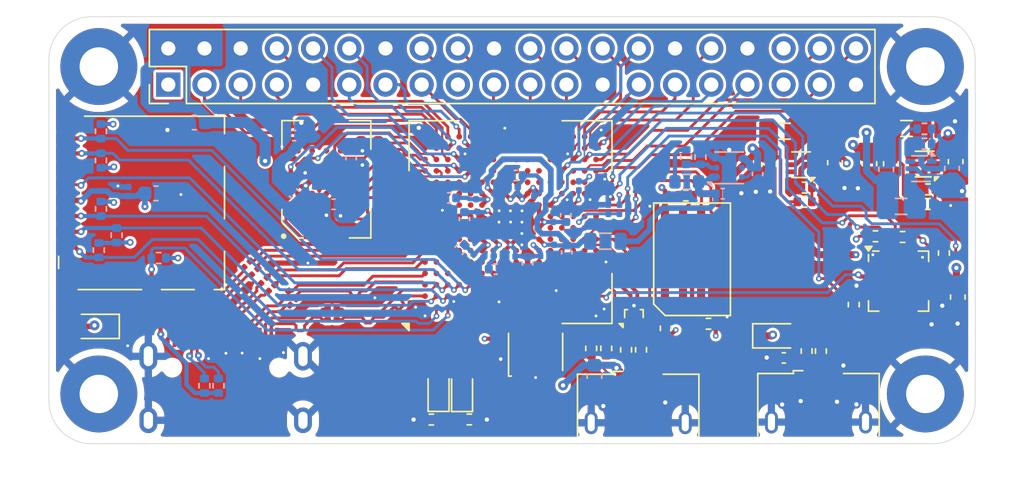
<source format=kicad_pcb>
(kicad_pcb (version 20240108) (generator "pcbnew") (generator_version "8.0")
  (layers (0 "F.Cu" signal) (1 "In1.Cu" power) (2 "In2.Cu" mixed) (31 "B.Cu" signal) (34 "B.Paste" user) (35 "F.Paste" user) (36 "B.SilkS" user "B.Silkscreen") (37 "F.SilkS" user "F.Silkscreen") (38 "B.Mask" user) (39 "F.Mask" user) (44 "Edge.Cuts" user))
  (net 0 "")
  (net 1 "+1V1")
  (net 2 "+5V")
  (net 3 "HDMI_CK-")
  (net 4 "USER_LED1")
  (net 5 "Net-(D402-K)")
  (net 6 "+2V5")
  (net 7 "JTAG_TMS")
  (net 8 "JTAG_TDO")
  (net 9 "JTAG_TDI")
  (net 10 "JTAG_TCK")
  (net 11 "HDMI_CK+")
  (net 12 "HDMI_D0-")
  (net 14 "GPIO9")
  (net 15 "GPIO3")
  (net 16 "GPIO12")
  (net 17 "GPIO5")
  (net 18 "GPIO11")
  (net 19 "GPIO23")
  (net 20 "GPIO8")
  (net 21 "GPIO2")
  (net 22 "GPIO24")
  (net 23 "GPIO28")
  (net 24 "GPIO21")
  (net 25 "GPIO1")
  (net 26 "GPIO7")
  (net 27 "GPIO16")
  (net 28 "GPIO14")
  (net 29 "GPIO15")
  (net 30 "GPIO6")
  (net 31 "SDA0")
  (net 32 "GPIO13")
  (net 33 "GPIO10")
  (net 34 "SCL0")
  (net 35 "GPIO29")
  (net 36 "GPIO0")
  (net 37 "GPIO4")
  (net 38 "GPIO26")
  (net 39 "GPIO27")
  (net 40 "GPIO22")
  (net 41 "GPIO25")
  (net 42 "SD_CLK")
  (net 43 "SD_CS")
  (net 44 "SD_MISO")
  (net 45 "SD_DAT2")
  (net 46 "SD_DET")
  (net 47 "SD_MOSI")
  (net 48 "SD_DAT1")
  (net 49 "/Peripherals and Power/~{WP}")
  (net 50 "/Peripherals and Power/~{HOLD}")
  (net 51 "+1V8")
  (net 52 "/Video out interface/5V_50mA_feed")
  (net 53 "/Video out interface/CONN_HDMI_CLK-")
  (net 54 "ROM_CS#")
  (net 55 "HDMI_D0+")
  (net 56 "HDMI_D1-")
  (net 57 "HDMI_D1+")
  (net 58 "HDMI_D2-")
  (net 59 "USB1_SEL")
  (net 92 "/ECP5 FPGA/DQ5")
  (net 112 "/ECP5 FPGA/RWDS")
  (net 137 "/ECP5 FPGA/RESET#")
  (net 177 "Net-(R409-Pad2)")
  (net 188 "CK-")
  (net 189 "CK+")
  (net 190 "UART_RX")
  (net 191 "/Video out interface/CONN_HDMI_CLK+")
  (net 192 "HDMI_D2+")
  (net 194 "ROM_CLK")
  (net 195 "ROM_MISO")
  (net 196 "ROM_MOSI")
  (net 197 "USB1_DP")
  (net 198 "USB1_DN")
  (net 199 "SYSCLK")
  (net 201 "/Video out interface/CONN_HDMI_D0-")
  (net 202 "/Peripherals and Power/VBUS")
  (net 203 "/Video out interface/CONN_HDMI_D0+")
  (net 204 "/Video out interface/CONN_HDMI_D1-")
  (net 205 "/Peripherals and Power/3V3OUT")
  (net 206 "/Peripherals and Power/USB_CONN_D+")
  (net 207 "/Video out interface/CONN_HDMI_D1+")
  (net 208 "/Peripherals and Power/USB_CONN_D-")
  (net 209 "/Video out interface/CONN_HDMI_D2-")
  (net 210 "/Video out interface/CONN_HDMI_D2+")
  (net 211 "/Video out interface/HDMI_SCL")
  (net 212 "/Video out interface/HDMI_SDA")
  (net 218 "/Peripherals and Power/USB_D+")
  (net 219 "/Peripherals and Power/USB_D-")
  (net 221 "+3V3")
  (net 222 "/ECP5 FPGA/DQ0")
  (net 223 "/ECP5 FPGA/DQ3")
  (net 224 "/ECP5 FPGA/DQ6")
  (net 225 "/ECP5 FPGA/DQ2")
  (net 226 "/ECP5 FPGA/DQ7")
  (net 227 "/ECP5 FPGA/DQ1")
  (net 228 "/ECP5 FPGA/DQ4")
  (net 229 "/ECP5 FPGA/VCCAUX")
  (net 230 "GND")
  (net 235 "/Peripherals and Power/SW3")
  (net 236 "/Peripherals and Power/SW2")
  (net 237 "/Peripherals and Power/FB1")
  (net 238 "/Peripherals and Power/FB2")
  (net 239 "/Peripherals and Power/FB3")
  (net 240 "/Peripherals and Power/SW1")
  (net 241 "/Peripherals and Power/FB4")
  (net 242 "/Peripherals and Power/USB1_CONN_DN")
  (net 243 "/Peripherals and Power/USB1_CONN_DP")
  (net 247 "/ECP5 FPGA/CS#")
  (net 253 "/ECP5 FPGA/CK_N")
  (net 254 "/ECP5 FPGA/CK_P")
  (net 257 "USER_LED2")
  (net 258 "Net-(D403-K)")
  (net 262 "/ECP5 FPGA/PROGRAMN")
  (net 263 "/ECP5 FPGA/CFG_1")
  (footprint "Capacitor_SMD:C_0402_1005Metric" (layer "F.Cu") (at 151.57 103.97)
    (property "Reference" "C404")
    (property "Value" "100nF")
  )
  (footprint "Resistor_SMD:R_0402_1005Metric" (layer "F.Cu") (at 126.835 108.3)
    (property "Reference" "R430")
    (property "Value" "180")
  )
  (footprint "Package_BGA_Extra:FBGA-25_8x6mm_Layout5x5_P1mm" (layer "F.Cu") (at 119.47 91.42 90)
    (property "Reference" "U2")
    (property "Value" "W958D8NBYA5I")
  )
  (footprint "Package_TO_SOT_SMD:Texas_DRT-3" (layer "F.Cu") (at 141.05 101.127501)
    (property "Reference" "U1")
    (property "Value" "TPD2EUSB30")
  )
  (footprint "Resistor_SMD:R_0402_1005Metric" (layer "F.Cu") (at 161.675 93.155)
    (property "Reference" "R403")
    (property "Value" "82.5k")
  )
  (footprint "MountingHole:MountingHole_2.7mm_M2.5_Pad" (layer "F.Cu") (at 103.5 106.5)
    (property "Reference" "H104")
    (property "Value" "MountingHole_Pad")
  )
  (footprint "Connector_HDMI_Extra:GT-HD005A" (layer "F.Cu") (at 112.4 106.1)
    (property "Reference" "J301")
    (property "Value" "GT-HD005A-CGNG0")
  )
  (footprint "Resistor_SMD:R_0402_1005Metric" (layer "F.Cu") (at 140.5 103.4 90)
    (property "Reference" "R424")
    (property "Value" "180")
  )
  (footprint "Capacitor_SMD:C_0201_0603Metric" (layer "F.Cu") (at 116.6 99.505 -135)
    (property "Reference" "C306")
    (property "Value" "100nF")
  )
  (footprint "Resistor_SMD:R_0402_1005Metric" (layer "F.Cu") (at 138.05 103.3 90)
    (property "Reference" "R421")
    (property "Value" "15k")
  )
  (footprint "Package_SO_Extra:SOP-8-1EP_3.9x4.9mm_P1.27m_EP4.1x3.5mm" (layer "F.Cu") (at 145.13 97.04)
    (property "Reference" "U403")
    (property "Value" "MX25L1606")
  )
  (footprint "Package_DFN_QFN:QFN-16-1EP_4x4mm_P0.65mm_EP2.1x2.1mm" (layer "F.Cu") (at 159.62 98.575)
    (property "Reference" "U401")
    (property "Value" "FT230XQ")
  )
  (footprint "MountingHole:MountingHole_2.7mm_M2.5_Pad" (layer "F.Cu") (at 103.5 83.5)
    (property "Reference" "H101")
    (property "Value" "MountingHole_Pad")
  )
  (footprint "Connector_USB:USB_Micro-B_Amphenol_10118193-0001LF_Horizontal" (layer "F.Cu") (at 154 108.475)
    (property "Reference" "J402")
    (property "Value" "Amph 10118193-0001LF")
  )
  (footprint "Resistor_SMD:R_0402_1005Metric" (layer "F.Cu") (at 129.5 108.29 180)
    (property "Reference" "R411")
    (property "Value" "180")
  )
  (footprint "Resistor_SMD:R_0402_1005Metric" (layer "F.Cu") (at 153.025001 93)
    (property "Reference" "R407")
    (property "Value" "450k")
  )
  (footprint "Resistor_SMD:R_0402_1005Metric" (layer "F.Cu") (at 141.55 103.4 90)
    (property "Reference" "R423")
    (property "Value" "180")
  )
  (footprint "Capacitor_SMD:C_0201_0603Metric" (layer "F.Cu") (at 160.925 101.625)
    (property "Reference" "C405")
    (property "Value" "100nF")
  )
  (footprint "Capacitor_SMD:C_0201_0603Metric" (layer "F.Cu") (at 119.875 101.29 180)
    (property "Reference" "C309")
    (property "Value" "100nF")
  )
  (footprint "Capacitor_SMD:C_0603_1608Metric" (layer "F.Cu") (at 150.532501 90.38 -90)
    (property "Reference" "C411")
    (property "Value" "10uF")
  )
  (footprint "Connector_Card:microSD_HC_Molex_104031-0811" (layer "F.Cu") (at 106.5 93.1 90)
    (property "Reference" "J404")
    (property "Value" "Molex 1040310811")
  )
  (footprint "Capacitor_SMD:C_0201_0603Metric" (layer "F.Cu") (at 115.087599 98.522599 -135)
    (property "Reference" "C304")
    (property "Value" "100nF")
  )
  (footprint "MountingHole:MountingHole_2.7mm_M2.5_Pad" (layer "F.Cu") (at 161.5 83.5)
    (property "Reference" "H102")
    (property "Value" "MountingHole_Pad")
  )
  (footprint "MountingHole:MountingHole_2.7mm_M2.5_Pad" (layer "F.Cu") (at 161.5 106.5)
    (property "Reference" "H103")
    (property "Value" "MountingHole_Pad")
  )
  (footprint "LED_SMD:LED_0603_1608Metric" (layer "F.Cu") (at 128.99 106.250001 90)
    (property "Reference" "D402")
    (property "Value" "LED_Small")
  )
  (footprint "Resistor_SMD:R_0402_1005Metric" (layer "F.Cu") (at 158 95.425)
    (property "Reference" "R427")
    (property "Value" "10k")
  )
  (footprint "Capacitor_SMD:C_0603_1608Metric" (layer "F.Cu") (at 163.776904 99.692249 -90)
    (property "Reference" "C401")
    (property "Value" "4.7uF")
  )
  (footprint "Package_BGA_Extra:Lattice_caBGA-256_14.0x14.0mm_Layout16x16_P0.8mm" (layer "F.Cu") (at 132.39 94.43 90)
    (property "Reference" "U201")
    (property "Value" "LFE5U-25F-6BGA256C")
  )
  (footprint "Capacitor_SMD:C_0603_1608Metric" (layer "F.Cu") (at 159.08 90.33 -90)
    (property "Reference" "C409")
    (property "Value" "22uF")
  )
  (footprint "Resistor_SMD:R_0402_1005Metric" (layer "F.Cu") (at 162.8 96.6 -90)
    (property "Reference" "R426")
    (property "Value" "10k")
  )
  (footprint "Resistor_SMD:R_0402_1005Metric" (layer "F.Cu") (at 153.17 103.490001 90)
    (property "Reference" "R406")
    (property "Value" "27")
  )
  (footprint "Resistor_SMD:R_0402_1005Metric" (layer "F.Cu") (at 143.285 101.890001 -90)
    (property "Reference" "R418")
    (property "Value" "10k")
  )
  (footprint "Capacitor_SMD:C_0201_0603Metric" (layer "F.Cu") (at 162.626905 99.24225 -90)
    (property "Reference" "C402")
    (property "Value" "100nF")
  )
  (footprint "Capacitor_SMD:C_0201_0603Metric" (layer "F.Cu") (at 114.435 97.915 -135)
    (property "Reference" "C303")
    (property "Value" "100nF")
  )
  (footprint "Connector_PinHeader_2.54mm:PinHeader_2x20_P2.54mm_Vertical" (layer "F.Cu") (at 108.375 84.77 90)
    (property "Reference" "J403")
    (property "Value" "Conn_02x20")
  )
  (footprint "Capacitor_SMD:C_0201_0603Metric" (layer "F.Cu") (at 142.915 92.635)
    (property "Reference" "C416")
    (property "Value" "100nF")
  )
  (footprint "Resistor_SMD:R_0402_1005Metric" (layer "F.Cu") (at 153.027501 92.004999 180)
    (property "Reference" "R408")
    (property "Value" "100k")
  )
  (footprint "LED_SMD:LED_0603_1608Metric" (layer "F.Cu") (at 127.34 106.24 90)
    (property "Reference" "D403")
    (property "Value" "LED_Small")
  )
  (footprint "Resistor_SMD:R_0402_1005Metric" (layer "F.Cu") (at 139.11 103.3 90)
    (property "Reference" "R422")
    (property "Value" "15k")
  )
  (footprint "Resistor_SMD:R_0402_1005Metric" (layer "F.Cu") (at 159.9 95.475 180)
    (property "Reference" "R429")
    (property "Value" "10k")
  )
  (footprint "Oscillator_Extra:Oscillator_SMD_XO32-4Pin_3.2x2.5mm" (layer "F.Cu") (at 134.15 103.545 90)
    (property "Reference" "X401")
    (property "Value" "XO32")
  )
  (footprint "Package_TO_SOT_SMD:SOT-563" (layer "F.Cu") (at 161.45 90.35 180)
    (property "Reference" "U404")
    (property "Value" "TLV62569DRL")
  )
  (footprint "Resistor_SMD:R_0402_1005Metric" (layer "F.Cu") (at 161.684999 92.13 180)
    (property "Reference" "R405")
    (property "Value" "100k")
  )
  (footprint "Resistor_SMD:R_0402_1005Metric" (layer "F.Cu") (at 146.28 101.57)
    (property "Reference" "R419")
    (property "Value" "10k")
  )
  (footprint "Capacitor_SMD:C_0603_1608Metric" (layer "F.Cu") (at 157.575001 90.329999 -90)
    (property "Reference" "C412")
    (property "Value" "22uF")
  )
  (footprint "Inductor_SMD:L_0805_2012Metric" (layer "F.Cu") (at 151.61 88.045 180)
    (property "Reference" "L403")
    (property "Value" "2.2uH")
  )
  (footprint "Capacitor_SMD:C_0201_0603Metric" (layer "F.Cu") (at 117.140937 100.038866 -135)
    (property "Reference" "C307")
    (property "Value" "100nF")
  )
  (footprint "Capacitor_SMD:C_0201_0603Metric" (layer "F.Cu") (at 119.875 100.534999 180)
    (property "Reference" "C308")
    (property "Value" "100nF")
  )
  (footprint "Package_TO_SOT_SMD:SOT-563" (layer "F.Cu") (at 152.782501 90.397499 180)
    (property "Reference" "U405")
    (property "Value" "TLV62569DRL")
  )
  (footprint "Inductor_SMD:L_0805_2012Metric" (layer "F.Cu") (at 160.175 87.855 180)
    (property "Reference" "L402")
    (property "Value" "2.2uH")
  )
  (footprint "Diode_SMD:D_SOD-323" (layer "F.Cu") (at 103.325 101.755 180)
    (property "Reference" "D301")
    (property "Value" "1N5819WS")
  )
  (footprint "Resistor_SMD:R_0402_1005Metric" (layer "F.Cu") (at 154.17 103.490001 90)
    (property "Reference" "R404")
    (property "Value" "27")
  )
  (footprint "Diode_SMD:D_SOD-323" (layer "F.Cu") (at 150.995 102.42)
    (property "Reference" "D401")
    (property "Value" "1N5819WS")
  )
  (footprint "Resistor_SMD:R_0402_1005Metric" (layer "F.Cu") (at 144.69 92.560001 180)
    (property "Reference" "R420")
    (property "Value" "10k")
  )
  (footprint "Capacitor_SMD:C_0603_1608Metric" (layer "F.Cu") (at 163.625001 90.179999 -90)
    (property "Reference" "C408")
    (property "Value" "4.7uF")
  )
  (footprint "Connector_USB:USB_Micro-B_Amphenol_10118193-0001LF_Horizontal" (layer "F.Cu") (at 141.35 108.525)
    (property "Reference" "J405")
    (property "Value" "Amph 10118193-0001LF")
  )
  (footprint "Resistor_SMD:R_0402_1005Metric" (layer "F.Cu") (at 156.475 100.225 90)
    (property "Reference" "R428")
    (property "Value" "10k")
  )
  (footprint "Capacitor_SMD:C_0201_0603Metric" (layer "F.Cu") (at 131.7 102.945 -90)
    (property "Reference" "C413")
    (property "Value" "100nF")
  )
  (footprint "Capacitor_SMD:C_0603_1608Metric" (layer "F.Cu") (at 155.157501 90.255001 -90)
    (property "Reference" "C410")
    (property "Value" "4.7uF")
  )
  (footprint "Capacitor_SMD:C_0201_0603Metric" (layer "F.Cu") (at 113.90467 97.391741 -135)
    (property "Reference" "C302")
    (property "Value" "100nF")
  )
  (footprint "Capacitor_SMD:C_0201_0603Metric" (layer "F.Cu") (at 115.625 99.06 -135)
    (property "Reference" "C305")
    (property "Value" "100nF")
  )
  (footprint "Capacitor_SMD:C_0201_0603Metric" (layer "F.Cu") (at 105.495 102.09 -90)
    (property "Reference" "C301")
    (property "Value" "100nF")
  )
  (footprint "Capacitor_SMD:C_0201_0603Metric" (layer "B.Cu") (at 129.592193 96.940269 -135)
    (property "Reference" "C216")
    (property "Value" "100nF")
  )
  (footprint "Resistor_SMD:R_0402_1005Metric" (layer "B.Cu") (at 107.7 96.95 180)
    (property "Reference" "R412")
    (property "Value" "10k")
  )
  (footprint "Capacitor_SMD:C_0201_0603Metric" (layer "B.Cu") (at 132.575 91.975 180)
    (property "Reference" "C226")
    (property "Value" "100nF")
  )
  (footprint "Capacitor_SMD:C_0402_1005Metric" (layer "B.Cu") (at 131.345 97.73)
    (property "Reference" "C201")
    (property "Value" "10uF")
  )
  (footprint "Resistor_SMD:R_0402_1005Metric" (layer "B.Cu") (at 104.75 95.35 90)
    (property "Reference" "R416")
    (property "Value" "10k")
  )
  (footprint "Capacitor_SMD:C_0201_0603Metric" (layer "B.Cu") (at 132.715 97.17 -90)
    (property "Reference" "C224")
    (property "Value" "100nF")
  )
  (footprint "Capacitor_SMD:C_0402_1005Metric" (layer "B.Cu") (at 129.16 94.21 -90)
    (property "Reference" "C202")
    (property "Value" "10uF")
  )
  (footprint "Resistor_SMD:R_0402_1005Metric" (layer "B.Cu") (at 103.65 88.05 -90)
    (property "Reference" "R413")
    (property "Value" "10k")
  )
  (footprint "Capacitor_SMD:C_0201_0603Metric" (layer "B.Cu") (at 131.53 96.8)
    (property "Reference" "C204")
    (property "Value" "100nF")
  )
  (footprint "Capacitor_SMD:C_0201_0603Metric" (layer "B.Cu") (at 134.495 97.135 -90)
    (property "Reference" "C222")
    (property "Value" "100nF")
  )
  (footprint "Resistor_SMD:R_0402_1005Metric" (layer "B.Cu") (at 103.5 96.4 -90)
    (property "Reference" "R417")
    (property "Value" "10k")
  )
  (footprint "Capacitor_SMD:C_0201_0603Metric" (layer "B.Cu") (at 135.38 94.1 90)
    (property "Reference" "C205")
    (property "Value" "100nF")
  )
  (footprint "Capacitor_SMD:C_0603_1608Metric" (layer "B.Cu") (at 138.28 105.26 -90)
    (property "Reference" "C417")
    (property "Value" "1uF")
  )
  (footprint "Capacitor_SMD:C_0402_1005Metric" (layer "B.Cu") (at 121.2 89.94 90)
    (property "Reference" "C501")
    (property "Value" "100nF")
  )
  (footprint "Capacitor_SMD:C_0402_1005Metric" (layer "B.Cu") (at 136.27 93.94 90)
    (property "Reference" "C203")
    (property "Value" "10uF")
  )
  (footprint "Resistor_SMD:R_0402_1005Metric" (layer "B.Cu") (at 103.65 93.5 -90)
    (property "Reference" "R415")
    (property "Value" "10k")
  )
  (footprint "Resistor_SMD:R_0201_0603Metric" (layer "B.Cu") (at 140.03 93.53 -90)
    (property "Reference" "R206")
    (property "Value" "10k")
  )
  (footprint "Resistor_SMD:R_0402_1005Metric" (layer "B.Cu") (at 144.705 89.864999 -90)
    (property "Reference" "R425")
    (property "Value" "22k")
  )
  (footprint "Capacitor_SMD:C_0201_0603Metric" (layer "B.Cu") (at 130.09 94.04 -90)
    (property "Reference" "C206")
    (property "Value" "100nF")
  )
  (footprint "Capacitor_SMD:C_0201_0603Metric" (layer "B.Cu") (at 105.59 92.28 90)
    (property "Reference" "C415")
    (property "Value" "100nF")
  )
  (footprint "Inductor_SMD:L_0805_2012Metric" (layer "B.Cu") (at 139.0525 95.77)
    (property "Reference" "FB201")
    (property "Value" "100 @ 100MHz")
  )
  (footprint "Capacitor_SMD:C_0402_1005Metric" (layer "B.Cu") (at 147.28 92.435)
    (property "Reference" "C419")
    (property "Value" "1uF")
  )
  (footprint "Capacitor_SMD:C_0603_1608Metric" (layer "B.Cu") (at 158.75 90.725 90)
    (property "Reference" "C407")
    (property "Value" "22uF")
  )
  (footprint "Capacitor_SMD:C_0201_0603Metric" (layer "B.Cu") (at 139.255 93.53 90)
    (property "Reference" "C227")
    (property "Value" "100nF")
  )
  (footprint "Capacitor_SMD:C_0402_1005Metric" (layer "B.Cu") (at 128.828518 96.367513 -135)
    (property "Reference" "C217")
    (property "Value" "10uF")
  )
  (footprint "Capacitor_SMD:C_0402_1005Metric" (layer "B.Cu") (at 133.585 97.33 -90)
    (property "Reference" "C223")
    (property "Value" "10uF")
  )
  (footprint "Capacitor_SMD:C_0402_1005Metric" (layer "B.Cu") (at 136.34 96.55 -90)
    (property "Reference" "C212")
    (property "Value" "10uF")
  )
  (footprint "Capacitor_SMD:C_0201_0603Metric" (layer "B.Cu") (at 130.505 91.205 135)
    (property "Reference" "C211")
    (property "Value" "100nF")
  )
  (footprint "Resistor_SMD:R_0603_1608Metric" (layer "B.Cu") (at 144.755001 91.6 180)
    (property "Reference" "R409")
    (property "Value" "330k")
  )
  (footprint "Resistor_SMD:R_0201_0603Metric" (layer "B.Cu") (at 137.185 91.88 90)
    (property "Reference" "R205")
    (property "Value" "10k")
  )
  (footprint "Capacitor_SMD:C_0603_1608Metric" (layer "B.Cu") (at 107.51 92.41)
    (property "Reference" "C414")
    (property "Value" "10uF")
  )
  (footprint "Resistor_SMD:R_0402_1005Metric" (layer "B.Cu") (at 161.434999 88.925 180)
    (property "Reference" "R402")
    (property "Value" "100k")
  )
  (footprint "Capacitor_SMD:C_0402_1005Metric" (layer "B.Cu") (at 117.205 92.435 -45)
    (property "Reference" "C503")
    (property "Value" "100nF")
  )
  (footprint "Capacitor_SMD:C_0201_0603Metric" (layer "B.Cu") (at 135.45 96.34 -90)
    (property "Reference" "C210")
    (property "Value" "100nF")
  )
  (footprint "Capacitor_SMD:C_0603_1608Metric" (layer "B.Cu") (at 110.2 87.43 180)
    (property "Reference" "C403")
    (property "Value" "100nF")
  )
  (footprint "Inductor_SMD:L_0805_2012Metric" (layer "B.Cu") (at 159.8 93.325 180)
    (property "Reference" "L401")
    (property "Value" "2.2uH")
  )
  (footprint "Capacitor_SMD:C_0402_1005Metric" (layer "B.Cu") (at 149.73 91.055 -90)
    (property "Reference" "C418")
    (property "Value" "1uF")
  )
  (footprint "Capacitor_SMD:C_0402_1005Metric" (layer "B.Cu") (at 119.97 93.175 180)
    (property "Reference" "C502")
    (property "Value" "100nF")
  )
  (footprint "Capacitor_SMD:C_0201_0603Metric" (layer "B.Cu") (at 129.965 92.5 90)
    (property "Reference" "C214")
    (property "Value" "100nF")
  )
  (footprint "Capacitor_SMD:C_0402_1005Metric" (layer "B.Cu") (at 117.205 88.35 180)
    (property "Reference" "C504")
    (property "Value" "10uF")
  )
  (footprint "Capacitor_SMD:C_0402_1005Metric" (layer "B.Cu") (at 132.76 91.155 180)
    (property "Reference" "C219")
    (property "Value" "10uF")
  )
  (footprint "Capacitor_SMD:C_0201_0603Metric" (layer "B.Cu") (at 134.03 92.935 -90)
    (property "Reference" "C218")
    (property "Value" "100nF")
  )
  (footprint "Resistor_SMD:R_0402_1005Metric" (layer "B.Cu") (at 145.72 89.864999 90)
    (property "Reference" "R410")
    (property "Value" "100k")
  )
  (footprint "Resistor_SMD:R_0402_1005Metric" (layer "B.Cu") (at 103.65 90.1 90)
    (property "Reference" "R414")
    (property "Value" "10k")
  )
  (footprint "Resistor_SMD:R_0402_1005Metric" (layer "B.Cu") (at 111.9 105.925001 90)
    (property "Reference" "R301")
    (property "Value" "10k")
  )
  (footprint "Package_TO_SOT_SMD:SOT-563" (layer "B.Cu") (at 161.2 90.675 180)
    (property "Reference" "U402")
    (property "Value" "TLV62569DRL")
  )
  (footprint "Resistor_SMD:R_0402_1005Metric" (layer "B.Cu") (at 110.91 105.925 90)
    (property "Reference" "R302")
    (property "Value" "10k")
  )
  (footprint "Capacitor_SMD:C_0402_1005Metric" (layer "B.Cu") (at 128.095 92.73 180)
    (property "Reference" "C213")
    (property "Value" "10uF")
  )
  (footprint "Package_SON:WSON-6-1EP_2x2mm_P0.65mm_EP1x1.6mm" (layer "B.Cu") (at 147.73 90.615)
    (property "Reference" "U406")
    (property "Value" "TLV75801PDRV")
  )
  (footprint "Capacitor_SMD:C_0603_1608Metric" (layer "B.Cu") (at 163.37 90.66 90)
    (property "Reference" "C406")
    (property "Value" "4.7uF")
  )
  (footprint "Resistor_SMD:R_0402_1005Metric" (layer "B.Cu") (at 161.434999 87.875)
    (property "Reference" "R401")
    (property "Value" "200k")
  )
  (gr_line (start 103 80) (end 162 80) (stroke (width 0.05)) (layer "Edge.Cuts"))
  (gr_arc (start 165 107) (mid 164.12132 109.12132) (end 162 110) (stroke (width 0.05)) (layer "Edge.Cuts"))
  (gr_line (start 162 110) (end 103 110) (stroke (width 0.05)) (layer "Edge.Cuts"))
  (gr_arc (start 100 83) (mid 100.87868 80.87868) (end 103 80) (stroke (width 0.05)) (layer "Edge.Cuts"))
  (gr_arc (start 103 110) (mid 100.87868 109.12132) (end 100 107) (stroke (width 0.05)) (layer "Edge.Cuts"))
  (gr_arc (start 162 80) (mid 164.12132 80.87868) (end 165 83) (stroke (width 0.05)) (layer "Edge.Cuts"))
  (gr_line (start 100 83) (end 100 107) (stroke (width 0.05)) (layer "Edge.Cuts"))
  (gr_line (start 165 83) (end 165 107) (stroke (width 0.05)) (layer "Edge.Cuts"))
  (gr_text "JLCJLCJLCJLC" (at 126.43 106.315 0) (layer "B.Cu") (effects (font (size 1.5 1.5) (thickness 0.3) (bold yes)) (justify mirror)))
  (segment (start 134.78 94.43) (end 134.39 94.04) (width 0.3) (layer "F.Cu") (net 1))
  (segment (start 131.19 96.429999) (end 131.189999 96.43) (width 0.4) (layer "F.Cu") (net 1))
  (segment (start 131.19 96.43) (end 131.59 96.03) (width 0.3) (layer "F.Cu") (net 1))
  (segment (start 131.19 94.03) (end 130.78 93.62) (width 0.2) (layer "F.Cu") (net 1))
  (segment (start 131.19 95.63) (end 131.59 96.03) (width 0.3) (layer "F.Cu") (net 1))
  (segment (start 134.78 94.43) (end 134.39 94.82) (width 0.3) (layer "F.Cu") (net 1))
  (segment (start 159.95 92.5) (end 160.605 93.155) (width 0.2) (layer "F.Cu") (net 1))
  (segment (start 134.39 93.23) (end 134.39 94.03) (width 0.3) (layer "F.Cu") (net 1))
  (segment (start 159.95 90.425) (end 159.95 92.5) (width 0.2) (layer "F.Cu") (net 1))
  (segment (start 157.575001 89.554999) (end 156.979999 89.554999) (width 0.5) (layer "F.Cu") (net 1))
  (segment (start 159.08 89.555) (end 159.95 90.425) (width 0.2) (layer "F.Cu") (net 1))
  (segment (start 156.979999 89.554999) (end 156.425 89) (width 0.5) (layer "F.Cu") (net 1))
  (segment (start 134.39 94.82) (end 134.39 94.83) (width 0.3) (layer "F.Cu") (net 1))
  (segment (start 134.39 94.04) (end 134.39 94.03) (width 0.3) (layer "F.Cu") (net 1))
  (segment (start 160.605 93.155) (end 161.165001 93.155) (width 0.2) (layer "F.Cu") (net 1))
  (via (at 156.425 89) (size 0.7) (drill 0.3) (layers "F.Cu" "B.Cu") (net 1))
  (via (at 134.78 94.43) (size 0.4) (drill 0.2) (layers "F.Cu" "B.Cu") (net 1))
  (via (at 131.59 96.03) (size 0.4) (drill 0.2) (layers "F.Cu" "B.Cu") (net 1))
  (via (at 130.78 93.62) (size 0.4) (drill 0.2) (layers "F.Cu" "B.Cu") (net 1))
  (segment (start 129.16 93.73) (end 130.67 93.73) (width 0.3) (layer "B.Cu") (net 1))
  (segment (start 130.67 93.73) (end 130.78 93.62) (width 0.3) (layer "B.Cu") (net 1))
  (segment (start 131.21 96.8) (end 131.21 97.025) (width 0.3) (layer "B.Cu") (net 1))
  (segment (start 131.21 97.025) (end 130.865 97.37) (width 0.3) (layer "B.Cu") (net 1))
  (segment (start 136.27 94.42) (end 134.79 94.42) (width 0.3) (layer "B.Cu") (net 1))
  (segment (start 131.21 96.8) (end 131.21 96.41) (width 0.3) (layer "B.Cu") (net 1))
  (segment (start 131.21 96.41) (end 131.59 96.03) (width 0.3) (layer "B.Cu") (net 1))
  (segment (start 130.865 97.37) (end 130.865 97.73) (width 0.3) (layer "B.Cu") (net 1))
  (segment (start 134.79 94.42) (end 134.78 94.43) (width 0.3) (layer "B.Cu") (net 1))
  (segment (start 103.125 101.755) (end 103.195 101.685) (width 0.4) (layer "F.Cu") (net 2))
  (segment (start 149.945 102.42) (end 150.72 102.419999) (width 0.5) (layer "F.Cu") (net 2))
  (segment (start 161.610209 89.850001) (end 162.2 89.850001) (width 0.3) (layer "F.Cu") (net 2))
  (segment (start 163.676905 98.817249) (end 163.776905 98.91725) (width 0.5) (layer "F.Cu") (net 2))
  (segment (start 153.532501 89.897501) (end 152.915 89.897501) (width 0.3) (layer "F.Cu") (net 2))
  (segment (start 161.5756 98.9056) (end 162.524468 98.9056) (width 0.3) (layer "F.Cu") (net 2))
  (segment (start 150.72 102.419999) (end 150.795 102.344999) (width 0.5) (layer "F.Cu") (net 2))
  (segment (start 139.825 104.675) (end 140.05 104.9) (width 0.5) (layer "F.Cu") (net 2))
  (segment (start 152.415001 90.3975) (end 152.032501 90.397499) (width 0.3) (layer "F.Cu") (net 2))
  (segment (start 152.915 89.897501) (end 152.415001 90.3975) (width 0.3) (layer "F.Cu") (net 2))
  (segment (start 161.11021 90.35) (end 161.610209 89.850001) (width 0.3) (layer "F.Cu") (net 2))
  (segment (start 162.626904 98.92225) (end 163.771905 98.92225) (width 0.4) (layer "F.Cu") (net 2))
  (segment (start 140.05 104.9) (end 140.05 105.85) (width 0.5) (layer "F.Cu") (net 2))
  (segment (start 102.275 101.755) (end 103.125 101.755) (width 0.4) (layer "F.Cu") (net 2))
  (segment (start 160.7 90.35) (end 161.11021 90.35) (width 0.3) (layer "F.Cu") (net 2))
  (segment (start 163.771905 98.92225) (end 163.776905 98.91725) (width 0.4) (layer "F.Cu") (net 2))
  (segment (start 163.676905 97.64225) (end 163.676905 98.817249) (width 0.5) (layer "F.Cu") (net 2))
  (segment (start 161.57 98.9) (end 161.5756 98.9056) (width 0.3) (layer "F.Cu") (net 2))
  (segment (start 155.9675 90.29) (end 155.157501 89.480001) (width 0.5) (layer "F.Cu") (net 2))
  (via (at 163.676905 97.64225) (size 0.7) (drill 0.3) (layers "F.Cu" "B.Cu") (net 2))
  (via (at 163.085 88.2) (size 0.6) (drill 0.3) (layers "F.Cu" "B.Cu") (net 2))
  (via (at 103.195 101.685) (size 0.7) (drill 0.3) (layers "F.Cu" "B.Cu") (net 2))
  (via (at 155.9675 90.29) (size 0.6) (drill 0.3) (layers "F.Cu" "B.Cu") (net 2))
  (via (at 115.17 90.135) (size 0.7) (drill 0.3) (layers "F.Cu" "B.Cu") (net 2))
  (via (at 139.825 104.675) (size 0.7) (drill 0.3) (layers "F.Cu" "B.Cu") (net 2))
  (via (at 136.075 105.9) (size 0.7) (drill 0.3) (layers "F.Cu" "B.Cu") (net 2))
  (via (at 164.075 92.25) (size 0.6) (drill 0.3) (layers "F.Cu" "B.Cu") (net 2))
  (via (at 150.795 102.344999) (size 0.6) (drill 0.3) (layers "F.Cu" "B.Cu") (net 2))
  (segment (start 110.21 86.29) (end 109.695 85.775) (width 0.5) (layer "B.Cu") (net 2))
  (segment (start 113.885 87.43) (end 110.975 87.43) (width 0.8) (layer "B.Cu") (net 2))
  (segment (start 106.82 85.975) (end 106.82 83.785) (width 0.8) (layer "B.Cu") (net 2))
  (segment (start 161.36021 91.175) (end 161.95 91.175) (width 0.3) (layer "B.Cu") (net 2))
  (segment (start 109.685 83.175) (end 109.54 83.03) (width 0.5) (layer "B.Cu") (net 2))
  (segment (start 137.49 104.485) (end 138.28 104.485) (width 0.5) (layer "B.Cu") (net 2))
  (segment (start 160.45 90.675) (end 160.86021 90.675) (width 0.3) (layer "B.Cu") (net 2))
  (segment (start 136.075 105.9) (end 137.49 104.485) (width 0.5) (layer "B.Cu") (net 2))
  (segment (start 110.16 86.34) (end 107.185 86.34) (width 0.8) (layer "B.Cu") (net 2))
  (segment (start 109.695 83.185) (end 109.685 83.175) (width 0.5) (layer "B.Cu") (net 2))
  (segment (start 109.695 85.775) (end 109.695 83.185) (width 0.5) (layer "B.Cu") (net 2))
  (segment (start 115.17 88.715) (end 113.885 87.43) (width 0.8) (layer "B.Cu") (net 2))
  (segment (start 138.28 104.485) (end 139.635 104.485) (width 0.5) (layer "B.Cu") (net 2))
  (segment (start 107.185 86.34) (end 106.82 85.975) (width 0.8) (layer "B.Cu") (net 2))
  (segment (start 139.635 104.485) (end 139.825 104.675) (width 0.5) (layer "B.Cu") (net 2))
  (segment (start 110.975 87.055) (end 110.21 86.29) (width 0.8) (layer "B.Cu") (net 2))
  (segment (start 110.975 87.43) (end 110.975 87.055) (width 0.8) (layer "B.Cu") (net 2))
  (segment (start 110.21 86.29) (end 110.16 86.34) (width 0.8) (layer "B.Cu") (net 2))
  (segment (start 115.17 90.135) (end 115.17 88.715) (width 0.8) (layer "B.Cu") (net 2))
  (segment (start 160.86021 90.675) (end 161.36021 91.175) (width 0.3) (layer "B.Cu") (net 2))
  (segment (start 106.82 83.785) (end 108.375 82.23) (width 0.8) (layer "B.Cu") (net 2))
  (segment (start 114.130944 97.165467) (end 114.373546 97.165467) (width 0.203708) (layer "F.Cu") (net 3))
  (segment (start 115.127467 96.411546) (end 124.808454 96.411546) (width 0.203708) (layer "F.Cu") (net 3))
  (segment (start 114.373546 97.165467) (end 115.127467 96.411546) (width 0.203708) (layer "F.Cu") (net 3))
  (segment (start 124.808454 96.411546) (end 126.39 94.83) (width 0.203708) (layer "F.Cu") (net 3))
  (segment (start 128.99 103.95) (end 129.59 103.35) (width 0.3) (layer "F.Cu") (net 4))
  (segment (start 129.59 103.35) (end 129.59 100.43) (width 0.3) (layer "F.Cu") (net 4))
  (segment (start 128.99 105.4625) (end 128.99 103.95) (width 0.3) (layer "F.Cu") (net 4))
  (segment (start 128.99 107.037502) (end 128.99 108.289999) (width 0.4) (layer "F.Cu") (net 5))
  (segment (start 128.99 108.289999) (end 128.990001 108.29) (width 0.4) (layer "F.Cu") (net 5))
  (segment (start 146.8 93.02) (end 146.375 93.445) (width 0.4) (layer "B.Cu") (net 6))
  (segment (start 145.715 92.435) (end 146.8 92.435) (width 0.5) (layer "B.Cu") (net 6))
  (segment (start 143.045 93.445) (end 142.17 94.32) (width 0.4) (layer "B.Cu") (net 6))
  (segment (start 146.51 91.265) (end 146.175 91.6) (width 0.5) (layer "B.Cu") (net 6))
  (segment (start 146.8 92.435) (end 146.8 93.02) (width 0.4) (layer "B.Cu") (net 6))
  (segment (start 142.17 94.32) (end 142.17 94.925) (width 0.4) (layer "B.Cu") (net 6))
  (segment (start 142.17 94.925) (end 141.325 95.77) (width 0.4) (layer "B.Cu") (net 6))
  (segment (start 146.375 93.445) (end 143.045 93.445) (width 0.4) (layer "B.Cu") (net 6))
  (segment (start 141.325 95.77) (end 140.115 95.77) (width 0.4) (layer "B.Cu") (net 6))
  (segment (start 146.175 91.6) (end 145.58 91.6) (width 0.5) (layer "B.Cu") (net 6))
  (segment (start 146.8425 91.265) (end 146.51 91.265) (width 0.5) (layer "B.Cu") (net 6))
  (segment (start 145.58 92.3) (end 145.715 92.435) (width 0.5) (layer "B.Cu") (net 6))
  (segment (start 145.58 91.6) (end 145.58 92.3) (width 0.5) (layer "B.Cu") (net 6))
  (segment (start 158.705 93.985) (end 159.390001 94.670001) (width 0.2) (layer "F.Cu") (net 7))
  (segment (start 159.390001 94.670001) (end 159.390001 95.475) (width 0.2) (layer "F.Cu") (net 7))
  (segment (start 140.06 91.745) (end 139.61 92.195) (width 0.2) (layer "F.Cu") (net 7))
  (segment (start 156.17 93.985) (end 158.705 93.985) (width 0.2) (layer "F.Cu") (net 7))
  (segment (start 140.06 91.72) (end 140.06 91.745) (width 0.2) (layer "F.Cu") (net 7))
  (segment (start 138.99 92.43) (end 138.39 92.43) (width 0.2) (layer "F.Cu") (net 7))
  (segment (start 139.61 92.195) (end 139.225 92.195) (width 0.2) (layer "F.Cu") (net 7))
  (segment (start 155.675 94.48) (end 156.17 93.985) (width 0.2) (layer "F.Cu") (net 7))
  (segment (start 159.295 96.625) (end 159.295 96.08) (width 0.2) (layer "F.Cu") (net 7))
  (segment (start 139.225 92.195) (end 138.99 92.43) (width 0.2) (layer "F.Cu") (net 7))
  (segment (start 159.295 96.08) (end 159.390001 95.984999) (width 0.2) (layer "F.Cu") (net 7))
  (segment (start 159.390001 95.984999) (end 159.390001 95.475) (width 0.2) (layer "F.Cu") (net 7))
  (via (at 140.06 91.72) (size 0.4) (drill 0.2) (layers "F.Cu" "B.Cu") (net 7))
  (via (at 155.675 94.48) (size 0.4) (drill 0.2) (layers "F.Cu" "B.Cu") (net 7))
  (segment (start 140.945 90.22) (end 140.06 91.105) (width 0.2) (layer "B.Cu") (net 7))
  (segment (start 154.265 94.48) (end 151.8 92.015) (width 0.2) (layer "B.Cu") (net 7))
  (segment (start 140.06 91.105) (end 140.06 91.72) (width 0.2) (layer "B.Cu") (net 7))
  (segment (start 151.8 89.15) (end 150.495 87.845) (width 0.2) (layer "B.Cu") (net 7))
  (segment (start 155.675 94.48) (end 154.265 94.48) (width 0.2) (layer "B.Cu") (net 7))
  (segment (start 150.495 87.845) (end 146.665 87.845) (width 0.2) (layer "B.Cu") (net 7))
  (segment (start 151.8 92.015) (end 151.8 89.15) (width 0.2) (layer "B.Cu") (net 7))
  (segment (start 146.665 87.845) (end 143.32 87.845) (width 0.2) (layer "B.Cu") (net 7))
  (segment (start 143.32 87.845) (end 140.945 90.22) (width 0.2) (layer "B.Cu") (net 7))
  (segment (start 163.63 96.62) (end 163.63 96.1) (width 0.2) (layer "F.Cu") (net 8))
  (segment (start 163.140001 97.109999) (end 163.57 96.68) (width 0.2) (layer "F.Cu") (net 8))
  (segment (start 135.19 93.23) (end 135.19 93.22) (width 0.3) (layer "F.Cu") (net 8))
  (segment (start 162.8 97.109999) (end 163.140001 97.109999) (width 0.2) (layer "F.Cu") (net 8))
  (segment (start 162.8 97.75) (end 162.8 97.109999) (width 0.2) (layer "F.Cu") (net 8))
  (segment (start 163.57 96.68) (end 163.63 96.62) (width 0.2) (layer "F.Cu") (net 8))
  (segment (start 162.3 98.25) (end 162.8 97.75) (width 0.2) (layer "F.Cu") (net 8))
  (segment (start 135.19 93.22) (end 135.545 92.865) (width 0.3) (layer "F.Cu") (net 8))
  (segment (start 161.57 98.25) (end 162.3 98.25) (width 0.2) (layer "F.Cu") (net 8))
  (via (at 135.545 92.865) (size 0.4) (drill 0.2) (layers "F.Cu" "B.Cu") (net 8))
  (via (at 163.63 96.1) (size 0.4) (drill 0.2) (layers "F.Cu" "B.Cu") (net 8))
  (segment (start 136.38 91.14) (end 136.805 90.715) (width 0.2) (layer "B.Cu") (net 8))
  (segment (start 163.63 95.71) (end 163.63 96.1) (width 0.2) (layer "B.Cu") (net 8))
  (segment (start 156.975 93.305) (end 157.34 93.67) (width 0.2) (layer "B.Cu") (net 8))
  (segment (start 136.38 92.05) (end 136.38 91.14) (width 0.2) (layer "B.Cu") (net 8))
  (segment (start 152.9 91.205) (end 155 93.305) (width 0.2) (layer "B.Cu") (net 8))
  (segment (start 155 93.305) (end 156.975 93.305) (width 0.2) (layer "B.Cu") (net 8))
  (segment (start 151.265 86.77) (end 152.9 88.405) (width 0.2) (layer "B.Cu") (net 8))
  (segment (start 135.545 92.865) (end 135.565 92.865) (width 0.2) (layer "B.Cu") (net 8))
  (segment (start 157.34 93.67) (end 157.34 94.145) (width 0.2) (layer "B.Cu") (net 8))
  (segment (start 162.465 94.545) (end 163.63 95.71) (width 0.2) (layer "B.Cu") (net 8))
  (segment (start 152.9 88.405) (end 152.9 91.205) (width 0.2) (layer "B.Cu") (net 8))
  (segment (start 157.34 94.145) (end 157.74 94.545) (width 0.2) (layer "B.Cu") (net 8))
  (segment (start 138.815 90.715) (end 142.76 86.77) (width 0.2) (layer "B.Cu") (net 8))
  (segment (start 136.805 90.715) (end 138.815 90.715) (width 0.2) (layer "B.Cu") (net 8))
  (segment (start 142.76 86.77) (end 151.265 86.77) (width 0.2) (layer "B.Cu") (net 8))
  (segment (start 157.74 94.545) (end 162.465 94.545) (width 0.2) (layer "B.Cu") (net 8))
  (segment (start 135.565 92.865) (end 136.38 92.05) (width 0.2) (layer "B.Cu") (net 8))
  (segment (start 158.645 96.625) (end 158.645 96.02) (width 0.2) (layer "F.Cu") (net 9))
  (segment (start 138.58397 92.03) (end 137.99 92.03) (width 0.15) (layer "F.Cu") (net 9))
  (segment (start 158.25 94.78) (end 158.509999 95.039999) (width 0.2) (layer "F.Cu") (net 9))
  (segment (start 139.225 91.86) (end 139.21 91.875) (width 0.2) (layer "F.Cu") (net 9))
  (segment (start 139.555 91.235) (end 139.555 91.53) (width 0.2) (layer "F.Cu") (net 9))
  (segment (start 137.99 92.03) (end 137.59 92.43) (width 0.15) (layer "F.Cu") (net 9))
  (segment (start 139.092452 91.875) (end 138.937452 92.03) (width 0.2) (layer "F.Cu") (net 9))
  (segment (start 158.645 96.02) (end 158.509999 95.884999) (width 0.2) (layer "F.Cu") (net 9))
  (segment (start 158.509999 95.884999) (end 158.509999 95.425) (width 0.2) (layer "F.Cu") (net 9))
  (segment (start 139.21 91.875) (end 139.092452 91.875) (width 0.2) (layer "F.Cu") (net 9))
  (segment (start 139.555 91.53) (end 139.225 91.86) (width 0.2) (layer "F.Cu") (net 9))
  (segment (start 138.937452 92.03) (end 138.58397 92.03) (width 0.2) (layer "F.Cu") (net 9))
  (segment (start 158.509999 95.039999) (end 158.509999 95.425) (width 0.2) (layer "F.Cu") (net 9))
  (segment (start 156.735 94.78) (end 158.25 94.78) (width 0.2) (layer "F.Cu") (net 9))
  (via (at 139.555 91.235) (size 0.4) (drill 0.2) (layers "F.Cu" "B.Cu") (net 9))
  (via (at 156.735 94.78) (size 0.4) (drill 0.2) (layers "F.Cu" "B.Cu") (net 9))
  (segment (start 154.625 93.9) (end 152.55 91.825) (width 0.2) (layer "B.Cu") (net 9))
  (segment (start 156.735 94.78) (end 155.855 93.9) (width 0.2) (layer "B.Cu") (net 9))
  (segment (start 150.81 87.28) (end 142.995 87.28) (width 0.2) (layer "B.Cu") (net 9))
  (segment (start 142.995 87.28) (end 139.555 90.72) (width 0.2) (layer "B.Cu") (net 9))
  (segment (start 152.6275 91.9025) (end 152.385 91.66) (width 0.2) (layer "B.Cu") (net 9))
  (segment (start 152.385 88.855) (end 150.81 87.28) (width 0.2) (layer "B.Cu") (net 9))
  (segment (start 155.855 93.9) (end 154.625 93.9) (width 0.2) (layer "B.Cu") (net 9))
  (segment (start 152.385 91.66) (end 152.385 88.855) (width 0.2) (layer "B.Cu") (net 9))
  (segment (start 152.55 91.825) (end 152.6275 91.9025) (width 0.2) (layer "B.Cu") (net 9))
  (segment (start 139.555 90.72) (end 139.555 91.235) (width 0.2) (layer "B.Cu") (net 9))
  (segment (start 140.075 93.23) (end 138.39 93.23) (width 0.2) (layer "F.Cu") (net 10))
  (segment (start 157.67 99.55) (end 157.67 100.255) (width 0.2) (layer "F.Cu") (net 10))
  (segment (start 140.61 92.695) (end 140.075 93.23) (width 0.2) (layer "F.Cu") (net 10))
  (segment (start 155.56 99.445) (end 155.56 100.245) (width 0.2) (layer "F.Cu") (net 10))
  (segment (start 157.67 100.255) (end 157.190001 100.734999) (width 0.2) (layer "F.Cu") (net 10))
  (segment (start 156.049999 100.734999) (end 156.475 100.734999) (width 0.2) (layer "F.Cu") (net 10))
  (segment (start 140.61 92.07) (end 140.61 92.695) (width 0.2) (layer "F.Cu") (net 10))
  (segment (start 154.515 98.4) (end 155.56 99.445) (width 0.2) (layer "F.Cu") (net 10))
  (segment (start 155.56 100.245) (end 156.049999 100.734999) (width 0.2) (layer "F.Cu") (net 10))
  (segment (start 154.025 98.4) (end 154.515 98.4) (width 0.2) (layer "F.Cu") (net 10))
  (segment (start 157.190001 100.734999) (end 156.475 100.734999) (width 0.2) (layer "F.Cu") (net 10))
  (via (at 154.025 98.4) (size 0.4) (drill 0.2) (layers "F.Cu" "B.Cu") (net 10))
  (via (at 140.61 92.07) (size 0.4) (drill 0.2) (layers "F.Cu" "B.Cu") (net 10))
  (segment (start 154.025 98.4) (end 154.025 95.145) (width 0.2) (layer "B.Cu") (net 10))
  (segment (start 154.025 95.145) (end 151.31 92.43) (width 0.2) (layer "B.Cu") (net 10))
  (segment (start 151.31 89.37) (end 150.325 88.385) (width 0.2) (layer "B.Cu") (net 10))
  (segment (start 150.325 88.385) (end 143.51 88.385) (width 0.2) (layer "B.Cu") (net 10))
  (segment (start 151.31 92.43) (end 151.31 89.37) (width 0.2) (layer "B.Cu") (net 10))
  (segment (start 143.51 88.385) (end 140.61 91.285) (width 0.2) (layer "B.Cu") (net 10))
  (segment (start 140.61 91.285) (end 140.61 92.07) (width 0.2) (layer "B.Cu") (net 10))
  (segment (start 115.296015 96.818454) (end 124.977001 96.818454) (width 0.203708) (layer "F.Cu") (net 11))
  (segment (start 114.661274 97.453195) (end 115.296015 96.818454) (width 0.203708) (layer "F.Cu") (net 11))
  (segment (start 126.165455 95.63) (end 126.39 95.63) (width 0.203708) (layer "F.Cu") (net 11))
  (segment (start 124.977001 96.818454) (end 126.165455 95.63) (width 0.203708) (layer "F.Cu") (net 11))
  (segment (start 114.661274 97.688726) (end 114.661274 97.453195) (width 0.203708) (layer "F.Cu") (net 11))
  (segment (start 115.844192 98.01568) (end 116.068326 97.791546) (width 0.203708) (layer "F.Cu") (net 12))
  (segment (start 115.594518 98.01568) (end 115.844192 98.01568) (width 0.203708) (layer "F.Cu") (net 12))
  (segment (start 115.313873 98.296325) (end 115.594518 98.01568) (width 0.203708) (layer "F.Cu") (net 12))
  (segment (start 125.523454 97.296546) (end 126.39 96.43) (width 0.203708) (layer "F.Cu") (net 12))
  (segment (start 120.680726 97.296546) (end 125.523454 97.296546) (width 0.203708) (layer "F.Cu") (net 12))
  (segment (start 120.185726 97.791546) (end 120.680726 97.296546) (width 0.203708) (layer "F.Cu") (net 12))
  (segment (start 116.068326 97.791546) (end 120.185726 97.791546) (width 0.203708) (layer "F.Cu") (net 12))
  (segment (start 114.225 86.85) (end 113.455 86.08) (width 0.2) (layer "F.Cu") (net 14))
  (segment (start 113.455 86.08) (end 113.455 84.77) (width 0.2) (layer "F.Cu") (net 14))
  (segment (start 127.19 87.851916) (end 126.188084 86.85) (width 0.2) (layer "F.Cu") (net 14))
  (segment (start 126.188084 86.85) (end 114.225 86.85) (width 0.2) (layer "F.Cu") (net 14))
  (segment (start 127.19 88.43) (end 127.19 87.851916) (width 0.2) (layer "F.Cu") (net 14))
  (segment (start 128.875 87.215) (end 128.6 87.215) (width 0.2) (layer "F.Cu") (net 15))
  (segment (start 128.6 87.215) (end 126.155 84.77) (width 0.2) (layer "F.Cu") (net 15))
  (segment (start 129.59 87.93) (end 128.875 87.215) (width 0.2) (layer "F.Cu") (net 15))
  (segment (start 129.59 88.43) (end 129.59 87.93) (width 0.2) (layer "F.Cu") (net 15))
  (segment (start 131.19 88.43) (end 131.19 84.815) (width 0.2) (layer "F.Cu") (net 16))
  (segment (start 131.19 84.815) (end 131.235 84.77) (width 0.2) (layer "F.Cu") (net 16))
  (segment (start 130.01 83.545) (end 128.695 82.23) (width 0.2) (layer "F.Cu") (net 17))
  (segment (start 130.39 88.43) (end 130.39 86.35) (width 0.2) (layer "F.Cu") (net 17))
  (segment (start 130.01 85.97) (end 130.01 83.545) (width 0.2) (layer "F.Cu") (net 17))
  (segment (start 130.39 86.35) (end 130.01 85.97) (width 0.2) (layer "F.Cu") (net 17))
  (segment (start 137.185 88.835) (end 137.185 88.33) (width 0.15) (layer "F.Cu") (net 18))
  (segment (start 136.79 89.23) (end 137.185 88.835) (width 0.15) (layer "F.Cu") (net 18))
  (segment (start 140.115 83.49) (end 138.855 82.23) (width 0.2) (layer "F.Cu") (net 18))
  (segment (start 139.695 86.165) (end 140.115 85.745) (width 0.2) (layer "F.Cu") (net 18))
  (segment (start 140.115 85.745) (end 140.115 83.49) (width 0.2) (layer "F.Cu") (net 18))
  (segment (start 137.185 88.33) (end 137.185 88.05) (width 0.15) (layer "F.Cu") (net 18))
  (segment (start 137.185 88.05) (end 137.185 87.325) (width 0.2) (layer "F.Cu") (net 18))
  (segment (start 137.185 87.325) (end 138.345 86.165) (width 0.2) (layer "F.Cu") (net 18))
  (segment (start 138.345 86.165) (end 139.695 86.165) (width 0.2) (layer "F.Cu") (net 18))
  (segment (start 137.59 90.03) (end 137.94 89.68) (width 0.3) (layer "F.Cu") (net 19))
  (segment (start 137.94 89.68) (end 137.945 89.68) (width 0.3) (layer "F.Cu") (net 19))
  (via (at 137.945 89.68) (size 0.4) (drill 0.2) (layers "F.Cu" "B.Cu") (net 19))
  (segment (start 147.51 86.275) (end 149.015 84.77) (width 0.2) (layer "B.Cu") (net 19))
  (segment (start 137.945 89.68) (end 139.055 89.68) (width 0.2) (layer "B.Cu") (net 19))
  (segment (start 139.055 89.68) (end 142.46 86.275) (width 0.2) (layer "B.Cu") (net 19))
  (segment (start 142.46 86.275) (end 147.51 86.275) (width 0.2) (layer "B.Cu") (net 19))
  (segment (start 126.785 88.05) (end 126.785 87.899464) (width 0.2) (layer "F.Cu") (net 20))
  (segment (start 119.105144 87.284856) (end 118.24 88.15) (width 0.2) (layer "F.Cu") (net 20))
  (segment (start 126.785 88.825) (end 126.785 88.05) (width 0.15) (layer "F.Cu") (net 20))
  (segment (start 111.875 86.75) (end 110.915 85.79) (width 0.2) (layer "F.Cu") (net 20))
  (segment (start 113.79 88.15) (end 112.39 86.75) (width 0.2) (layer "F.Cu") (net 20))
  (segment (start 126.785 87.899464) (end 126.170392 87.284856) (width 0.2) (layer "F.Cu") (net 20))
  (segment (start 112.39 86.75) (end 111.875 86.75) (width 0.2) (layer "F.Cu") (net 20))
  (segment (start 110.915 85.79) (end 110.915 84.77) (width 0.2) (layer "F.Cu") (net 20))
  (segment (start 118.24 88.15) (end 113.79 88.15) (width 0.2) (layer "F.Cu") (net 20))
  (segment (start 126.170392 87.284856) (end 119.105144 87.284856) (width 0.2) (layer "F.Cu") (net 20))
  (segment (start 127.19 89.23) (end 126.785 88.825) (width 0.15) (layer "F.Cu") (net 20))
  (segment (start 129.59 89.22) (end 129.185 88.815) (width 0.3) (layer "F.Cu") (net 21))
  (segment (start 129.59 89.23) (end 129.59 89.22) (width 0.3) (layer "F.Cu") (net 21))
  (via (at 129.185 88.815) (size 0.4) (drill 0.2) (layers "F.Cu" "B.Cu") (net 21))
  (segment (start 129.185 87.665) (end 127.61 86.09) (width 0.2) (layer "B.Cu") (net 21))
  (segment (start 125.275 86.09) (end 124.98 85.795) (width 0.2) (layer "B.Cu") (net 21))
  (segment (start 129.185 88.815) (end 129.185 87.665) (width 0.2) (layer "B.Cu") (net 21))
  (segment (start 124.98 85.16) (end 124.59 84.77) (width 0.2) (layer "B.Cu") (net 21))
  (segment (start 124.98 85.795) (end 124.98 85.16) (width 0.2) (layer "B.Cu") (net 21))
  (segment (start 124.59 84.77) (end 123.615 84.77) (width 0.2) (layer "B.Cu") (net 21))
  (segment (start 127.61 86.09) (end 125.275 86.09) (width 0.2) (layer "B.Cu") (net 21))
  (segment (start 152.93 83.395) (end 154.095 82.23) (width 0.2) (layer "F.Cu") (net 23))
  (segment (start 140.66 89.65) (end 142.33 87.98) (width 0.2) (layer "F.Cu") (net 23))
  (segment (start 139.16 89.65) (end 140.66 89.65) (width 0.2) (layer "F.Cu") (net 23))
  (segment (start 146.95 85.84) (end 152.32 85.84) (width 0.2) (layer "F.Cu") (net 23))
  (segment (start 144.81 87.98) (end 146.95 85.84) (width 0.2) (layer "F.Cu") (net 23))
  (segment (start 152.93 85.23) (end 152.93 83.395) (width 0.2) (layer "F.Cu") (net 23))
  (segment (start 152.32 85.84) (end 152.93 85.23) (width 0.2) (layer "F.Cu") (net 23))
  (segment (start 138.78 90.03) (end 139.16 89.65) (width 0.2) (layer "F.Cu") (net 23))
  (segment (start 138.39 90.03) (end 138.78 90.03) (width 0.2) (layer "F.Cu") (net 23))
  (segment (start 142.33 87.98) (end 144.81 87.98) (width 0.2) (layer "F.Cu") (net 23))
  (segment (start 143 86.69) (end 143.935 85.755) (width 0.2) (layer "F.Cu") (net 24))
  (segment (start 137.59 88.43) (end 137.59 87.805) (width 0.2) (layer "F.Cu") (net 24))
  (segment (start 143.935 85.755) (end 143.935 84.77) (width 0.2) (layer "F.Cu") (net 24))
  (segment (start 137.59 87.805) (end 138.705 86.69) (width 0.2) (layer "F.Cu") (net 24))
  (segment (start 138.705 86.69) (end 143 86.69) (width 0.2) (layer "F.Cu") (net 24))
  (segment (start 128.79 87.92) (end 128.585 87.715) (width 0.2) (layer "F.Cu") (net 25))
  (segment (start 128.79 88.43) (end 128.79 87.92) (width 0.2) (layer "F.Cu") (net 25))
  (via (at 128.585 87.715) (size 0.4) (drill 0.2) (layers "F.Cu" "B.Cu") (net 25))
  (segment (start 124.41 85.975) (end 123.175 85.975) (width 0.2) (layer "B.Cu") (net 25))
  (segment (start 122.33 83.485) (end 121.075 82.23) (width 0.2) (layer "B.Cu") (net 25))
  (segment (start 122.33 85.13) (end 122.33 83.485) (width 0.2) (layer "B.Cu") (net 25))
  (segment (start 125.07 86.635) (end 124.41 85.975) (width 0.2) (layer "B.Cu") (net 25))
  (segment (start 127.505 86.635) (end 125.07 86.635) (width 0.2) (layer "B.Cu") (net 25))
  (segment (start 123.175 85.975) (end 122.33 85.13) (width 0.2) (layer "B.Cu") (net 25))
  (segment (start 128.585 87.715) (end 127.505 86.635) (width 0.2) (layer "B.Cu") (net 25))
  (segment (start 127.595 87.804368) (end 126.155632 86.365) (width 0.2) (layer "F.Cu") (net 26))
  (segment (start 127.595 89.635) (end 127.595 88.09) (width 0.15) (layer "F.Cu") (net 26))
  (segment (start 127.595 88.09) (end 127.595 87.804368) (width 0.2) (layer "F.Cu") (net 26))
  (segment (start 127.99 90.03) (end 127.595 89.635) (width 0.15) (layer "F.Cu") (net 26))
  (segment (start 115.995 85.615) (end 115.995 84.77) (width 0.2) (layer "F.Cu") (net 26))
  (segment (start 126.155632 86.365) (end 116.745 86.365) (width 0.2) (layer "F.Cu") (net 26))
  (segment (start 116.745 86.365) (end 115.995 85.615) (width 0.2) (layer "F.Cu") (net 26))
  (segment (start 128.4025 89.6425) (end 128.4 89.64) (width 0.3) (layer "F.Cu") (net 27))
  (segment (start 128.79 90.03) (end 128.4025 89.6425) (width 0.3) (layer "F.Cu") (net 27))
  (via (at 128.4025 89.6425) (size 0.4) (drill 0.2) (layers "F.Cu" "B.Cu") (net 27))
  (segment (start 126.5125 89.6425) (end 123.795 86.925) (width 0.2) (layer "B.Cu") (net 27))
  (segment (start 121.005 86.925) (end 119.865 85.785) (width 0.2) (layer "B.Cu") (net 27))
  (segment (start 128.4025 89.6425) (end 126.5125 89.6425) (width 0.2) (layer "B.Cu") (net 27))
  (segment (start 119.865 83.56) (end 118.535 82.23) (width 0.2) (layer "B.Cu") (net 27))
  (segment (start 123.795 86.925) (end 121.005 86.925) (width 0.2) (layer "B.Cu") (net 27))
  (segment (start 119.865 85.785) (end 119.865 83.56) (width 0.2) (layer "B.Cu") (net 27))
  (segment (start 136.315 88.105) (end 136.315 84.77) (width 0.2) (layer "F.Cu") (net 28))
  (segment (start 135.99 88.43) (end 136.315 88.105) (width 0.2) (layer "F.Cu") (net 28))
  (segment (start 117.975 85.945) (end 117.27 85.24) (width 0.2) (layer "F.Cu") (net 29))
  (segment (start 127.99 87.74682) (end 126.18818 85.945) (width 0.2) (layer "F.Cu") (net 29))
  (segment (start 127.99 88.43) (end 127.99 87.74682) (width 0.2) (layer "F.Cu") (net 29))
  (segment (start 117.27 83.505) (end 115.995 82.23) (width 0.2) (layer "F.Cu") (net 29))
  (segment (start 126.18818 85.945) (end 117.975 85.945) (width 0.2) (layer "F.Cu") (net 29))
  (segment (start 117.27 85.24) (end 117.27 83.505) (width 0.2) (layer "F.Cu") (net 29))
  (segment (start 135.595 88.13) (end 135.6 88.125) (width 0.15) (layer "F.Cu") (net 30))
  (segment (start 135.075 83.53) (end 133.775 82.23) (width 0.2) (layer "F.Cu") (net 30))
  (segment (start 135.6 88.125) (end 135.6 86.705) (width 0.2) (layer "F.Cu") (net 30))
  (segment (start 135.595 89.635) (end 135.595 88.13) (width 0.15) (layer "F.Cu") (net 30))
  (segment (start 135.6 86.705) (end 135.075 86.18) (width 0.2) (layer "F.Cu") (net 30))
  (segment (start 135.075 86.18) (end 135.075 83.53) (width 0.2) (layer "F.Cu") (net 30))
  (segment (start 135.99 90.03) (end 135.595 89.635) (width 0.15) (layer "F.Cu") (net 30))
  (segment (start 135.99 90.83) (end 136.385 90.435) (width 0.3) (layer "F.Cu") (net 31))
  (segment (start 136.385 90.435) (end 136.39 90.435) (width 0.3) (layer "F.Cu") (net 31))
  (via (at 136.39 90.435) (size 0.4) (drill 0.2) (layers "F.Cu" "B.Cu") (net 31))
  (segment (start 138.57 87.315) (end 138.85 87.315) (width 0.2) (layer "B.Cu") (net 31))
  (segment (start 136.61 90.215) (end 136.64 90.215) (width 0.2) (layer "B.Cu") (net 31))
  (segment (start 137.575 89.18) (end 137.58 89.175) (width 0.15) (layer "B.Cu") (net 31))
  (segment (start 137.24 90.215) (end 137.4 90.055) (width 0.2) (layer "B.Cu") (net 31))
  (segment (start 137.575 89.42) (end 137.575 89.18) (width 0.15) (layer "B.Cu") (net 31))
  (segment (start 137.58 88.305) (end 138.57 87.315) (width 0.2) (layer "B.Cu") (net 31))
  (segment (start 137.4 90.055) (end 137.575 89.88) (width 0.1) (layer "B.Cu") (net 31))
  (segment (start 138.85 87.315) (end 141.395 84.77) (width 0.2) (layer "B.Cu") (net 31))
  (segment (start 137.575 89.88) (end 137.575 89.42) (width 0.1) (layer "B.Cu") (net 31))
  (segment (start 136.64 90.215) (end 137.24 90.215) (width 0.2) (layer "B.Cu") (net 31))
  (segment (start 137.58 89.175) (end 137.58 88.305) (width 0.2) (layer "B.Cu") (net 31))
  (segment (start 136.39 90.435) (end 136.61 90.215) (width 0.2) (layer "B.Cu") (net 31))
  (segment (start 135.19 87.695) (end 133.775 86.28) (width 0.2) (layer "F.Cu") (net 32))
  (segment (start 133.775 86.28) (end 133.775 84.77) (width 0.2) (layer "F.Cu") (net 32))
  (segment (start 135.19 88.43) (end 135.19 87.695) (width 0.2) (layer "F.Cu") (net 32))
  (segment (start 136.79 88.43) (end 136.79 86.805) (width 0.2) (layer "F.Cu") (net 33))
  (segment (start 136.79 86.805) (end 137.545 86.05) (width 0.2) (layer "F.Cu") (net 33))
  (segment (start 137.545 83.46) (end 136.315 82.23) (width 0.2) (layer "F.Cu") (net 33))
  (segment (start 137.545 86.05) (end 137.545 83.46) (width 0.2) (layer "F.Cu") (net 33))
  (segment (start 137.185 89.635) (end 137.185 89.63) (width 0.3) (layer "F.Cu") (net 34))
  (segment (start 136.79 90.03) (end 137.185 89.635) (width 0.3) (layer "F.Cu") (net 34))
  (via (at 137.185 89.63) (size 0.4) (drill 0.2) (layers "F.Cu" "B.Cu") (net 34))
  (segment (start 138.755 86.605) (end 140.135 85.225) (width 0.2) (layer "B.Cu") (net 34))
  (segment (start 140.135 85.225) (end 140.135 83.49) (width 0.2) (layer "B.Cu") (net 34))
  (segment (start 138.54 86.605) (end 138.755 86.605) (width 0.2) (layer "B.Cu") (net 34))
  (segment (start 137.185 89.63) (end 137.185 87.96) (width 0.2) (layer "B.Cu") (net 34))
  (segment (start 140.135 83.49) (end 141.395 82.23) (width 0.2) (layer "B.Cu") (net 34))
  (segment (start 137.185 87.96) (end 138.54 86.605) (width 0.2) (layer "B.Cu") (net 34))
  (segment (start 155.41 83.455) (end 156.635 82.23) (width 0.2) (layer "F.Cu") (net 35))
  (segment (start 139.125 90.83) (end 139.36 90.595) (width 0.2) (layer "F.Cu") (net 35))
  (segment (start 142.25 89.695) (end 145.135 89.695) (width 0.2) (layer "F.Cu") (net 35))
  (segment (start 139.36 90.595) (end 141.35 90.595) (width 0.2) (layer "F.Cu") (net 35))
  (segment (start 138.39 90.83) (end 139.125 90.83) (width 0.2) (layer "F.Cu") (net 35))
  (segment (start 155.41 85.675) (end 155.41 83.455) (width 0.2) (layer "F.Cu") (net 35))
  (segment (start 145.135 89.695) (end 148.195 86.635) (width 0.2) (layer "F.Cu") (net 35))
  (segment (start 141.35 90.595) (end 142.25 89.695) (width 0.2) (layer "F.Cu") (net 35))
  (segment (start 154.45 86.635) (end 155.41 85.675) (width 0.2) (layer "F.Cu") (net 35))
  (segment (start 148.195 86.635) (end 154.45 86.635) (width 0.2) (layer "F.Cu") (net 35))
  (segment (start 127.99 89.23) (end 128.38 88.84) (width 0.3) (layer "F.Cu") (net 36))
  (segment (start 128.38 88.84) (end 128.385 88.84) (width 0.3) (layer "F.Cu") (net 36))
  (via (at 128.385 88.84) (size 0.4) (drill 0.2) (layers "F.Cu" "B.Cu") (net 36))
  (segment (start 124.06 86.295) (end 121.59 86.295) (width 0.2) (layer "B.Cu") (net 36))
  (segment (start 121.075 85.78) (end 121.075 84.77) (width 0.2) (layer "B.Cu") (net 36))
  (segment (start 128.385 88.84) (end 126.795 87.25) (width 0.2) (layer "B.Cu") (net 36))
  (segment (start 126.795 87.25) (end 125.015 87.25) (width 0.2) (layer "B.Cu") (net 36))
  (segment (start 121.59 86.295) (end 121.075 85.78) (width 0.2) (layer "B.Cu") (net 36))
  (segment (start 125.015 87.25) (end 124.06 86.295) (width 0.2) (layer "B.Cu") (net 36))
  (segment (start 128.015 85.995) (end 127.47 85.45) (width 0.2) (layer "F.Cu") (net 37))
  (segment (start 127.47 85.45) (end 127.47 83.545) (width 0.2) (layer "F.Cu") (net 37))
  (segment (start 128.39 85.995) (end 128.015 85.995) (width 0.2) (layer "F.Cu") (net 37))
  (segment (start 127.47 83.545) (end 126.155 82.23) (width 0.2) (layer "F.Cu") (net 37))
  (segment (start 129.985 88.825) (end 130.39 89.23) (width 0.15) (layer "F.Cu") (net 37))
  (segment (start 129.985 88) (end 129.985 88.825) (width 0.15) (layer "F.Cu") (net 37))
  (segment (start 129.985 88) (end 129.985 87.59) (width 0.2) (layer "F.Cu") (net 37))
  (segment (start 129.985 87.59) (end 128.39 85.995) (width 0.2) (layer "F.Cu") (net 37))
  (segment (start 137.59 89.23) (end 137.985 88.835) (width 0.15) (layer "F.Cu") (net 38))
  (segment (start 145.21 83.495) (end 146.475 82.23) (width 0.2) (layer "F.Cu") (net 38))
  (segment (start 145.21 86.045) (end 145.21 83.495) (width 0.2) (layer "F.Cu") (net 38))
  (segment (start 143.995 87.26) (end 145.21 86.045) (width 0.2) (layer "F.Cu") (net 38))
  (segment (start 138.03 87.985) (end 138.755 87.26) (width 0.2) (layer "F.Cu") (net 38))
  (segment (start 138.755 87.26) (end 143.995 87.26) (width 0.2) (layer "F.Cu") (net 38))
  (segment (start 137.985 88.835) (end 137.985 88.03) (width 0.15) (layer "F.Cu") (net 38))
  (segment (start 137.985 88.03) (end 138.03 87.985) (width 0.15) (layer "F.Cu") (net 38))
  (segment (start 138.8 88.82) (end 138.925 88.82) (width 0.3) (layer "F.Cu") (net 40))
  (segment (start 138.39 89.23) (end 138.8 88.82) (width 0.3) (layer "F.Cu") (net 40))
  (via (at 138.925 88.82) (size 0.4) (drill 0.2) (layers "F.Cu" "B.Cu") (net 40))
  (segment (start 145.8 85.955) (end 146.475 85.28) (width 0.2) (layer "B.Cu") (net 40))
  (segment (start 146.475 85.28) (end 146.475 84.77) (width 0.2) (layer "B.Cu") (net 40))
  (segment (start 141.79 85.955) (end 145.8 85.955) (width 0.2) (layer "B.Cu") (net 40))
  (segment (start 138.925 88.82) (end 141.79 85.955) (width 0.2) (layer "B.Cu") (net 40))
  (segment (start 137.985 90.435) (end 138.89 90.435) (width 0.15) (layer "F.Cu") (net 41))
  (segment (start 141.99 89.085) (end 144.59 89.085) (width 0.2) (layer "F.Cu") (net 41))
  (segment (start 147.44 86.235) (end 152.785 86.235) (width 0.2) (layer "F.Cu") (net 41))
  (segment (start 154.095 84.925) (end 154.095 84.77) (width 0.2) (layer "F.Cu") (net 41))
  (segment (start 138.92 90.405) (end 139.225 90.1) (width 0.2) (layer "F.Cu") (net 41))
  (segment (start 138.89 90.435) (end 138.92 90.405) (width 0.15) (layer "F.Cu") (net 41))
  (segment (start 139.225 90.1) (end 140.975 90.1) (width 0.2) (layer "F.Cu") (net 41))
  (segment (start 137.59 90.83) (end 137.985 90.435) (width 0.15) (layer "F.Cu") (net 41))
  (segment (start 152.785 86.235) (end 154.095 84.925) (width 0.2) (layer "F.Cu") (net 41))
  (segment (start 144.59 89.085) (end 147.44 86.235) (width 0.2) (layer "F.Cu") (net 41))
  (segment (start 140.975 90.1) (end 141.99 89.085) (width 0.2) (layer "F.Cu") (net 41))
  (segment (start 102.205 91.805) (end 102.25 91.85) (width 0.2) (layer "F.Cu") (net 42))
  (segment (start 127.58 99.24) (end 127.58 99.25) (width 0.2) (layer "F.Cu") (net 42))
  (segment (start 127.6 99.22) (end 127.99 98.83) (width 0.2) (layer "F.Cu") (net 42))
  (segment (start 101.05 91.805) (end 102.205 91.805) (width 0.2) (layer "F.Cu") (net 42))
  (segment (start 127.6 99.22) (end 127.58 99.24) (width 0.2) (layer "F.Cu") (net 42))
  (via (at 102.25 91.85) (size 0.48) (drill 0.25) (layers "F.Cu" "B.Cu") (net 42))
  (via (at 127.6 99.22) (size 0.4) (drill 0.2) (layers "F.Cu" "B.Cu") (net 42))
  (segment (start 102.25 91.85) (end 102.78 91.32) (width 0.2) (layer "B.Cu") (net 42))
  (segment (start 117.245 98.695) (end 127.045 98.695) (width 0.2) (layer "B.Cu") (net 42))
  (segment (start 102.78 91.32) (end 109.87 91.32) (width 0.2) (layer "B.Cu") (net 42))
  (segment (start 109.87 91.32) (end 117.245 98.695) (width 0.2) (layer "B.Cu") (net 42))
  (segment (start 127.045 98.695) (end 127.6 99.25) (width 0.2) (layer "B.Cu") (net 42))
  (segment (start 102.245 95.105) (end 102.25 95.1) (width 0.3) (layer "F.Cu") (net 43))
  (segment (start 101.05 95.105) (end 102.245 95.105) (width 0.3) (layer "F.Cu") (net 43))
  (segment (start 126.82 100) (end 126.82 100.02) (width 0.2) (layer "F.Cu") (net 43))
  (segment (start 127.19 99.63) (end 126.82 100) (width 0.2) (layer "F.Cu") (net 43))
  (via (at 102.25 95.1) (size 0.48) (drill 0.25) (layers "F.Cu" "B.Cu") (net 43))
  (via (at 126.82 100) (size 0.4) (drill 0.2) (layers "F.Cu" "B.Cu") (net 43))
  (segment (start 116.11 100.27) (end 125.27603 100.27) (width 0.2) (layer "B.Cu") (net 43))
  (segment (start 126.81 99.99) (end 126.82 100) (width 0.2) (layer "B.Cu") (net 43))
  (segment (start 102.25 95.1) (end 102.509999 94.840001) (width 0.3) (layer "B.Cu") (net 43))
  (segment (start 125.55603 99.99) (end 126.81 99.99) (width 0.2) (layer "B.Cu") (net 43))
  (segment (start 125.27603 100.27) (end 125.55603 99.99) (width 0.2) (layer "B.Cu") (net 43))
  (segment (start 110.680001 94.840001) (end 116.11 100.27) (width 0.2) (layer "B.Cu") (net 43))
  (segment (start 104.75 94.840001) (end 110.680001 94.840001) (width 0.2) (layer "B.Cu") (net 43))
  (segment (start 102.509999 94.840001) (end 104.75 94.840001) (width 0.3) (layer "B.Cu") (net 43))
  (segment (start 128.79 98.83) (end 128.42 99.2) (width 0.2) (layer "F.Cu") (net 44))
  (segment (start 102.295 89.605) (end 102.3 89.6) (width 0.3) (layer "F.Cu") (net 44))
  (segment (start 101.05 89.605) (end 102.295 89.605) (width 0.3) (layer "F.Cu") (net 44))
  (via (at 102.3 89.6) (size 0.48) (drill 0.25) (layers "F.Cu" "B.Cu") (net 44))
  (via (at 128.42 99.2) (size 0.4) (drill 0.2) (layers "F.Cu" "B.Cu") (net 44))
  (segment (start 102.3 89.6) (end 103.640001 89.6) (width 0.3) (layer "B.Cu") (net 44))
  (segment (start 126.985 97.765) (end 128.42 99.2) (width 0.2) (layer "B.Cu") (net 44))
  (segment (start 103.640001 89.6) (end 103.65 89.590001) (width 0.3) (layer "B.Cu") (net 44))
  (segment (start 109.8 90.07) (end 117.495 97.765) (width 0.2) (layer "B.Cu") (net 44))
  (segment (start 103.65 89.590001) (end 104.490001 89.590001) (width 0.2) (layer "B.Cu") (net 44))
  (segment (start 117.495 97.765) (end 126.985 97.765) (width 0.2) (layer "B.Cu") (net 44))
  (segment (start 104.97 90.07) (end 109.8 90.07) (width 0.2) (layer "B.Cu") (net 44))
  (segment (start 104.490001 89.590001) (end 104.97 90.07) (width 0.2) (layer "B.Cu") (net 44))
  (segment (start 101.05 96.205001) (end 101.855001 96.205001) (width 0.3) (layer "F.Cu") (net 45))
  (segment (start 101.855001 96.205001) (end 102.15 96.5) (width 0.3) (layer "F.Cu") (net 45))
  (segment (start 127.19 100.43) (end 127.19 101.02) (width 0.2) (layer "F.Cu") (net 45))
  (segment (start 127.19 101.02) (end 127.2 101.03) (width 0.2) (layer "F.Cu") (net 45))
  (via (at 102.15 96.5) (size 0.48) (drill 0.25) (layers "F.Cu" "B.Cu") (net 45))
  (via (at 127.2 101.03) (size 0.4) (drill 0.2) (layers "F.Cu" "B.Cu") (net 45))
  (segment (start 107.25 95.65) (end 110.47 95.65) (width 0.2) (layer "B.Cu") (net 45))
  (segment (start 126.69 101.54) (end 127.2 101.03) (width 0.2) (layer "B.Cu") (net 45))
  (segment (start 102.559999 96.909999) (end 103.5 96.909999) (width 0.3) (layer "B.Cu") (net 45))
  (segment (start 102.15 96.5) (end 102.559999 96.909999) (width 0.3) (layer "B.Cu") (net 45))
  (segment (start 103.5 96.909999) (end 105.990001 96.909999) (width 0.2) (layer "B.Cu") (net 45))
  (segment (start 116.21 101.39) (end 125.77 101.39) (width 0.2) (layer "B.Cu") (net 45))
  (segment (start 110.47 95.65) (end 116.21 101.39) (width 0.2) (layer "B.Cu") (net 45))
  (segment (start 125.77 101.39) (end 125.92 101.54) (width 0.2) (layer "B.Cu") (net 45))
  (segment (start 125.92 101.54) (end 126.69 101.54) (width 0.2) (layer "B.Cu") (net 45))
  (segment (start 105.990001 96.909999) (end 107.25 95.65) (width 0.2) (layer "B.Cu") (net 45))
  (segment (start 127.99 100.43) (end 127.99 100.99) (width 0.2) (layer "F.Cu") (net 46))
  (segment (start 107.2 98.84) (end 107.2 97.75) (width 0.3) (layer "F.Cu") (net 46))
  (via (at 127.99 100.99) (size 0.4) (drill 0.2) (layers "F.Cu" "B.Cu") (net 46))
  (via (at 107.2 97.75) (size 0.48) (drill 0.25) (layers "F.Cu" "B.Cu") (net 46))
  (segment (start 107.190001 96.409999) (end 107.35 96.25) (width 0.2) (layer "B.Cu") (net 46))
  (segment (start 115.3 102.02) (end 126.96 102.02) (width 0.2) (layer "B.Cu") (net 46))
  (segment (start 107.2 97.75) (end 107.2 96.959999) (width 0.3) (layer "B.Cu") (net 46))
  (segment (start 107.2 96.959999) (end 107.190001 96.95) (width 0.3) (layer "B.Cu") (net 46))
  (segment (start 109.53 96.25) (end 115.3 102.02) (width 0.2) (layer "B.Cu") (net 46))
  (segment (start 107.35 96.25) (end 109.53 96.25) (width 0.2) (layer "B.Cu") (net 46))
  (segment (start 126.96 102.02) (end 127.99 100.99) (width 0.2) (layer "B.Cu") (net 46))
  (segment (start 107.190001 96.95) (end 107.190001 96.409999) (width 0.2) (layer "B.Cu") (net 46))
  (segment (start 101.05 94.005001) (end 102.244999 94.005001) (width 0.3) (layer "F.Cu") (net 47))
  (segment (start 102.244999 94.005001) (end 102.25 94) (width 0.3) (layer "F.Cu") (net 47))
  (segment (start 127.99 99.63) (end 127.65 99.97) (width 0.2) (layer "F.Cu") (net 47))
  (via (at 102.25 94) (size 0.48) (drill 0.25) (layers "F.Cu" "B.Cu") (net 47))
  (via (at 127.65 99.97) (size 0.4) (drill 0.2) (layers "F.Cu" "B.Cu") (net 47))
  (segment (start 111.039999 94.009999) (end 116.21 99.18) (width 0.2) (layer "B.Cu") (net 47))
  (segment (start 103.640001 94) (end 103.65 94.009999) (width 0.3) (layer "B.Cu") (net 47))
  (segment (start 103.65 94.009999) (end 111.039999 94.009999) (width 0.2) (layer "B.Cu") (net 47))
  (segment (start 116.21 99.18) (end 126.86 99.18) (width 0.2) (layer "B.Cu") (net 47))
  (segment (start 102.25 94) (end 103.640001 94) (width 0.3) (layer "B.Cu") (net 47))
  (segment (start 126.86 99.18) (end 127.65 99.97) (width 0.2) (layer "B.Cu") (net 47))
  (segment (start 102.245 88.555) (end 102.25 88.55) (width 0.3) (layer "F.Cu") (net 48))
  (segment (start 129.21 99.21) (end 129.2 99.21) (width 0.2) (layer "F.Cu") (net 48))
  (segment (start 129.59 98.83) (end 129.21 99.21) (width 0.2) (layer "F.Cu") (net 48))
  (segment (start 101.05 88.555) (end 102.245 88.555) (width 0.3) (layer "F.Cu") (net 48))
  (via (at 102.25 88.55) (size 0.48) (drill 0.25) (layers "F.Cu" "B.Cu") (net 48))
  (via (at 129.21 99.21) (size 0.4) (drill 0.2) (layers "F.Cu" "B.Cu") (net 48))
  (segment (start 111.43 89.39) (end 119.095 97.055) (width 0.2) (layer "B.Cu") (net 48))
  (segment (start 104.709999 88.559999) (end 105.54 89.39) (width 0.2) (layer "B.Cu") (net 48))
  (segment (start 103.65 88.559999) (end 104.709999 88.559999) (width 0.2) (layer "B.Cu") (net 48))
  (segment (start 102.25 88.55) (end 103.640001 88.55) (width 0.3) (layer "B.Cu") (net 48))
  (segment (start 105.54 89.39) (end 111.43 89.39) (width 0.2) (layer "B.Cu") (net 48))
  (segment (start 119.095 97.055) (end 127.055 97.055) (width 0.2) (layer "B.Cu") (net 48))
  (segment (start 127.055 97.055) (end 129.21 99.21) (width 0.2) (layer "B.Cu") (net 48))
  (segment (start 103.640001 88.55) (end 103.65 88.559999) (width 0.3) (layer "B.Cu") (net 48))
  (segment (start 145.765 101.564999) (end 145.770001 101.57) (width 0.2) (layer "F.Cu") (net 49))
  (segment (start 145.765 99.79) (end 145.765 101.564999) (width 0.2) (layer "F.Cu") (net 49))
  (segment (start 144.495 93.59) (end 145.199999 92.885001) (width 0.2) (layer "F.Cu") (net 50))
  (segment (start 144.495 94.29) (end 144.495 93.59) (width 0.2) (layer "F.Cu") (net 50))
  (segment (start 145.199999 92.885001) (end 145.199999 92.560001) (width 0.2) (layer "F.Cu") (net 50))
  (segment (start 118.47 90.48) (end 118.47 90.42) (width 0.3) (layer "F.Cu") (net 51))
  (segment (start 120.46 93.99) (end 120.47 93.98) (width 0.3) (layer "F.Cu") (net 51))
  (segment (start 130.785 92.835) (end 130.785 92.825) (width 0.3) (layer "F.Cu") (net 51))
  (segment (start 121.47 90.42) (end 121.995 90.42) (width 0.3) (layer "F.Cu") (net 51))
  (segment (start 117.98 90.97) (end 118.47 90.48) (width 0.3) (layer "F.Cu") (net 51))
  (segment (start 130.39 93.23) (end 130.785 92.835) (width 0.3) (layer "F.Cu") (net 51))
  (segment (start 130.785 92.825) (end 130.39 92.43) (width 0.3) (layer "F.Cu") (net 51))
  (segment (start 120.47 93.98) (end 120.47 93.42) (width 0.3) (layer "F.Cu") (net 51))
  (via (at 130.785 92.835) (size 0.4) (drill 0.2) (layers "F.Cu" "B.Cu") (net 51))
  (via (at 117.98 90.97) (size 0.48) (drill 0.25) (layers "F.Cu" "B.Cu") (net 51))
  (via (at 117.71 87.45) (size 0.7) (drill 0.3) (layers "F.Cu" "B.Cu") (net 51))
  (via (at 157.375 88.15) (size 0.7) (drill 0.3) (layers "F.Cu" "B.Cu") (net 51))
  (via (at 120.46 93.99) (size 0.48) (drill 0.25) (layers "F.Cu" "B.Cu") (net 51))
  (via (at 121.995 90.42) (size 0.48) (drill 0.25) (layers "F.Cu" "B.Cu") (net 51))
  (segment (start 159.2925 91.5) (end 159.725 91.0675) (width 0.2) (layer "B.Cu") (net 51))
  (segment (start 158.75 91.5) (end 158.025 91.5) (width 0.5) (layer "B.Cu") (net 51))
  (segment (start 117.98 90.981178) (end 116.865589 92.095589) (width 0.4) (layer "B.Cu") (net 51))
  (segment (start 121.2 90.42) (end 121.995 90.42) (width 0.3) (layer "B.Cu") (net 51))
  (segment (start 129.485 92.82) (end 129.39 92.725) (width 0.3) (layer "B.Cu") (net 51))
  (segment (start 129.98 92.835) (end 129.965 92.82) (width 0.3) (layer "B.Cu") (net 51))
  (segment (start 130.785 92.835) (end 129.98 92.835) (width 0.3) (layer "B.Cu") (net 51))
  (segment (start 120.45 93.98) (end 120.46 93.99) (width 0.3) (layer "B.Cu") (net 51))
  (segment (start 129.39 92.725) (end 128.595 92.725) (width 0.3) (layer "B.Cu") (net 51))
  (segment (start 117.685 87.475) (end 117.685 88.35) (width 0.5) (layer "B.Cu") (net 51))
  (segment (start 117.71 87.45) (end 117.685 87.475) (width 0.5) (layer "B.Cu") (net 51))
  (segment (start 158.75 91.5) (end 159.2925 91.5) (width 0.2) (layer "B.Cu") (net 51))
  (segment (start 159.725 88.6175) (end 160.4675 87.875) (width 0.2) (layer "B.Cu") (net 51))
  (segment (start 157.575 91.05) (end 157.375 90.85) (width 0.5) (layer "B.Cu") (net 51))
  (segment (start 160.4675 87.875) (end 160.925 87.875) (width 0.2) (layer "B.Cu") (net 51))
  (segment (start 159.725 91.0675) (end 159.725 88.6175) (width 0.2) (layer "B.Cu") (net 51))
  (segment (start 129.965 92.82) (end 129.485 92.82) (width 0.3) (layer "B.Cu") (net 51))
  (segment (start 120.45 93.175) (end 120.45 93.98) (width 0.3) (layer "B.Cu") (net 51))
  (segment (start 158.025 91.5) (end 157.575 91.05) (width 0.5) (layer "B.Cu") (net 51))
  (segment (start 117.98 90.97) (end 117.98 90.981178) (width 0.4) (layer "B.Cu") (net 51))
  (segment (start 157.375 90.85) (end 157.375 88.15) (width 0.5) (layer "B.Cu") (net 51))
  (segment (start 109.2 101.595) (end 109.2 102.525) (width 0.3) (layer "F.Cu") (net 52))
  (segment (start 106.18 101.765) (end 106.775 101.17) (width 0.3) (layer "F.Cu") (net 52))
  (segment (start 108.775 101.17) (end 109.2 101.595) (width 0.3) (layer "F.Cu") (net 52))
  (segment (start 106.775 101.17) (end 107.83 101.17) (width 0.3) (layer "F.Cu") (net 52))
  (segment (start 107.83 101.17) (end 108.775 101.17) (width 0.3) (layer "F.Cu") (net 52))
  (segment (start 107.83 102.295) (end 107.845 102.31) (width 0.3) (layer "F.Cu") (net 52))
  (segment (start 104.375 101.755) (end 106.17 101.755) (width 0.3) (layer "F.Cu") (net 52))
  (segment (start 106.17 101.755) (end 106.18 101.765) (width 0.3) (layer "F.Cu") (net 52))
  (segment (start 107.83 101.17) (end 107.83 102.295) (width 0.3) (layer "F.Cu") (net 52))
  (via (at 107.845 102.31) (size 0.5) (drill 0.2) (layers "F.Cu" "B.Cu") (net 52))
  (segment (start 109.65 104.346181) (end 109.65 105.845) (width 0.3) (layer "B.Cu") (net 52))
  (segment (start 107.845 102.541181) (end 109.65 104.346181) (width 0.3) (layer "B.Cu") (net 52))
  (segment (start 111.899999 106.434999) (end 111.9 106.435) (width 0.3) (layer "B.Cu") (net 52))
  (segment (start 110.239999 106.434999) (end 110.91 106.434999) (width 0.3) (layer "B.Cu") (net 52))
  (segment (start 109.65 105.845) (end 110.239999 106.434999) (width 0.3) (layer "B.Cu") (net 52))
  (segment (start 107.845 102.31) (end 107.845 102.541181) (width 0.3) (layer "B.Cu") (net 52))
  (segment (start 110.91 106.434999) (end 111.899999 106.434999) (width 0.3) (layer "B.Cu") (net 52))
  (segment (start 111.596546 102.521546) (end 111.596546 99.995726) (width 0.203708) (layer "F.Cu") (net 53))
  (segment (start 112.271136 99.321136) (end 112.271136 99.260806) (width 0.203708) (layer "F.Cu") (net 53))
  (segment (start 112.271136 99.260806) (end 113.678396 97.853546) (width 0.203708) (layer "F.Cu") (net 53))
  (segment (start 113.678396 97.853546) (end 113.678396 97.618015) (width 0.203708) (layer "F.Cu") (net 53))
  (segment (start 111.596546 99.995726) (end 112.271136 99.321136) (width 0.203708) (layer "F.Cu") (net 53))
  (segment (start 111.6 102.525) (end 111.596546 102.521546) (width 0.203708) (layer "F.Cu") (net 53))
  (segment (start 143.225 99.79) (end 143.285 99.85) (width 0.3) (layer "F.Cu") (net 54))
  (segment (start 143.28 99.845) (end 143.225 99.79) (width 0.2) (layer "F.Cu") (net 54))
  (segment (start 142.545 101.02) (end 142.545 98.585) (width 0.2) (layer "F.Cu") (net 54))
  (segment (start 142.545 98.585) (end 139.59 95.63) (width 0.2) (layer "F.Cu") (net 54))
  (segment (start 142.905002 101.380002) (end 142.545 101.02) (width 0.2) (layer "F.Cu") (net 54))
  (segment (start 139.59 95.63) (end 138.39 95.63) (width 0.2) (layer "F.Cu") (net 54))
  (segment (start 143.285 99.85) (end 143.285 101.380002) (width 0.3) (layer "F.Cu") (net 54))
  (segment (start 143.285 101.380002) (end 142.905002 101.380002) (width 0.2) (layer "F.Cu") (net 54))
  (segment (start 120.354274 98.198454) (end 120.849274 97.703454) (width 0.203708) (layer "F.Cu") (net 55))
  (segment (start 116.131919 98.553081) (end 116.131919 98.303407) (width 0.203708) (layer "F.Cu") (net 55))
  (segment (start 120.849274 97.703454) (end 125.692001 97.703454) (width 0.203708) (layer "F.Cu") (net 55))
  (segment (start 126.165455 97.23) (end 126.39 97.23) (width 0.203708) (layer "F.Cu") (net 55))
  (segment (start 125.692001 97.703454) (end 126.165455 97.23) (width 0.203708) (layer "F.Cu") (net 55))
  (segment (start 116.236872 98.198454) (end 120.354274 98.198454) (width 0.203708) (layer "F.Cu") (net 55))
  (segment (start 116.131919 98.303407) (end 116.236872 98.198454) (width 0.203708) (layer "F.Cu") (net 55))
  (segment (start 115.851274 98.833726) (end 116.131919 98.553081) (width 0.203708) (layer "F.Cu") (net 55))
  (segment (start 126.193454 98.226546) (end 126.39 98.03) (width 0.203708) (layer "F.Cu") (net 56))
  (segment (start 122.095726 98.861546) (end 122.730726 98.226546) (width 0.203708) (layer "F.Cu") (net 56))
  (segment (start 122.730726 98.226546) (end 126.193454 98.226546) (width 0.203708) (layer "F.Cu") (net 56))
  (segment (start 117.079483 99.278726) (end 117.496663 98.861546) (width 0.203708) (layer "F.Cu") (net 56))
  (segment (start 116.826274 99.278726) (end 117.079483 99.278726) (width 0.203708) (layer "F.Cu") (net 56))
  (segment (start 117.496663 98.861546) (end 122.095726 98.861546) (width 0.203708) (layer "F.Cu") (net 56))
  (segment (start 126.193454 98.633454) (end 122.899274 98.633454) (width 0.203708) (layer "F.Cu") (net 57))
  (segment (start 117.367211 99.566454) (end 117.367211 99.812592) (width 0.203708) (layer "F.Cu") (net 57))
  (segment (start 121.645 99.600338) (end 121.315 99.600338) (width 0.203708) (layer "F.Cu") (net 57))
  (segment (start 121.045 99.268454) (end 120.6 99.268454) (width 0.203708) (layer "F.Cu") (net 57))
  (segment (start 121.915 99.268454) (end 121.78 99.403454) (width 0.203708) (layer "F.Cu") (net 57))
  (segment (start 121.78 99.403454) (end 121.78 99.465338) (width 0.203708) (layer "F.Cu") (net 57))
  (segment (start 122.264274 99.268454) (end 121.915 99.268454) (width 0.203708) (layer "F.Cu") (net 57))
  (segment (start 121.18 99.403454) (end 121.045 99.268454) (width 0.203708) (layer "F.Cu") (net 57))
  (segment (start 121.315 99.600338) (end 121.18 99.465338) (width 0.203708) (layer "F.Cu") (net 57))
  (segment (start 121.18 99.465338) (end 121.18 99.403454) (width 0.203708) (layer "F.Cu") (net 57))
  (segment (start 120.6 99.268454) (end 117.665211 99.268454) (width 0.203708) (layer "F.Cu") (net 57))
  (segment (start 126.39 98.83) (end 126.193454 98.633454) (width 0.203708) (layer "F.Cu") (net 57))
  (segment (start 117.665211 99.268454) (end 117.367211 99.566454) (width 0.203708) (layer "F.Cu") (net 57))
  (segment (start 121.78 99.465338) (end 121.645 99.600338) (width 0.203708) (layer "F.Cu") (net 57))
  (segment (start 122.899274 98.633454) (end 122.264274 99.268454) (width 0.203708) (layer "F.Cu") (net 57))
  (segment (start 120.714048 100.709046) (end 123.308226 100.709046) (width 0.203708) (layer "F.Cu") (net 58))
  (segment (start 124.807644 99.209628) (end 126.176271 99.209628) (width 0.203708) (layer "F.Cu") (net 58))
  (segment (start 126.191643 99.225) (end 126.795 99.225) (width 0.15) (layer "F.Cu") (net 58))
  (segment (start 120.540001 100.534999) (end 120.714048 100.709046) (width 0.203708) (layer "F.Cu") (net 58))
  (segment (start 126.176271 99.209628) (end 126.191643 99.225) (width 0.15) (layer "F.Cu") (net 58))
  (segment (start 123.308226 100.709046) (end 124.807644 99.209628) (width 0.203708) (layer "F.Cu") (net 58))
  (segment (start 126.795 99.225) (end 127.19 98.83) (width 0.15) (layer "F.Cu") (net 58))
  (segment (start 120.195 100.534999) (end 120.540001 100.534999) (width 0.203708) (layer "F.Cu") (net 58))
  (segment (start 139.11 102.24) (end 139.7 101.65) (width 0.2) (layer "F.Cu") (net 59))
  (segment (start 139.23 98.83) (end 138.39 98.83) (width 0.2) (layer "F.Cu") (net 59))
  (segment (start 139.7 99.3) (end 139.23 98.83) (width 0.2) (layer "F.Cu") (net 59))
  (segment (start 138.05 102.79) (end 139.11 102.790001) (width 0.2) (layer "F.Cu") (net 59))
  (segment (start 139.7 101.65) (end 139.7 99.3) (width 0.2) (layer "F.Cu") (net 59))
  (segment (start 139.11 102.790001) (end 139.11 102.24) (width 0.2) (layer "F.Cu") (net 59))
  (segment (start 121.81 91.42) (end 122.788015 90.441985) (width 0.2) (layer "F.Cu") (net 92))
  (segment (start 125.165117 90.441985) (end 125.418511 90.441985) (width 0.2) (layer "F.Cu") (net 92))
  (segment (start 124.418511 90.441985) (end 124.418511 90.295379) (width 0.2) (layer "F.Cu") (net 92))
  (segment (start 125.418511 90.441985) (end 126.184045 90.441985) (width 0.2) (layer "F.Cu") (net 92))
  (segment (start 126.184045 90.441985) (end 126.19103 90.435) (width 0.15) (layer "F.Cu") (net 92))
  (segment (start 126.19103 90.435) (end 127.735 90.435) (width 0.15) (layer "F.Cu") (net 92))
  (segment (start 123.818511 90.441985) (end 123.818511 90.570879) (width 0.2) (layer "F.Cu") (net 92))
  (segment (start 122.788015 90.441985) (end 123.018511 90.441985) (width 0.2) (layer "F.Cu") (net 92))
  (segment (start 123.311673 90.148823) (end 123.67193 90.148823) (width 0.2) (layer "F.Cu") (net 92))
  (segment (start 121.470001 91.42) (end 121.81 91.42) (width 0.2) (layer "F.Cu") (net 92))
  (segment (start 124.418511 90.570879) (end 124.418511 90.441985) (width 0.2) (layer "F.Cu") (net 92))
  (segment (start 123.818511 90.295404) (end 123.818511 90.441985) (width 0.2) (layer "F.Cu") (net 92))
  (segment (start 127.735 90.435) (end 127.99 90.69) (width 0.15) (layer "F.Cu") (net 92))
  (segment (start 127.99 90.69) (end 127.99 90.83) (width 0.15) (layer "F.Cu") (net 92))
  (segment (start 124.565117 90.148773) (end 124.871905 90.148773) (width 0.2) (layer "F.Cu") (net 92))
  (segment (start 123.947404 90.699772) (end 124.289618 90.699772) (width 0.2) (layer "F.Cu") (net 92))
  (arc (start 125.018511 90.295379) (mid 125.061451 90.399045) (end 125.165117 90.441985) (width 0.2) (layer "F.Cu") (net 92))
  (arc (start 123.018511 90.441985) (mid 123.122159 90.399052) (end 123.165092 90.295404) (width 0.2) (layer "F.Cu") (net 92))
  (arc (start 124.418511 90.295379) (mid 124.461451 90.191713) (end 124.565117 90.148773) (width 0.2) (layer "F.Cu") (net 92))
  (arc (start 124.871905 90.148773) (mid 124.975571 90.191713) (end 125.018511 90.295379) (width 0.2) (layer "F.Cu") (net 92))
  (arc (start 123.67193 90.148823) (mid 123.775578 90.191756) (end 123.818511 90.295404) (width 0.2) (layer "F.Cu") (net 92))
  (arc (start 123.818511 90.570879) (mid 123.856263 90.66202) (end 123.947404 90.699772) (width 0.2) (layer "F.Cu") (net 92))
  (arc (start 124.289618 90.699772) (mid 124.380759 90.66202) (end 124.418511 90.570879) (width 0.2) (layer "F.Cu") (net 92))
  (arc (start 123.165092 90.295404) (mid 123.208025 90.191756) (end 123.311673 90.148823) (width 0.2) (layer "F.Cu") (net 92))
  (segment (start 125.56 91.16) (end 125.89 90.83) (width 0.2) (layer "F.Cu") (net 112))
  (segment (start 119.27 90.89) (end 120.56 90.89) (width 0.2) (layer "F.Cu") (net 112))
  (segment (start 120.73 90.89) (end 120.85 91.01) (width 0.2) (layer "F.Cu") (net 112))
  (segment (start 120.85 91.01) (end 120.98 91.14) (width 0.2) (layer "F.Cu") (net 112))
  (segment (start 121.321386 91.83) (end 121.87 91.83) (width 0.15) (layer "F.Cu") (net 112))
  (segment (start 120.98 91.14) (end 120.98 91.29) (width 0.2) (layer "F.Cu") (net 112))
  (segment (start 119.13 91.13) (end 119.13 91.03) (width 0.2) (layer "F.Cu") (net 112))
  (segment (start 120.56 90.89) (end 120.73 90.89) (width 0.2) (layer "F.Cu") (net 112))
  (segment (start 125.89 90.83) (end 126.39 90.83) (width 0.2) (layer "F.Cu") (net 112))
  (segment (start 119.13 91.03) (end 119.19 90.97) (width 0.2) (layer "F.Cu") (net 112))
  (segment (start 119.18 91.36) (end 119.13 91.31) (width 0.2) (layer "F.Cu") (net 112))
  (segment (start 122.19 91.83) (end 122.86 91.16) (width 0.2) (layer "F.Cu") (net 112))
  (segment (start 120.98 91.29) (end 120.98 91.477452) (width 0.2) (layer "F.Cu") (net 112))
  (segment (start 119.19 90.97) (end 119.27 90.89) (width 0.2) (layer "F.Cu") (net 112))
  (segment (start 119.47 91.42) (end 119.24 91.42) (width 0.2) (layer "F.Cu") (net 112))
  (segment (start 119.13 91.31) (end 119.13 91.13) (width 0.2) (layer "F.Cu") (net 112))
  (segment (start 121.066274 91.574888) (end 121.321386 91.83) (width 0.15) (layer "F.Cu") (net 112))
  (segment (start 122.86 91.16) (end 125.56 91.16) (width 0.2) (layer "F.Cu") (net 112))
  (segment (start 120.98 91.477452) (end 121.066274 91.563726) (width 0.2) (layer "F.Cu") (net 112))
  (segment (start 119.24 91.42) (end 119.18 91.36) (width 0.2) (layer "F.Cu") (net 112))
  (segment (start 121.066274 91.563726) (end 121.066274 91.574888) (width 0.15) (layer "F.Cu") (net 112))
  (segment (start 121.87 91.83) (end 122.19 91.83) (width 0.2) (layer "F.Cu") (net 112))
  (segment (start 117.95 89.94) (end 117.47 90.42) (width 0.2) (layer "F.Cu") (net 137))
  (segment (start 129.59 90.83) (end 129.18 91.24) (width 0.3) (layer "F.Cu") (net 137))
  (segment (start 118.87 89.94) (end 117.95 89.94) (width 0.2) (layer "F.Cu") (net 137))
  (via (at 129.18 91.24) (size 0.4) (drill 0.2) (layers "F.Cu" "B.Cu") (net 137))
  (via (at 118.87 89.94) (size 0.4) (drill 0.2) (layers "F.Cu" "B.Cu") (net 137))
  (segment (start 118.87 89.94) (end 120.595 88.215) (width 0.2) (layer "B.Cu") (net 137))
  (segment (start 123.815 88.215) (end 126.84 91.24) (width 0.2) (layer "B.Cu") (net 137))
  (segment (start 120.595 88.215) (end 123.815 88.215) (width 0.2) (layer "B.Cu") (net 137))
  (segment (start 126.84 91.24) (end 129.18 91.24) (width 0.2) (layer "B.Cu") (net 137))
  (segment (start 143.93 91.600001) (end 143.93 89.659999) (width 0.3) (layer "B.Cu") (net 177))
  (segment (start 143.93 89.659999) (end 144.235 89.354999) (width 0.3) (layer "B.Cu") (net 177))
  (segment (start 144.235 89.354999) (end 144.705 89.355) (width 0.3) (layer "B.Cu") (net 177))
  (segment (start 138.39 99.63) (end 139 99.63) (width 0.2) (layer "F.Cu") (net 190))
  (segment (start 157.668474 98.251526) (end 157.415621 98.251526) (width 0.3) (layer "F.Cu") (net 190))
  (segment (start 157.668474 98.251526) (end 156.920647 98.251526) (width 0.3) (layer "F.Cu") (net 190))
  (segment (start 157.669999 98.250001) (end 157.668474 98.251526) (width 0.3) (layer "F.Cu") (net 190))
  (segment (start 156.920647 98.251526) (end 156.796903 98.127782) (width 0.3) (layer "F.Cu") (net 190))
  (segment (start 139 99.63) (end 139.11 99.74) (width 0.2) (layer "F.Cu") (net 190))
  (via (at 156.796903 98.127782) (size 0.48) (drill 0.25) (layers "F.Cu" "B.Cu") (net 190))
  (via (at 139.11 99.74) (size 0.4) (drill 0.2) (layers "F.Cu" "B.Cu") (net 190))
  (segment (start 139.37 99.38) (end 154.635 99.38) (width 0.2) (layer "B.Cu") (net 190))
  (segment (start 154.635 99.38) (end 155.887218 98.127782) (width 0.2) (layer "B.Cu") (net 190))
  (segment (start 139.11 99.64) (end 139.37 99.38) (width 0.2) (layer "B.Cu") (net 190))
  (segment (start 139.11 99.74) (end 139.11 99.64) (width 0.2) (layer "B.Cu") (net 190))
  (segment (start 155.887218 98.127782) (end 156.796903 98.127782) (width 0.2) (layer "B.Cu") (net 190))
  (segment (start 112.668972 99.438426) (end 113.966124 98.141274) (width 0.203708) (layer "F.Cu") (net 191))
  (segment (start 112.003454 100.164274) (end 112.668972 99.498756) (width 0.203708) (layer "F.Cu") (net 191))
  (segment (start 112 102.525) (end 112.003454 102.521546) (width 0.203708) (layer "F.Cu") (net 191))
  (segment (start 113.966124 98.141274) (end 114.208726 98.141274) (width 0.203708) (layer "F.Cu") (net 191))
  (segment (start 112.003454 102.521546) (end 112.003454 100.164274) (width 0.203708) (layer "F.Cu") (net 191))
  (segment (start 112.668972 99.498756) (end 112.668972 99.438426) (width 0.203708) (layer "F.Cu") (net 191))
  (segment (start 126.189735 99.63) (end 126.176271 99.616536) (width 0.2) (layer "F.Cu") (net 192))
  (segment (start 124.976192 99.616536) (end 124.771927 99.820801) (width 0.203708) (layer "F.Cu") (net 192))
  (segment (start 124.629992 100.527394) (end 124.439072 100.527395) (width 0.203708) (layer "F.Cu") (net 192))
  (segment (start 120.714048 101.115953) (end 120.540001 101.29) (width 0.203708) (layer "F.Cu") (net 192))
  (segment (start 124.347663 100.435986) (end 124.156745 100.435986) (width 0.203708) (layer "F.Cu") (net 192))
  (segment (start 122.091775 101.250953) (end 121.956775 101.115953) (width 0.203708) (layer "F.Cu") (net 192))
  (segment (start 121.956775 101.115953) (end 121.1 101.115953) (width 0.203708) (layer "F.Cu") (net 192))
  (segment (start 124.771927 99.820801) (end 124.771926 100.011721) (width 0.203708) (layer "F.Cu") (net 192))
  (segment (start 122.691775 101.380207) (end 122.556775 101.515207) (width 0.203708) (layer "F.Cu") (net 192))
  (segment (start 124.439072 100.527395) (end 124.347663 100.435986) (width 0.203708) (layer "F.Cu") (net 192))
  (segment (start 122.091775 101.380207) (end 122.091775 101.250953) (width 0.203708) (layer "F.Cu") (net 192))
  (segment (start 123.923398 100.669331) (end 123.476775 101.115953) (width 0.203708) (layer "F.Cu") (net 192))
  (segment (start 124.863336 100.294049) (end 124.629992 100.527394) (width 0.203708) (layer "F.Cu") (net 192))
  (segment (start 122.226775 101.515207) (end 122.091775 101.380207) (width 0.203708) (layer "F.Cu") (net 192))
  (segment (start 122.556775 101.515207) (end 122.226775 101.515207) (width 0.203708) (layer "F.Cu") (net 192))
  (segment (start 126.39 99.63) (end 126.189735 99.63) (width 0.2) (layer "F.Cu") (net 192))
  (segment (start 122.826775 101.115953) (end 122.691775 101.250953) (width 0.203708) (layer "F.Cu") (net 192))
  (segment (start 122.691775 101.250953) (end 122.691775 101.380207) (width 0.203708) (layer "F.Cu") (net 192))
  (segment (start 126.176271 99.616536) (end 124.976192 99.616536) (width 0.203708) (layer "F.Cu") (net 192))
  (segment (start 121.1 101.115953) (end 120.714048 101.115953) (width 0.203708) (layer "F.Cu") (net 192))
  (segment (start 124.863336 100.103131) (end 124.863336 100.294049) (width 0.203708) (layer "F.Cu") (net 192))
  (segment (start 120.540001 101.29) (end 120.195 101.29) (width 0.203708) (layer "F.Cu") (net 192))
  (segment (start 124.771926 100.011721) (end 124.863336 100.103131) (width 0.203708) (layer "F.Cu") (net 192))
  (segment (start 123.476775 101.115953) (end 122.826775 101.115953) (width 0.203708) (layer "F.Cu") (net 192))
  (segment (start 124.156745 100.435986) (end 123.923398 100.669331) (width 0.203708) (layer "F.Cu") (net 192))
  (segment (start 136.395 93.625) (end 135.99 94.03) (width 0.15) (layer "F.Cu") (net 194))
  (segment (start 142.37103 91.515) (end 141.695 92.19103) (width 0.2) (layer "F.Cu") (net 194))
  (segment (start 141.695 92.19103) (end 141.695 92.95) (width 0.2) (layer "F.Cu") (net 194))
  (segment (start 141.695 92.95) (end 141.03 93.615) (width 0.2) (layer "F.Cu") (net 194))
  (segment (start 145.795 92.205) (end 145.105 91.515) (width 0.2) (layer "F.Cu") (net 194))
  (segment (start 141.03 93.615) (end 138.59897 93.615) (width 0.2) (layer "F.Cu") (net 194))
  (segment (start 138.58897 93.625) (end 136.395 93.625) (width 0.15) (layer "F.Cu") (net 194))
  (segment (start 138.59897 93.615) (end 138.58897 93.625) (width 0.15) (layer "F.Cu") (net 194))
  (segment (start 145.105 91.515) (end 142.37103 91.515) (width 0.2) (layer "F.Cu") (net 194))
  (segment (start 145.795 93.02) (end 145.795 92.205) (width 0.2) (layer "F.Cu") (net 194))
  (segment (start 145.765 94.29) (end 145.765 93.05) (width 0.2) (layer "F.Cu") (net 194))
  (segment (start 145.765 93.05) (end 145.795 93.02) (width 0.2) (layer "F.Cu") (net 194))
  (segment (start 142.155 99.03) (end 142.155 102.645) (width 0.2) (layer "F.Cu") (net 195))
  (segment (start 144.495 102.645) (end 144.495 99.79) (width 0.2) (layer "F.Cu") (net 195))
  (segment (start 143.845 103.295) (end 144.495 102.645) (width 0.2) (layer "F.Cu") (net 195))
  (segment (start 138.231385 96.03) (end 138.66 96.03) (width 0.15) (layer "F.Cu") (net 195))
  (segment (start 137.995 95.793615) (end 138.231385 96.03) (width 0.15) (layer "F.Cu") (net 195))
  (segment (start 137.995 95.225) (end 137.995 95.793615) (width 0.15) (layer "F.Cu") (net 195))
  (segment (start 142.805 103.295) (end 143.845 103.295) (width 0.2) (layer "F.Cu") (net 195))
  (segment (start 138.39 94.83) (end 137.995 95.225) (width 0.15) (layer "F.Cu") (net 195))
  (segment (start 142.155 102.645) (end 142.805 103.295) (width 0.2) (layer "F.Cu") (net 195))
  (segment (start 139.155 96.03) (end 142.155 99.03) (width 0.2) (layer "F.Cu") (net 195))
  (segment (start 138.66 96.03) (end 139.155 96.03) (width 0.2) (layer "F.Cu") (net 195))
  (segment (start 147.035 94.29) (end 146.45 93.705) (width 0.2) (layer "F.Cu") (net 196))
  (segment (start 141.175 91.8) (end 141.175 92.81) (width 0.2) (layer "F.Cu") (net 196))
  (segment (start 146.45 91.95) (end 145.4 90.9) (width 0.2) (layer "F.Cu") (net 196))
  (segment (start 146.45 93.705) (end 146.45 91.95) (width 0.2) (layer "F.Cu") (net 196))
  (segment (start 145.4 90.9) (end 142.075 90.9) (width 0.2) (layer "F.Cu") (net 196))
  (segment (start 142.075 90.9) (end 141.175 91.8) (width 0.2) (layer "F.Cu") (net 196))
  (segment (start 138.58897 94.425) (end 137.995 94.425) (width 0.15) (layer "F.Cu") (net 196))
  (segment (start 138.59897 94.415) (end 138.58897 94.425) (width 0.15) (layer "F.Cu") (net 196))
  (segment (start 141.185 94.09) (end 140.86 94.415) (width 0.2) (layer "F.Cu") (net 196))
  (segment (start 140.86 94.415) (end 138.59897 94.415) (width 0.2) (layer "F.Cu") (net 196))
  (segment (start 137.995 94.425) (end 137.59 94.83) (width 0.15) (layer "F.Cu") (net 196))
  (via (at 141.185 94.09) (size 0.4) (drill 0.2) (layers "F.Cu" "B.Cu") (net 196))
  (via (at 141.175 92.81) (size 0.4) (drill 0.2) (layers "F.Cu" "B.Cu") (net 196))
  (segment (start 141.175 92.81) (end 141.175 94.08) (width 0.2) (layer "B.Cu") (net 196))
  (segment (start 141.175 94.08) (end 141.185 94.09) (width 0.2) (layer "B.Cu") (net 196))
  (segment (start 141.285204 99.829641) (end 141.285204 99.382574) (width 0.267208) (layer "F.Cu") (net 197))
  (segment (start 141.55 102.840001) (end 141.260204 102.550205) (width 0.267208) (layer "F.Cu") (net 197))
  (segment (start 141.285204 102.202335) (end 141.285204 101.892298) (width 0.267208) (layer "F.Cu") (net 197))
  (segment (start 139.24 97.65) (end 138.79 97.65) (width 0.2) (layer "F.Cu") (net 197))
  (segment (start 141.285204 99.382574) (end 139.57263 97.67) (width 0.267208) (layer "F.Cu") (net 197))
  (segment (start 141.4 101.777502) (end 141.4 101.552501) (width 0.267208) (layer "F.Cu") (net 197))
  (segment (start 141.285204 101.892298) (end 141.4 101.777502) (width 0.267208) (layer "F.Cu") (net 197))
  (segment (start 137.99 97.63) (end 137.59 97.23) (width 0.15) (layer "F.Cu") (net 197))
  (segment (start 141.546104 101.181396) (end 141.546104 100.090541) (width 0.267208) (layer "F.Cu") (net 197))
  (segment (start 138.73 97.63) (end 137.99 97.63) (width 0.15) (layer "F.Cu") (net 197))
  (segment (start 141.260204 102.227335) (end 141.285204 102.202335) (width 0.267208) (layer "F.Cu") (net 197))
  (segment (start 141.55 102.890001) (end 141.55 102.840001) (width 0.267208) (layer "F.Cu") (net 197))
  (segment (start 141.546104 100.090541) (end 141.285204 99.829641) (width 0.267208) (layer "F.Cu") (net 197))
  (segment (start 139.26 97.67) (end 139.24 97.65) (width 0.2) (layer "F.Cu") (net 197))
  (segment (start 141.260204 102.550205) (end 141.260204 102.227335) (width 0.267208) (layer "F.Cu") (net 197))
  (segment (start 138.77 97.67) (end 138.73 97.63) (width 0.15) (layer "F.Cu") (net 197))
  (segment (start 141.4 101.3275) (end 141.546104 101.181396) (width 0.267208) (layer "F.Cu") (net 197))
  (segment (start 141.4 101.552501) (end 141.4 101.3275) (width 0.267208) (layer "F.Cu") (net 197))
  (segment (start 139.57263 97.67) (end 139.26 97.67) (width 0.267208) (layer "F.Cu") (net 197))
  (segment (start 140.814796 102.022319) (end 140.814796 101.892298) (width 0.267208) (layer "F.Cu") (net 198))
  (segment (start 140.814796 101.892298) (end 140.7 101.777502) (width 0.267208) (layer "F.Cu") (net 198))
  (segment (start 140.814796 99.834641) (end 140.814796 99.577426) (width 0.267208) (layer "F.Cu") (net 198))
  (segment (start 140.7 101.3275) (end 140.558896 101.186396) (width 0.267208) (layer "F.Cu") (net 198))
  (segment (start 138.87 98.170207) (end 138.530207 98.170207) (width 0.2672) (layer "F.Cu") (net 198))
  (segment (start 140.5 102.840001) (end 140.789796 102.550205) (width 0.267208) (layer "F.Cu") (net 198))
  (segment (start 140.5 102.890001) (end 140.5 102.840001) (width 0.267208) (layer "F.Cu") (net 198))
  (segment (start 140.558896 101.186396) (end 140.558896 100.090541) (width 0.267208) (layer "F.Cu") (net 198))
  (segment (start 140.558896 100.090541) (end 140.814796 99.834641) (width 0.267208) (layer "F.Cu") (net 198))
  (segment (start 140.789796 102.047319) (end 140.814796 102.022319) (width 0.267208) (layer "F.Cu") (net 198))
  (segment (start 140.7 101.552501) (end 140.7 101.3275) (width 0.267208) (layer "F.Cu") (net 198))
  (segment (start 140.814796 99.577426) (end 139.407577 98.170207) (width 0.267208) (layer "F.Cu") (net 198))
  (segment (start 140.789796 102.550205) (end 140.789796 102.047319) (width 0.267208) (layer "F.Cu") (net 198))
  (segment (start 138.530207 98.170207) (end 138.39 98.03) (width 0.2672) (layer "F.Cu") (net 198))
  (segment (start 139.407577 98.170207) (end 138.87 98.170207) (width 0.267208) (layer "F.Cu") (net 198))
  (segment (start 140.7 101.777502) (end 140.7 101.552501) (width 0.267208) (layer "F.Cu") (net 198))
  (segment (start 135.200001 100.440001) (end 135.19 100.43) (width 0.3) (layer "F.Cu") (net 199))
  (segment (start 135.200001 102.595) (end 135.200001 100.440001) (width 0.3) (layer "F.Cu") (net 199))
  (segment (start 112.8 102.525) (end 112.796546 102.521546) (width 0.203708) (layer "F.Cu") (net 201))
  (segment (start 114.58068 99.279192) (end 114.58068 99.029518) (width 0.203708) (layer "F.Cu") (net 201))
  (segment (start 113.676244 100.136028) (end 113.723844 100.136028) (width 0.203708) (layer "F.Cu") (net 201))
  (segment (start 114.58068 99.029518) (end 114.861325 98.748873) (width 0.203708) (layer "F.Cu") (net 201))
  (segment (start 112.847162 101.014738) (end 112.847162 100.96511) (width 0.203708) (layer "F.Cu") (net 201))
  (segment (start 112.796546 102.521546) (end 112.796546 101.065354) (width 0.203708) (layer "F.Cu") (net 201))
  (segment (start 113.723844 100.136028) (end 114.58068 99.279192) (width 0.203708) (layer "F.Cu") (net 201))
  (segment (start 112.796546 101.065354) (end 112.847162 101.014738) (width 0.203708) (layer "F.Cu") (net 201))
  (segment (start 112.847162 100.96511) (end 113.676244 100.136028) (width 0.203708) (layer "F.Cu") (net 201))
  (segment (start 152.7 105.05) (end 152.05 104.4) (width 0.5) (layer "F.Cu") (net 202))
  (segment (start 152.05 104.4) (end 152.05 103.97) (width 0.5) (layer "F.Cu") (net 202))
  (segment (start 152.7 105.8) (end 152.7 105.05) (width 0.5) (layer "F.Cu") (net 202))
  (segment (start 152.05 103.97) (end 152.05 102.425) (width 0.5) (layer "F.Cu") (net 202))
  (segment (start 152.05 102.425) (end 152.045 102.42) (width 0.5) (layer "F.Cu") (net 202))
  (segment (start 113.25405 101.133678) (end 113.853864 100.533864) (width 0.203708) (layer "F.Cu") (net 203))
  (segment (start 113.901462 100.533864) (end 114.868407 99.566919) (width 0.203708) (layer "F.Cu") (net 203))
  (segment (start 115.118081 99.566919) (end 115.398726 99.286274) (width 0.203708) (layer "F.Cu") (net 203))
  (segment (start 113.203454 101.233872) (end 113.25405 101.183277) (width 0.203708) (layer "F.Cu") (net 203))
  (segment (start 113.2 102.525) (end 113.203454 102.521546) (width 0.203708) (layer "F.Cu") (net 203))
  (segment (start 113.25405 101.183277) (end 113.25405 101.133678) (width 0.203708) (layer "F.Cu") (net 203))
  (segment (start 113.203454 102.521546) (end 113.203454 101.233872) (width 0.203708) (layer "F.Cu") (net 203))
  (segment (start 114.868407 99.566919) (end 115.118081 99.566919) (width 0.203708) (layer "F.Cu") (net 203))
  (segment (start 113.853864 100.533864) (end 113.901462 100.533864) (width 0.203708) (layer "F.Cu") (net 203))
  (segment (start 116.373726 99.977412) (end 116.373726 99.731274) (width 0.203708) (layer "F.Cu") (net 204))
  (segment (start 114 102.525) (end 113.996546 102.521546) (width 0.203708) (layer "F.Cu") (net 204))
  (segment (start 113.996546 101.625726) (end 115.307836 100.314436) (width 0.203708) (layer "F.Cu") (net 204))
  (segment (start 115.307836 100.314436) (end 116.036702 100.314436) (width 0.203708) (layer "F.Cu") (net 204))
  (segment (start 116.036702 100.314436) (end 116.373726 99.977412) (width 0.203708) (layer "F.Cu") (net 204))
  (segment (start 113.996546 102.521546) (end 113.996546 101.625726) (width 0.203708) (layer "F.Cu") (net 204))
  (segment (start 160.595 101.615) (end 160.605 101.625) (width 0.3) (layer "F.Cu") (net 205))
  (segment (start 160.595 101.145) (end 160.595 101.615) (width 0.3) (layer "F.Cu") (net 205))
  (segment (start 157.67 97.6) (end 158.094999 97.6) (width 0.15) (layer "F.Cu") (net 205))
  (segment (start 158.375 99.720001) (end 158.535 99.88) (width 0.15) (layer "F.Cu") (net 205))
  (segment (start 158.094999 97.6) (end 158.375 97.880001) (width 0.15) (layer "F.Cu") (net 205))
  (segment (start 161.570001 99.55) (end 161.570001 100) (width 0.15) (layer "F.Cu") (net 205))
  (segment (start 160.595 100.525001) (end 160.595 101.145) (width 0.3) (layer "F.Cu") (net 205))
  (segment (start 160.595 100.100001) (end 160.595 100.525001) (width 0.15) (layer "F.Cu") (net 205))
  (segment (start 161.045 100.525001) (end 160.595 100.525001) (width 0.15) (layer "F.Cu") (net 205))
  (segment (start 160.374999 99.88) (end 160.595 100.100001) (width 0.15) (layer "F.Cu") (net 205))
  (segment (start 161.570001 100) (end 161.045 100.525001) (width 0.15) (layer "F.Cu") (net 205))
  (segment (start 158.375 97.880001) (end 158.375 99.720001) (width 0.15) (layer "F.Cu") (net 205))
  (segment (start 158.535 99.88) (end 160.374999 99.88) (width 0.15) (layer "F.Cu") (net 205))
  (segment (start 154 105.8) (end 154 104.17) (width 0.3) (layer "F.Cu") (net 206))
  (segment (start 154 104.17) (end 154.17 104) (width 0.3) (layer "F.Cu") (net 206))
  (segment (start 114.4 102.525) (end 114.403454 102.521546) (width 0.203708) (layer "F.Cu") (net 207))
  (segment (start 116.661454 100.26514) (end 116.914663 100.26514) (width 0.203708) (layer "F.Cu") (net 207))
  (segment (start 114.403454 101.794274) (end 115.476384 100.721344) (width 0.203708) (layer "F.Cu") (net 207))
  (segment (start 114.403454 102.521546) (end 114.403454 101.794274) (width 0.203708) (layer "F.Cu") (net 207))
  (segment (start 115.476384 100.721344) (end 116.20525 100.721344) (width 0.203708) (layer "F.Cu") (net 207))
  (segment (start 116.20525 100.721344) (end 116.661454 100.26514) (width 0.203708) (layer "F.Cu") (net 207))
  (segment (start 153.35 104.18) (end 153.17 104) (width 0.3) (layer "F.Cu") (net 208))
  (segment (start 153.35 105.8) (end 153.35 104.18) (width 0.3) (layer "F.Cu") (net 208))
  (segment (start 117.905726 101.161546) (end 118.358226 100.709046) (width 0.203708) (layer "F.Cu") (net 209))
  (segment (start 115.2 102.525) (end 115.196546 102.521546) (width 0.203708) (layer "F.Cu") (net 209))
  (segment (start 119.035952 100.709046) (end 119.209999 100.534999) (width 0.203708) (layer "F.Cu") (net 209))
  (segment (start 115.196546 102.521546) (end 115.196546 101.600416) (width 0.203708) (layer "F.Cu") (net 209))
  (segment (start 118.358226 100.709046) (end 119.035952 100.709046) (width 0.203708) (layer "F.Cu") (net 209))
  (segment (start 119.209999 100.534999) (end 119.555 100.534999) (width 0.203708) (layer "F.Cu") (net 209))
  (segment (start 115.635416 101.161546) (end 117.905726 101.161546) (width 0.203708) (layer "F.Cu") (net 209))
  (segment (start 115.196546 101.600416) (end 115.635416 101.161546) (width 0.203708) (layer "F.Cu") (net 209))
  (segment (start 117.339274 101.928717) (end 117.339274 101.703454) (width 0.203708) (layer "F.Cu") (net 210))
  (segment (start 115.803964 101.568454) (end 115.603454 101.768964) (width 0.203708) (layer "F.Cu") (net 210))
  (segment (start 117.204274 101.568454) (end 116.409365 101.568454) (width 0.203708) (layer "F.Cu") (net 210))
  (segment (start 115.603454 101.768964) (end 115.603454 102.521546) (width 0.203708) (layer "F.Cu") (net 210))
  (segment (start 117.474274 102.063717) (end 117.339274 101.928717) (width 0.203708) (layer "F.Cu") (net 210))
  (segment (start 118.526775 101.115953) (end 118.074274 101.568454) (width 0.203708) (layer "F.Cu") (net 210))
  (segment (start 117.939274 101.928717) (end 117.804274 102.063717) (width 0.203708) (layer "F.Cu") (net 210))
  (segment (start 119.035952 101.115953) (end 118.526775 101.115953) (width 0.203708) (layer "F.Cu") (net 210))
  (segment (start 119.555 101.29) (end 119.209999 101.29) (width 0.203708) (layer "F.Cu") (net 210))
  (segment (start 117.804274 102.063717) (end 117.474274 102.063717) (width 0.203708) (layer "F.Cu") (net 210))
  (segment (start 118.074274 101.568454) (end 117.939274 101.703454) (width 0.203708) (layer "F.Cu") (net 210))
  (segment (start 117.939274 101.703454) (end 117.939274 101.928717) (width 0.203708) (layer "F.Cu") (net 210))
  (segment (start 115.603454 102.521546) (end 115.6 102.525) (width 0.203708) (layer "F.Cu") (net 210))
  (segment (start 117.339274 101.703454) (end 117.204274 101.568454) (width 0.203708) (layer "F.Cu") (net 210))
  (segment (start 119.209999 101.29) (end 119.035952 101.115953) (width 0.203708) (layer "F.Cu") (net 210))
  (segment (start 116.409365 101.568454) (end 115.803964 101.568454) (width 0.203708) (layer "F.Cu") (net 210))
  (segment (start 110.4 102.525) (end 110.4 103.71) (width 0.2) (layer "F.Cu") (net 211))
  (segment (start 110.4 103.71) (end 110.49 103.8) (width 0.2) (layer "F.Cu") (net 211))
  (via (at 110.49 103.8) (size 0.5) (drill 0.2) (layers "F.Cu" "B.Cu") (net 211))
  (segment (start 110.49 103.8) (end 110.49 104.075) (width 0.2) (layer "B.Cu") (net 211))
  (segment (start 111.9 104.96) (end 111.9 105.415002) (width 0.2) (layer "B.Cu") (net 211))
  (segment (start 111.03 104.615) (end 111.555 104.615) (width 0.2) (layer "B.Cu") (net 211))
  (segment (start 110.49 104.075) (end 111.03 104.615) (width 0.2) (layer "B.Cu") (net 211))
  (segment (start 111.555 104.615) (end 111.9 104.96) (width 0.2) (layer "B.Cu") (net 211))
  (segment (start 110 102.525) (end 110 103.702395) (width 0.2) (layer "F.Cu") (net 212))
  (segment (start 110 103.702395) (end 109.870803 103.831592) (width 0.2) (layer "F.Cu") (net 212))
  (via (at 109.870803 103.831592) (size 0.5) (drill 0.2) (layers "F.Cu" "B.Cu") (net 212))
  (segment (start 110.91 105.02) (end 110.91 105.415001) (width 0.2) (layer "B.Cu") (net 212))
  (segment (start 109.870803 103.831592) (end 109.870803 103.980803) (width 0.2) (layer "B.Cu") (net 212))
  (segment (start 109.870803 103.980803) (end 110.91 105.02) (width 0.2) (layer "B.Cu") (net 212))
  (segment (start 156.231961 102.740002) (end 156.231961 102.522756) (width 0.2) (layer "F.Cu") (net 218))
  (segment (start 155.031961 102.740002) (end 155.031961 102.522762) (width 0.2) (layer "F.Cu") (net 218))
  (segment (start 155.631961 102.522762) (end 155.631961 102.740002) (width 0.2) (layer "F.Cu") (net 218))
  (segment (start 157.191961 102.980002) (end 157.562595 102.980002) (width 0.2) (layer "F.Cu") (net 218))
  (segment (start 157.901798 102.980002) (end 159.395 101.4868) (width 0.2) (layer "F.Cu") (net 218))
  (segment (start 157.562595 102.980002) (end 157.901798 102.980002) (width 0.2) (layer "F.Cu") (net 218))
  (segment (start 156.831961 102.522756) (end 156.831961 102.740002) (width 0.2) (layer "F.Cu") (net 218))
  (segment (start 156.471961 102.282756) (end 156.591961 102.282756) (width 0.2) (layer "F.Cu") (net 218))
  (segment (start 157.071961 102.980002) (end 157.191961 102.980002) (width 0.2) (layer "F.Cu") (net 218))
  (segment (start 155.871961 102.980002) (end 155.991961 102.980002) (width 0.2) (layer "F.Cu") (net 218))
  (segment (start 155.271961 102.282762) (end 155.391961 102.282762) (width 0.2) (layer "F.Cu") (net 218))
  (segment (start 159.395 101.4868) (end 159.395 101.262501) (width 0.2) (layer "F.Cu") (net 218))
  (segment (start 159.295 101.162501) (end 159.295 100.525) (width 0.2) (layer "F.Cu") (net 218))
  (segment (start 159.395 101.262501) (end 159.295 101.162501) (width 0.2) (layer "F.Cu") (net 218))
  (segment (start 154.17 102.980002) (end 154.791961 102.980002) (width 0.2) (layer "F.Cu") (net 218))
  (arc (start 155.391961 102.282762) (mid 155.561667 102.353056) (end 155.631961 102.522762) (width 0.2) (layer "F.Cu") (net 218))
  (arc (start 156.831961 102.740002) (mid 156.902255 102.909708) (end 157.071961 102.980002) (width 0.2) (layer "F.Cu") (net 218))
  (arc (start 156.591961 102.282756) (mid 156.761667 102.35305) (end 156.831961 102.522756) (width 0.2) (layer "F.Cu") (net 218))
  (arc (start 155.991961 102.980002) (mid 156.161667 102.909708) (end 156.231961 102.740002) (width 0.2) (layer "F.Cu") (net 218))
  (arc (start 155.031961 102.522762) (mid 155.102255 102.353056) (end 155.271961 102.282762) (width 0.2) (layer "F.Cu") (net 218))
  (arc (start 156.231961 102.522756) (mid 156.302255 102.35305) (end 156.471961 102.282756) (width 0.2) (layer "F.Cu") (net 218))
  (arc (start 154.791961 102.980002) (mid 154.961667 102.909708) (end 155.031961 102.740002) (width 0.2) (layer "F.Cu") (net 218))
  (arc (start 155.631961 102.740002) (mid 155.702255 102.909708) (end 155.871961 102.980002) (width 0.2) (layer "F.Cu") (net 218))
  (segment (start 159.845 101.6732) (end 159.845 101.262501) (width 0.2) (layer "F.Cu") (net 219))
  (segment (start 153.66 103.470002) (end 154.505788 103.470002) (width 0.2) (layer "F.Cu") (net 219))
  (segment (start 154.545788 103.430002) (end 158.088198 103.430002) (width 0.2) (layer "F.Cu") (net 219))
  (segment (start 159.945 101.162501) (end 159.945 100.525) (width 0.2) (layer "F.Cu") (net 219))
  (segment (start 153.17 102.980002) (end 153.66 103.470002) (width 0.2) (layer "F.Cu") (net 219))
  (segment (start 154.505788 103.470002) (end 154.545788 103.430002) (width 0.2) (layer "F.Cu") (net 219))
  (segment (start 159.845 101.262501) (end 159.945 101.162501) (width 0.2) (layer "F.Cu") (net 219))
  (segment (start 158.088198 103.430002) (end 159.845 101.6732) (width 0.2) (layer "F.Cu") (net 219))
  (segment (start 161.325 95.725) (end 161.075 95.475) (width 0.2) (layer "F.Cu") (net 221))
  (segment (start 143.235 92.635) (end 143.235 92.23) (width 0.3) (layer "F.Cu") (net 221))
  (segment (start 134.385 92.43) (end 133.9775 92.0225) (width 0.3) (layer "F.Cu") (net 221))
  (segment (start 150.532501 89.605) (end 149.72 89.605) (width 0.7) (layer "F.Cu") (net 221))
  (segment (start 131.73 102.595) (end 131.7 102.625) (width 0.4) (layer "F.Cu") (net 221))
  (segment (start 133.099999 102.595) (end 131.73 102.595) (width 0.4) (layer "F.Cu") (net 221))
  (segment (start 150.532501 89.605) (end 150.907501 89.605) (width 0.2) (layer "F.Cu") (net 221))
  (segment (start 143.975 102.005001) (end 143.985 102.005001) (width 0.3) (layer "F.Cu") (net 221))
  (segment (start 150.907501 89.605) (end 151.357501 90.055) (width 0.2) (layer "F.Cu") (net 221))
  (segment (start 102.205 92.905) (end 102.25 92.95) (width 0.4) (layer "F.Cu") (net 221))
  (segment (start 143.285 102.4) (end 143.580001 102.4) (width 0.3) (layer "F.Cu") (net 221))
  (segment (start 149.72 89.605) (end 149.555 89.605) (width 0.5) (layer "F.Cu") (net 221))
  (segment (start 130.39 95.63) (end 130.8 96.04) (width 0.3) (layer "F.Cu") (net 221))
  (segment (start 132.79 95.63) (end 131.99 96.43) (width 0.3) (layer "F.Cu") (net 221))
  (segment (start 133.1975 92.8225) (end 133.59 92.43) (width 0.3) (layer "F.Cu") (net 221))
  (segment (start 134.39 92.43) (end 134.385 92.43) (width 0.3) (layer "F.Cu") (net 221))
  (segment (start 143.985 102.005001) (end 143.985 101.995001) (width 0.3) (layer "F.Cu") (net 221))
  (segment (start 148.5 93.83) (end 151.105 93.83) (width 0.5) (layer "F.Cu") (net 221))
  (segment (start 143.580001 102.4) (end 143.975 102.005001) (width 0.3) (layer "F.Cu") (net 221))
  (segment (start 101.05 92.905) (end 102.205 92.905) (width 0.4) (layer "F.Cu") (net 221))
  (segment (start 132.39 92.83) (end 132.4025 92.8175) (width 0.3) (layer "F.Cu") (net 221))
  (segment (start 143.225 94.29) (end 143.225 92.645) (width 0.4) (layer "F.Cu") (net 221))
  (segment (start 149.72 89.605) (end 149.3725 89.2575) (width 0.7) (layer "F.Cu") (net 221))
  (segment (start 143.235 92.635) (end 144.105002 92.635) (width 0.3) (layer "F.Cu") (net 221))
  (segment (start 130.41 96.43) (end 130.8 96.04) (width 0.3) (layer "F.Cu") (net 221))
  (segment (start 146.789999 102.415001) (end 146.76 102.445) (width 0.3) (layer "F.Cu") (net 221))
  (segment (start 151.357501 90.055) (end 151.357501 92.507501) (width 0.2) (layer "F.Cu") (net 221))
  (segment (start 131.99 95.63) (end 132.385 96.025) (width 0.3) (layer "F.Cu") (net 221))
  (segment (start 161.690001 96.090001) (end 162.8 96.090001) (width 0.2) (layer "F.Cu") (net 221))
  (segment (start 131.7 102.625) (end 130.575 102.625) (width 0.3) (layer "F.Cu") (net 221))
  (segment (start 161.075 95.475) (end 160.409999 95.475) (width 0.2) (layer "F.Cu") (net 221))
  (segment (start 131.99 92.43) (end 132.39 92.83) (width 0.3) (layer "F.Cu") (net 221))
  (segment (start 161.325 95.725) (end 161.690001 96.090001) (width 0.2) (layer "F.Cu") (net 221))
  (segment (start 132.39 92.83) (end 132.39 92.835) (width 0.3) (layer "F.Cu") (net 221))
  (segment (start 147.7 91.46) (end 147.7 93.03) (width 0.5) (layer "F.Cu") (net 221))
  (segment (start 132.4025 92.8175) (end 132.79 92.43) (width 0.3) (layer "F.Cu") (net 221))
  (segment (start 151.105 93.83) (end 153.995 96.72) (width 0.5) (layer "F.Cu") (net 221))
  (segment (start 146.789999 101.57) (end 146.789999 102.415001) (width 0.3) (layer "F.Cu") (net 221))
  (segment (start 130.575 102.625) (end 130.57 102.62) (width 0.3) (layer "F.Cu") (net 221))
  (segment (start 157.490001 95.425) (end 156.85 95.425) (width 0.2) (layer "F.Cu") (net 221))
  (segment (start 132.385 96.025) (end 132.79 96.43) (width 0.3) (layer "F.Cu") (net 221))
  (segment (start 144.105002 92.635) (end 144.180001 92.560001) (width 0.4) (layer "F.Cu") (net 221))
  (segment (start 143.225 92.645) (end 143.235 92.635) (width 0.4) (layer "F.Cu") (net 221))
  (segment (start 151.357501 92.507501) (end 151.85 93) (width 0.2) (layer "F.Cu") (net 221))
  (segment (start 147.7 93.03) (end 148.5 93.83) (width 0.5) (layer "F.Cu") (net 221))
  (segment (start 156.85 95.425) (end 156.65 95.625) (width 0.2) (layer "F.Cu") (net 221))
  (segment (start 143.985 101.995001) (end 143.975 102.005001) (width 0.3) (layer "F.Cu") (net 221))
  (segment (start 133.59 92.43) (end 133.59 92.41) (width 0.3) (layer "F.Cu") (net 221))
  (segment (start 133.9775 92.0225) (end 133.985 92.015) (width 0.3) (layer "F.Cu") (net 221))
  (segment (start 132.79 92.43) (end 133.19 92.83) (width 0.3) (layer "F.Cu") (net 221))
  (segment (start 153.995 96.72) (end 156.625 96.72) (width 0.5) (layer "F.Cu") (net 221))
  (segment (start 130.39 96.43) (end 130.41 96.43) (width 0.3) (layer "F.Cu") (net 221))
  (segment (start 133.59 92.41) (end 133.9775 92.0225) (width 0.3) (layer "F.Cu") (net 221))
  (segment (start 143.235 92.23) (end 143.01 92.005) (width 0.3) (layer "F.Cu") (net 221))
  (segment (start 133.19 92.83) (end 133.1975 92.8225) (width 0.3) (layer "F.Cu") (net 221))
  (segment (start 149.555 89.605) (end 147.7 91.46) (width 0.5) (layer "F.Cu") (net 221))
  (segment (start 134.39 96.43) (end 133.995 96.035) (width 0.3) (layer "F.Cu") (net 221))
  (segment (start 151.85 93) (end 152.515002 93) (width 0.2) (layer "F.Cu") (net 221))
  (via (at 149.3725 89.2575) (size 0.7) (drill 0.3) (layers "F.Cu" "B.Cu") (net 221))
  (via (at 104.55 93.05) (size 0.48) (drill 0.25) (layers "F.Cu" "B.Cu") (net 221))
  (via (at 132.39 92.82) (size 0.4) (drill 0.2) (layers "F.Cu" "B.Cu") (net 221))
  (via (at 161.325 95.725) (size 0.48) (drill 0.25) (layers "F.Cu" "B.Cu") (net 221))
  (via (at 104.55 90.55) (size 0.48) (drill 0.25) (layers "F.Cu" "B.Cu") (net 221))
  (via (at 133.9775 92.0225) (size 0.4) (drill 0.2) (layers "F.Cu" "B.Cu") (net 221))
  (via (at 140.03 92.52) (size 0.4) (drill 0.2) (layers "F.Cu" "B.Cu") (net 221))
  (via (at 156.625 96.72) (size 0.5) (drill 0.2) (layers "F.Cu" "B.Cu") (net 221))
  (via (at 143.01 92.005) (size 0.5) (drill 0.2) (layers "F.Cu" "B.Cu") (net 221))
  (via (at 109.05 96.95) (size 0.48) (drill 0.25) (layers "F.Cu" "B.Cu") (net 221))
  (via (at 137.922268 91.229999) (size 0.4) (drill 0.2) (layers "F.Cu" "B.Cu") (net 221))
  (via (at 133.1975 92.8225) (size 0.4) (drill 0.2) (layers "F.Cu" "B.Cu") (net 221))
  (via (at 156.65 95.625) (size 0.48) (drill 0.25) (layers "F.Cu" "B.Cu") (net 221))
  (via (at 133.995 96.035) (size 0.4) (drill 0.2) (layers "F.Cu" "B.Cu") (net 221))
  (via (at 143.985 102.005001) (size 0.4) (drill 0.2) (layers "F.Cu" "B.Cu") (net 221))
  (via (at 130.57 102.62) (size 0.4) (drill 0.2) (layers "F.Cu" "B.Cu") (net 221))
  (via (at 132.385 96.025) (size 0.4) (drill 0.2) (layers "F.Cu" "B.Cu") (net 221))
  (via (at 104.5 87.55) (size 0.48) (drill 0.25) (layers "F.Cu" "B.Cu") (net 221))
  (via (at 130.8 96.04) (size 0.4) (drill 0.2) (layers "F.Cu" "B.Cu") (net 221))
  (via (at 146.789999 102.415001) (size 0.4) (drill 0.2) (layers "F.Cu" "B.Cu") (net 221))
  (via (at 106.735 93.335) (size 0.5) (drill 0.2) (layers "F.Cu" "B.Cu") (net 221))
  (via (at 105.7 95.85) (size 0.48) (drill 0.25) (layers "F.Cu" "B.Cu") (net 221))
  (via (at 102.25 92.95) (size 0.5) (drill 0.25) (layers "F.Cu" "B.Cu") (net 221))
  (segment (start 133.9775 92.0225) (end 134.03 92.075) (width 0.3) (layer "B.Cu") (net 221))
  (segment (start 134.495 96.815) (end 132.75 96.815) (width 0.3) (layer "B.Cu") (net 221))
  (segment (start 130.492462 96.04) (end 129.818467 96.713995) (width 0.3) (layer "B.Cu") (net 221))
  (segment (start 106.735 92.41) (end 106.36 92.41) (width 0.4) (layer "B.Cu") (net 221))
  (segment (start 130.8 96.04) (end 130.492462 96.04) (width 0.3) (layer "B.Cu") (net 221))
  (segment (start 104.08 92.24) (end 102.96 92.24) (width 0.4) (layer "B.Cu") (net 221))
  (segment (start 134.495 96.535) (end 133.995 96.035) (width 0.3) (layer "B.Cu") (net 221))
  (segment (start 149.73 90.575001) (end 149.695001 90.575) (width 0.2) (layer "B.Cu") (net 221))
  (segment (start 103.5 95.890001) (end 104.719998 95.890001) (width 0.3) (layer "B.Cu") (net 221))
  (segment (start 137.185 91.56) (end 137.592267 91.56) (width 0.2) (layer "B.Cu") (net 221))
  (segment (start 149.73 90.575001) (end 149.225001 90.575001) (width 0.5) (layer "B.Cu") (net 221))
  (segment (start 132.715 96.355) (end 132.385 96.025) (width 0.3) (layer "B.Cu") (net 221))
  (segment (start 104.490001 87.540001) (end 104.5 87.55) (width 0.3) (layer "B.Cu") (net 221))
  (segment (start 106.17 92.6) (end 105.59 92.6) (width 0.4) (layer "B.Cu") (net 221))
  (segment (start 134.03 92.615) (end 134.145 92.615) (width 0.3) (layer "B.Cu") (net 221))
  (segment (start 132.895 91.845) (end 133.24 91.5) (width 0.3) (layer "B.Cu") (net 221))
  (segment (start 129.818467 96.67864) (end 129.167929 96.028102) (width 0.3) (layer "B.Cu") (net 221))
  (segment (start 132.895 92.36) (end 132.895 91.975) (width 0.3) (layer "B.Cu") (net 221))
  (segment (start 134.215 91.155) (end 133.24 91.155) (width 0.3) (layer "B.Cu") (net 221))
  (segment (start 105.690001 95.859999) (end 105.7 95.85) (width 0.3) (layer "B.Cu") (net 221))
  (segment (start 137.592267 91.56) (end 137.922268 91.229999) (width 0.2) (layer "B.Cu") (net 221))
  (segment (start 133.1975 92.8225) (end 133.1975 92.6625) (width 0.3) (layer "B.Cu") (net 221))
  (segment (start 149.3725 89.2575) (end 149.73 89.615) (width 0.5) (layer "B.Cu") (net 221))
  (segment (start 148.82594 89.965) (end 148.6175 89.965) (width 0.5) (layer "B.Cu") (net 221))
  (segment (start 134.55 91.49) (end 134.215 91.155) (width 0.3) (layer "B.Cu") (net 221))
  (segment (start 103.65 90.609999) (end 104.490001 90.609999) (width 0.3) (layer "B.Cu") (net 221))
  (segment (start 104.75 95.859999) (end 105.690001 95.859999) (width 0.3) (layer "B.Cu") (net 221))
  (segment (start 104.490001 92.990001) (end 104.55 93.05) (width 0.3) (layer "B.Cu") (net 221))
  (segment (start 132.895 91.975) (end 132.895 91.845) (width 0.3) (layer "B.Cu") (net 221))
  (segment (start 134.495 96.815) (end 134.495 96.535) (width 0.3) (layer "B.Cu") (net 221))
  (segment (start 132.715 96.85) (end 132.715 96.355) (width 0.3) (layer "B.Cu") (net 221))
  (segment (start 103.65 87.540001) (end 104.490001 87.540001) (width 0.3) (layer "B.Cu") (net 221))
  (segment (start 104.93 92.6) (end 104.86 92.53) (width 0.4) (layer "B.Cu") (net 221))
  (segment (start 129.818467 96.713995) (end 129.818467 96.67864) (width 0.3) (layer "B.Cu") (net 221))
  (segment (start 133.24 91.5) (end 133.24 91.155) (width 0.3) (layer "B.Cu") (net 221))
  (segment (start 104.490001 90.609999) (end 104.55 90.55) (width 0.3) (layer "B.Cu") (net 221))
  (segment (start 133.1975 92.6625) (end 132.895 92.36) (width 0.3) (layer "B.Cu") (net 221))
  (segment (start 106.735 92.41) (end 106.735 93.335) (width 0.4) (layer "B.Cu") (net 221))
  (segment (start 132.39 92.82) (end 132.895 92.315) (width 0.3) (layer "B.Cu") (net 221))
  (segment (start 104.86 92.53) (end 104.37 92.53) (width 0.4) (layer "B.Cu") (net 221))
  (segment (start 149.73 89.615) (end 149.73 90.575) (width 0.5) (layer "B.Cu") (net 221))
  (segment (start 103.65 92.990001) (end 104.490001 92.990001) (width 0.3) (layer "B.Cu") (net 221))
  (segment (start 132.895 92.315) (end 132.895 91.975) (width 0.3) (layer "B.Cu") (net 221))
  (segment (start 104.37 92.53) (end 104.08 92.24) (width 0.4) (layer "B.Cu") (net 221))
  (segment (start 132.75 96.815) (end 132.715 96.85) (width 0.3) (layer "B.Cu") (net 221))
  (segment (start 149.175 90.31406) (end 148.82594 89.965) (width 0.5) (layer "B.Cu") (net 221))
  (segment (start 134.03 92.075) (end 134.03 92.615) (width 0.3) (layer "B.Cu") (net 221))
  (segment (start 105.59 92.6) (end 104.93 92.6) (width 0.4) (layer "B.Cu") (net 221))
  (segment (start 149.175 90.525) (end 149.175 90.31406) (width 0.5) (layer "B.Cu") (net 221))
  (segment (start 102.96 92.24) (end 102.25 92.95) (width 0.4) (layer "B.Cu") (net 221))
  (segment (start 104.719998 95.890001) (end 104.75 95.859999) (width 0.3) (layer "B.Cu") (net 221))
  (segment (start 149.005 91.265) (end 148.6175 91.265) (width 0.2) (layer "B.Cu") (net 221))
  (segment (start 149.695001 90.575) (end 149.005 91.265) (width 0.2) (layer "B.Cu") (net 221))
  (segment (start 134.55 92.21) (end 134.55 91.49) (width 0.3) (layer "B.Cu") (net 221))
  (segment (start 108.209999 96.95) (end 109.05 96.95) (width 0.3) (layer "B.Cu") (net 221))
  (segment (start 140.03 92.52) (end 140.03 93.21) (width 0.2) (layer "B.Cu") (net 221))
  (segment (start 106.36 92.41) (end 106.17 92.6) (width 0.4) (layer "B.Cu") (net 221))
  (segment (start 134.145 92.615) (end 134.55 92.21) (width 0.3) (layer "B.Cu") (net 221))
  (segment (start 149.225001 90.575001) (end 149.175 90.525) (width 0.5) (layer "B.Cu") (net 221))
  (segment (start 109.05 96.95) (end 109 96.95) (width 0.3) (layer "B.Cu") (net 221))
  (segment (start 121.04 92.548615) (end 121.481385 92.99) (width 0.15) (layer "F.Cu") (net 222))
  (segment (start 126 92.02) (end 126.62 92.02) (width 0.15) (layer "F.Cu") (net 222))
  (segment (start 120.83 92.11) (end 121.04 92.32) (width 0.2) (layer "F.Cu") (net 222))
  (segment (start 121.04 92.42) (end 121.04 92.548615) (width 0.15) (layer "F.Cu") (net 222))
  (segment (start 126.7 91.63) (end 126.39 91.63) (width 0.15) (layer "F.Cu") (net 222))
  (segment (start 120.47 91.75) (end 120.83 92.11) (width 0.2) (layer "F.Cu") (net 222))
  (segment (start 122.092548 92.99) (end 122.372548 92.71) (width 0.2) (layer "F.Cu") (net 222))
  (segment (start 121.481385 92.99) (end 121.61 92.99) (width 0.15) (layer "F.Cu") (net 222))
  (segment (start 126.78 91.71) (end 126.7 91.63) (width 0.15) (layer "F.Cu") (net 222))
  (segment (start 126.78 91.86) (end 126.78 91.71) (width 0.15) (layer "F.Cu") (net 222))
  (segment (start 125.31 92.71) (end 125.83 92.19) (width 0.2) (layer "F.Cu") (net 222))
  (segment (start 126.62 92.02) (end 126.78 91.86) (width 0.15) (layer "F.Cu") (net 222))
  (segment (start 120.47 91.42) (end 120.47 91.75) (width 0.2) (layer "F.Cu") (net 222))
  (segment (start 125.83 92.19) (end 126 92.02) (width 0.15) (layer "F.Cu") (net 222))
  (segment (start 121.04 92.32) (end 121.04 92.42) (width 0.2) (layer "F.Cu") (net 222))
  (segment (start 121.61 92.99) (end 122.092548 92.99) (width 0.2) (layer "F.Cu") (net 222))
  (segment (start 122.372548 92.71) (end 125.31 92.71) (width 0.2) (layer "F.Cu") (net 222))
  (segment (start 120.03 90.36) (end 120.03 90.08) (width 0.2) (layer "F.Cu") (net 223))
  (segment (start 125.74 89.73) (end 126.04 90.03) (width 0.15) (layer "F.Cu") (net 223))
  (segment (start 123.304805 89.324484) (end 123.499289 89.324484) (width 0.2) (layer "F.Cu") (net 223))
  (segment (start 125.68 89.73) (end 125.74 89.73) (width 0.15) (layer "F.Cu") (net 223))
  (segment (start 125.299289 89.73) (end 125.68 89.73) (width 0.2) (layer "F.Cu") (net 223))
  (segment (start 125.104805 89.73) (end 125.299289 89.73) (width 0.2) (layer "F.Cu") (net 223))
  (segment (start 120.11 90.42) (end 120.05 90.36) (width 0.2) (layer "F.Cu") (net 223))
  (segment (start 122.135539 89.93) (end 122.335539 89.73) (width 0.2) (layer "F.Cu") (net 223))
  (segment (start 120.05 90.36) (end 120.03 90.36) (width 0.2) (layer "F.Cu") (net 223))
  (segment (start 123.904805 89.73) (end 124.099289 89.73) (width 0.2) (layer "F.Cu") (net 223))
  (segment (start 126.04 90.03) (end 126.39 90.03) (width 0.15) (layer "F.Cu") (net 223))
  (segment (start 120.47 90.42) (end 120.11 90.42) (width 0.2) (layer "F.Cu") (net 223))
  (segment (start 122.335539 89.73) (end 122.899289 89.73) (width 0.2) (layer "F.Cu") (net 223))
  (segment (start 124.504805 89.324484) (end 124.699289 89.324484) (width 0.2) (layer "F.Cu") (net 223))
  (segment (start 120.03 90.08) (end 120.18 89.93) (width 0.2) (layer "F.Cu") (net 223))
  (segment (start 120.18 89.93) (end 122.135539 89.93) (width 0.2) (layer "F.Cu") (net 223))
  (arc (start 123.702047 89.527242) (mid 123.761433 89.670614) (end 123.904805 89.73) (width 0.2) (layer "F.Cu") (net 223))
  (arc (start 123.102047 89.527242) (mid 123.161433 89.38387) (end 123.304805 89.324484) (width 0.2) (layer "F.Cu") (net 223))
  (arc (start 124.902047 89.527242) (mid 124.961433 89.670614) (end 125.104805 89.73) (width 0.2) (layer "F.Cu") (net 223))
  (arc (start 123.499289 89.324484) (mid 123.642661 89.38387) (end 123.702047 89.527242) (width 0.2) (layer "F.Cu") (net 223))
  (arc (start 124.699289 89.324484) (mid 124.842661 89.38387) (end 124.902047 89.527242) (width 0.2) (layer "F.Cu") (net 223))
  (arc (start 122.899289 89.73) (mid 123.042661 89.670614) (end 123.102047 89.527242) (width 0.2) (layer "F.Cu") (net 223))
  (arc (start 124.099289 89.73) (mid 124.242661 89.670614) (end 124.302047 89.527242) (width 0.2) (layer "F.Cu") (net 223))
  (arc (start 124.302047 89.527242) (mid 124.361433 89.38387) (end 124.504805 89.324484) (width 0.2) (layer "F.Cu") (net 223))
  (segment (start 124.279085 91.58683) (end 124.470915 91.58683) (width 0.2) (layer "F.Cu") (net 224))
  (segment (start 123.475 91.790925) (end 123.475 91.995) (width 0.2) (layer "F.Cu") (net 224))
  (segment (start 123.04315 91.58685) (end 123.270925 91.58685) (width 0.2) (layer "F.Cu") (net 224))
  (segment (start 123.475 91.995) (end 123.475 92.126256) (width 0.2) (layer "F.Cu") (net 224))
  (segment (start 126.135 91.225) (end 127.435 91.225) (width 0.15) (layer "F.Cu") (net 224))
  (segment (start 127.55 90.97) (end 127.41 90.83) (width 0.15) (layer "F.Cu") (net 224))
  (segment (start 127.41 90.83) (end 127.19 90.83) (width 0.15) (layer "F.Cu") (net 224))
  (segment (start 122.21 92.42) (end 122.635 91.995) (width 0.2) (layer "F.Cu") (net 224))
  (segment (start 124.075 91.995) (end 124.075 91.790915) (width 0.2) (layer "F.Cu") (net 224))
  (segment (start 125.035 91.995) (end 125.365 91.995) (width 0.2) (layer "F.Cu") (net 224))
  (segment (start 127.55 91.11) (end 127.55 90.97) (width 0.15) (layer "F.Cu") (net 224))
  (segment (start 124.879085 91.995) (end 125.035 91.995) (width 0.2) (layer "F.Cu") (net 224))
  (segment (start 121.47 92.42) (end 122.21 92.42) (width 0.2) (layer "F.Cu") (net 224))
  (segment (start 124.075 92.126256) (end 124.075 91.995) (width 0.2) (layer "F.Cu") (net 224))
  (segment (start 123.606255 92.257511) (end 123.943745 92.257511) (width 0.2) (layer "F.Cu") (net 224))
  (segment (start 125.365 91.995) (end 126.083914 91.276086) (width 0.2) (layer "F.Cu") (net 224))
  (segment (start 127.435 91.225) (end 127.55 91.11) (width 0.15) (layer "F.Cu") (net 224))
  (segment (start 126.083914 91.276086) (end 126.135 91.225) (width 0.2) (layer "F.Cu") (net 224))
  (arc (start 124.470915 91.58683) (mid 124.615225 91.646605) (end 124.675 91.790915) (width 0.2) (layer "F.Cu") (net 224))
  (arc (start 122.635 91.995) (mid 122.779303 91.935228) (end 122.839075 91.790925) (width 0.2) (layer "F.Cu") (net 224))
  (arc (start 124.675 91.790915) (mid 124.734775 91.935225) (end 124.879085 91.995) (width 0.2) (layer "F.Cu") (net 224))
  (arc (start 122.839075 91.790925) (mid 122.898847 91.646622) (end 123.04315 91.58685) (width 0.2) (layer "F.Cu") (net 224))
  (arc (start 123.270925 91.58685) (mid 123.415228 91.646622) (end 123.475 91.790925) (width 0.2) (layer "F.Cu") (net 224))
  (arc (start 124.075 91.790915) (mid 124.134775 91.646605) (end 124.279085 91.58683) (width 0.2) (layer "F.Cu") (net 224))
  (arc (start 123.475 92.126256) (mid 123.513444 92.219067) (end 123.606255 92.257511) (width 0.2) (layer "F.Cu") (net 224))
  (arc (start 123.943745 92.257511) (mid 124.036556 92.219067) (end 124.075 92.126256) (width 0.2) (layer "F.Cu") (net 224))
  (segment (start 125.62 88.46) (end 126.39 89.23) (width 0.2) (layer "F.Cu") (net 225))
  (segment (start 119.47 90.013969) (end 120.05 89.433969) (width 0.2) (layer "F.Cu") (net 225))
  (segment (start 124.16 88.46) (end 125.62 88.46) (width 0.2) (layer "F.Cu") (net 225))
  (segment (start 120.951786 88.168214) (end 123.868214 88.168214) (width 0.2) (layer "F.Cu") (net 225))
  (segment (start 123.868214 88.168214) (end 124.16 88.46) (width 0.2) (layer "F.Cu") (net 225))
  (segment (start 119.47 90.42) (end 119.47 90.013969) (width 0.2) (layer "F.Cu") (net 225))
  (segment (start 120.05 89.07) (end 120.951786 88.168214) (width 0.2) (layer "F.Cu") (net 225))
  (segment (start 120.05 89.433969) (end 120.05 89.07) (width 0.2) (layer "F.Cu") (net 225))
  (segment (start 125.535 93.1) (end 126.205 92.43) (width 0.2) (layer "F.Cu") (net 226))
  (segment (start 123.555 93.58) (end 123.555 93.73) (width 0.2) (layer "F.Cu") (net 226))
  (segment (start 122.505 93.88) (end 122.805 93.88) (width 0.2) (layer "F.Cu") (net 226))
  (segment (start 122.955 93.73) (end 122.955 93.58) (width 0.2) (layer "F.Cu") (net 226))
  (segment (start 123.195 93.03) (end 123.315 93.03) (width 0.2) (layer "F.Cu") (net 226))
  (segment (start 122.355 93.455) (end 122.355 93.58) (width 0.2) (layer "F.Cu") (net 226))
  (segment (start 125.115 93.58) (end 125.44603 93.58) (width 0.2) (layer "F.Cu") (net 226))
  (segment (start 125.44603 93.58) (end 125.44603 93.57897) (width 0.2) (layer "F.Cu") (net 226))
  (segment (start 124.995 93.58) (end 125.115 93.58) (width 0.2) (layer "F.Cu") (net 226))
  (segment (start 124.155 93.73) (end 124.155 93.58) (width 0.2) (layer "F.Cu") (net 226))
  (segment (start 125.487752 93.537248) (end 125.535 93.49) (width 0.2) (layer "F.Cu") (net 226))
  (segment (start 124.155 93.58) (end 124.155 93.34) (width 0.2) (layer "F.Cu") (net 226))
  (segment (start 126.38 92.42) (end 126.39 92.43) (width 0.2) (layer "F.Cu") (net 226))
  (segment (start 121.47 93.42) (end 121.63 93.58) (width 0.2) (layer "F.Cu") (net 226))
  (segment (start 125.535 93.49) (end 125.535 93.1) (width 0.2) (layer "F.Cu") (net 226))
  (segment (start 126.205 92.43) (end 126.39 92.43) (width 0.2) (layer "F.Cu") (net 226))
  (segment (start 123.555 93.27) (end 123.555 93.58) (width 0.2) (layer "F.Cu") (net 226))
  (segment (start 123.705 93.88) (end 124.005 93.88) (width 0.2) (layer "F.Cu") (net 226))
  (segment (start 121.88 93.33) (end 122.23 93.33) (width 0.2) (layer "F.Cu") (net 226))
  (segment (start 124.155 93.34) (end 124.155 93.27) (width 0.2) (layer "F.Cu") (net 226))
  (segment (start 125.44603 93.57897) (end 125.487752 93.537248) (width 0.2) (layer "F.Cu") (net 226))
  (segment (start 124.395 93.03) (end 124.515 93.03) (width 0.2) (layer "F.Cu") (net 226))
  (segment (start 122.955 93.58) (end 122.955 93.27) (width 0.2) (layer "F.Cu") (net 226))
  (segment (start 124.755 93.27) (end 124.755 93.34) (width 0.2) (layer "F.Cu") (net 226))
  (segment (start 122.355 93.58) (end 122.355 93.73) (width 0.2) (layer "F.Cu") (net 226))
  (arc (start 121.63 93.58) (mid 121.718388 93.543388) (end 121.755 93.455) (width 0.2) (layer "F.Cu") (net 226))
  (arc (start 124.755 93.34) (mid 124.825294 93.509706) (end 124.995 93.58) (width 0.2) (layer "F.Cu") (net 226))
  (arc (start 123.315 93.03) (mid 123.484706 93.100294) (end 123.555 93.27) (width 0.2) (layer "F.Cu") (net 226))
  (arc (start 122.955 93.27) (mid 123.025294 93.100294) (end 123.195 93.03) (width 0.2) (layer "F.Cu") (net 226))
  (arc (start 124.005 93.88) (mid 124.111066 93.836066) (end 124.155 93.73) (width 0.2) (layer "F.Cu") (net 226))
  (arc (start 122.23 93.33) (mid 122.318388 93.366612) (end 122.355 93.455) (width 0.2) (layer "F.Cu") (net 226))
  (arc (start 122.355 93.73) (mid 122.398934 93.836066) (end 122.505 93.88) (width 0.2) (layer "F.Cu") (net 226))
  (arc (start 122.805 93.88) (mid 122.911066 93.836066) (end 122.955 93.73) (width 0.2) (layer "F.Cu") (net 226))
  (arc (start 123.555 93.73) (mid 123.598934 93.836066) (end 123.705 93.88) (width 0.2) (layer "F.Cu") (net 226))
  (arc (start 121.755 93.455) (mid 121.791612 93.366612) (end 121.88 93.33) (width 0.2) (layer "F.Cu") (net 226))
  (arc (start 124.515 93.03) (mid 124.684706 93.100294) (end 124.755 93.27) (width 0.2) (layer "F.Cu") (net 226))
  (arc (start 124.155 93.27) (mid 124.225294 93.100294) (end 124.395 93.03) (width 0.2) (layer "F.Cu") (net 226))
  (segment (start 121.02 93.61) (end 121.62 94.21) (width 0.2) (layer "F.Cu") (net 227))
  (segment (start 126.231385 92.83) (end 126.79 92.83) (width 0.15) (layer "F.Cu") (net 227))
  (segment (start 126.79 92.83) (end 127.19 92.43) (width 0.15) (layer "F.Cu") (net 227))
  (segment (start 125.268578 94.21) (end 125.86 93.618578) (width 0.2) (layer "F.Cu") (net 227))
  (segment (start 125.86 93.201385) (end 126.231385 92.83) (width 0.15) (layer "F.Cu") (net 227))
  (segment (start 120.47 92.42) (end 121.02 92.97) (width 0.2) (layer "F.Cu") (net 227))
  (segment (start 125.86 93.618578) (end 125.86 93.201385) (width 0.15) (layer "F.Cu") (net 227))
  (segment (start 121.62 94.21) (end 125.268578 94.21) (width 0.2) (layer "F.Cu") (net 227))
  (segment (start 121.02 92.97) (end 121.02 93.61) (width 0.2) (layer "F.Cu") (net 227))
  (segment (start 121.02 88.87) (end 121.410301 88.87) (width 0.2) (layer "F.Cu") (net 228))
  (segment (start 123.810301 88.87) (end 125.024955 88.87) (width 0.2) (layer "F.Cu") (net 228))
  (segment (start 126.065 89.635) (end 126.795 89.635) (width 0.15) (layer "F.Cu") (net 228))
  (segment (start 122.992087 88.488214) (end 123.210301 88.488214) (width 0.2) (layer "F.Cu") (net 228))
  (segment (start 125.024955 88.87) (end 125.3 88.87) (width 0.2) (layer "F.Cu") (net 228))
  (segment (start 125.9 89.47) (end 126.065 89.635) (width 0.15) (layer "F.Cu") (net 228))
  (segment (start 122.392087 88.87) (end 122.610301 88.87) (width 0.2) (layer "F.Cu") (net 228))
  (segment (start 121.792087 88.488214) (end 122.010301 88.488214) (width 0.2) (layer "F.Cu") (net 228))
  (segment (start 125.3 88.87) (end 125.9 89.47) (width 0.2) (layer "F.Cu") (net 228))
  (segment (start 126.795 89.635) (end 127.19 90.03) (width 0.15) (layer "F.Cu") (net 228))
  (segment (start 120.47 89.42) (end 121.02 88.87) (width 0.2) (layer "F.Cu") (net 228))
  (segment (start 123.592087 88.87) (end 123.810301 88.87) (width 0.2) (layer "F.Cu") (net 228))
  (arc (start 123.210301 88.488214) (mid 123.345283 88.544125) (end 123.401194 88.679107) (width 0.2) (layer "F.Cu") (net 228))
  (arc (start 122.801194 88.679107) (mid 122.857105 88.544125) (end 122.992087 88.488214) (width 0.2) (layer "F.Cu") (net 228))
  (arc (start 121.601194 88.679107) (mid 121.657105 88.544125) (end 121.792087 88.488214) (width 0.2) (layer "F.Cu") (net 228))
  (arc (start 122.010301 88.488214) (mid 122.145283 88.544125) (end 122.201194 88.679107) (width 0.2) (layer "F.Cu") (net 228))
  (arc (start 121.410301 88.87) (mid 121.545283 88.814089) (end 121.601194 88.679107) (width 0.2) (layer "F.Cu") (net 228))
  (arc (start 122.610301 88.87) (mid 122.745283 88.814089) (end 122.801194 88.679107) (width 0.2) (layer "F.Cu") (net 228))
  (arc (start 123.401194 88.679107) (mid 123.457105 88.814089) (end 123.592087 88.87) (width 0.2) (layer "F.Cu") (net 228))
  (arc (start 122.201194 88.679107) (mid 122.257105 88.814089) (end 122.392087 88.87) (width 0.2) (layer "F.Cu") (net 228))
  (segment (start 130.78 92.02) (end 130.78 92.01) (width 0.3) (layer "F.Cu") (net 229))
  (segment (start 134.39 95.63) (end 134.78 96.02) (width 0.3) (layer "F.Cu") (net 229))
  (segment (start 131.19 92.43) (end 130.78 92.02) (width 0.3) (layer "F.Cu") (net 229))
  (via (at 130.78 92.01) (size 0.4) (drill 0.2) (layers "F.Cu" "B.Cu") (net 229))
  (via (at 134.78 96.02) (size 0.4) (drill 0.2) (layers "F.Cu" "B.Cu") (net 229))
  (segment (start 134.485 90.01) (end 131.855 90.01) (width 0.4) (layer "B.Cu") (net 229))
  (segment (start 135.72 95.24) (end 134.58 95.24) (width 0.4) (layer "B.Cu") (net 229))
  (segment (start 135.5 96.07) (end 135.45 96.02) (width 0.3) (layer "B.Cu") (net 229))
  (segment (start 131.06 91.102548) (end 130.731274 91.431274) (width 0.4) (layer "B.Cu") (net 229))
  (segment (start 135.22 92.454608) (end 135.22 90.745) (width 0.4) (layer "B.Cu") (net 229))
  (segment (start 137.115 96.07) (end 136.34 96.07) (width 0.4) (layer "B.Cu") (net 229))
  (segment (start 131.855 90.01) (end 131.06 90.805) (width 0.4) (layer "B.Cu") (net 229))
  (segment (start 135.45 96.02) (end 134.78 96.02) (width 0.3) (layer "B.Cu") (net 229))
  (segment (start 131.06 90.805) (end 131.06 91.102548) (width 0.4) (layer "B.Cu") (net 229))
  (segment (start 130.78 91.5) (end 130.77 91.49) (width 0.3) (layer "B.Cu") (net 229))
  (segment (start 136.34 96.07) (end 135.5 96.07) (width 0.3) (layer "B.Cu") (net 229))
  (segment (start 137.99 95.77) (end 137.415 95.77) (width 0.4) (layer "B.Cu") (net 229))
  (segment (start 134.58 95.24) (end 134.26 94.92) (width 0.4) (layer "B.Cu") (net 229))
  (segment (start 134.26 94.214608) (end 134.86 93.614608) (width 0.4) (layer "B.Cu") (net 229))
  (segment (start 130.78 92.01) (end 130.78 91.5) (width 0.3) (layer "B.Cu") (net 229))
  (segment (start 134.26 94.92) (end 134.26 94.214608) (width 0.4) (layer "B.Cu") (net 229))
  (segment (start 135.22 90.745) (end 134.485 90.01) (width 0.4) (layer "B.Cu") (net 229))
  (segment (start 137.415 95.77) (end 137.115 96.07) (width 0.4) (layer "B.Cu") (net 229))
  (segment (start 136.34 95.86) (end 135.72 95.24) (width 0.4) (layer "B.Cu") (net 229))
  (segment (start 134.86 92.814608) (end 135.22 92.454608) (width 0.4) (layer "B.Cu") (net 229))
  (segment (start 134.86 93.614608) (end 134.86 92.814608) (width 0.4) (layer "B.Cu") (net 229))
  (segment (start 136.34 96.07) (end 136.34 95.86) (width 0.4) (layer "B.Cu") (net 229))
  (segment (start 152.517502 91.602498) (end 152.517502 92.004999) (width 0.4) (layer "F.Cu") (net 230))
  (segment (start 142.17 93.315) (end 142.17 93.06) (width 0.3) (layer "F.Cu") (net 230))
  (segment (start 133.590001 93.230001) (end 133.59 93.23) (width 0.4) (layer "F.Cu") (net 230))
  (segment (start 131.99 88.43) (end 131.99 87.83) (width 0.3) (layer "F.Cu") (net 230))
  (segment (start 161.244998 101.625) (end 161.925 101.625) (width 0.4) (layer "F.Cu") (net 230))
  (segment (start 160.595 97.6) (end 159.62 98.575) (width 0.3) (layer "F.Cu") (net 230))
  (segment (start 139 91.415) (end 138.785 91.63) (width 0.3) (layer "F.Cu") (net 230))
  (segment (start 138.975 107.35) (end 140.15 108.525) (width 0.4) (layer "F.Cu") (net 230))
  (segment (start 121.47 89.42) (end 121.995 89.42) (width 0.3) (layer "F.Cu") (net 230))
  (segment (start 156.475 99.08) (end 156.665 98.89) (width 0.3) (layer "F.Cu") (net 230))
  (segment (start 105.495 102.41) (end 105.495 103.085) (width 0.3) (layer "F.Cu") (net 230))
  (segment (start 152.79 91.33) (end 152.517502 91.602498) (width 0.4) (layer "F.Cu") (net 230))
  (segment (start 131.99 94.03) (end 133.19 95.23) (width 0.3) (layer "F.Cu") (net 230))
  (segment (start 130.009999 108.290002) (end 130.72 108.290002) (width 0.4) (layer "F.Cu") (net 230))
  (segment (start 153.532501 90.397499) (end 153.10739 90.397499) (width 0.4) (layer "F.Cu") (net 230))
  (segment (start 131.985 100.43) (end 131.99 100.43) (width 0.3) (layer "F.Cu") (net 230))
  (segment (start 150.532501 92.222501) (end 150.59 92.28) (width 0.5) (layer "F.Cu") (net 230))
  (segment (start 132.3825 93.6375) (end 132.79 93.23) (width 0.3) (layer "F.Cu") (net 230))
  (segment (start 162.626905 99.56225) (end 162.626904 100.24225) (width 0.4) (layer "F.Cu") (net 230))
  (segment (start 161.425 91.355001) (end 161.425001 90.699889) (width 0.4) (layer "F.Cu") (net 230))
  (segment (start 138.49 100.53) (end 138.39 100.43) (width 0.4) (layer "F.Cu") (net 230))
  (segment (start 163.776904 100.46725) (end 162.851904 100.46725) (width 0.4) (layer "F.Cu") (net 230))
  (segment (start 138.9 107.35) (end 138.9 106.825) (width 0.5) (layer "F.Cu") (net 230))
  (segment (start 133.58 95.63) (end 133.185 96.025) (width 0.3) (layer "F.Cu") (net 230))
  (segment (start 133.19 95.23) (end 133.59 95.63) (width 0.3) (layer "F.Cu") (net 230))
  (segment (start 163.02 90.349999) (end 163.625001 90.954999) (width 0.4) (layer "F.Cu") (net 230))
  (segment (start 131.99 94.03) (end 132.3825 93.6375) (width 0.3) (layer "F.Cu") (net 230))
  (segment (start 162.626904 100.24225) (end 162.686904 100.30225) (width 0.4) (layer "F.Cu") (net 230))
  (segment (start 163.22 91.7) (end 163.625001 91.294999) (width 0.4) (layer "F.Cu") (net 230))
  (segment (start 116.17 103.595) (end 116.455 103.595) (width 0.3) (layer "F.Cu") (net 230))
  (segment (start 154.632501 91.030001) (end 154.000001 90.397501) (width 0.4) (layer "F.Cu") (net 230))
  (segment (start 132.3925 94.4275) (end 133.59 93.23) (width 0.3) (layer "F.Cu") (net 230))
  (segment (start 111.2 102.525) (end 111.2 104.015) (width 0.3) (layer "F.Cu") (net 230))
  (segment (start 155.3 105.8) (end 155.3 104.95) (width 0.5) (layer "F.Cu") (net 230))
  (segment (start 118.47 91.42) (end 118.02 91.87) (width 0.3) (layer "F.Cu") (net 230))
  (segment (start 131.58 94.43) (end 131.59 94.43) (width 0.3) (layer "F.Cu") (net 230))
  (segment (start 126.39 88.43) (end 126.39 88.239856) (width 0.3) (layer "F.Cu") (net 230))
  (segment (start 113.6 103.59) (end 113.6 102.525) (width 0.3) (layer "F.Cu") (net 230))
  (segment (start 131.99 94.83) (end 132.3925 94.4275) (width 0.2) (layer "F.Cu") (net 230))
  (segment (start 135.200001 104.495) (end 135.005 104.495) (width 0.4) (layer "F.Cu") (net 230))
  (segment (start 160.6 97.6) (end 160.595 97.6) (width 0.3) (layer "F.Cu") (net 230))
  (segment (start 133.1925 94.4325) (end 133.59 94.83) (width 0.3) (layer "F.Cu") (net 230))
  (segment (start 142.65 106.5) (end 142.65 105.85) (width 0.4) (layer "F.Cu") (net 230))
  (segment (start 155.157501 91.367501) (end 155.157501 91.030001) (width 0.5) (layer "F.Cu") (net 230))
  (segment (start 131.99 93.23) (end 133.1925 94.4325) (width 0.3) (layer "F.Cu") (net 230))
  (segment (start 150.365 103.945) (end 151.065 103.945) (width 0.5) (layer "F.Cu") (net 230))
  (segment (start 155.825 92.035) (end 155.157501 91.367501) (width 0.5) (layer "F.Cu") (net 230))
  (segment (start 156.475 99.715001) (end 156.475 99.08) (width 0.3) (layer "F.Cu") (net 230))
  (segment (start 112.4 103.62) (end 112.4 102.525) (width 0.3) (layer "F.Cu") (net 230))
  (segment (start 156.674998 98.9) (end 156.665 98.89) (width 0.3) (layer "F.Cu") (net 230))
  (segment (start 110.8 102.525) (end 111.2 102.525) (width 0.3) (layer "F.Cu") (net 230))
  (segment (start 157.575001 91.244999) (end 156.765 92.055) (width 0.5) (layer "F.Cu") (net 230))
  (segment (start 114.8 102.525) (end 114.8 104.02) (width 0.3) (layer "F.Cu") (net 230))
  (segment (start 132.79 93.23) (end 133.1975 93.6375) (width 0.3) (layer "F.Cu") (net 230))
  (segment (start 150.59 92.28) (end 150.61 92.28) (width 0.5) (layer "F.Cu") (net 230))
  (segment (start 141.05 100.7025) (end 141.05 100.297499) (width 0.3) (layer "F.Cu") (net 230))
  (segment (start 138.9 106.825) (end 138.15 106.075) (width 0.5) (layer "F.Cu") (net 230))
  (segment (start 156.66 107.23) (end 156.66 106.565) (width 0.5) (layer "F.Cu") (net 230))
  (segment (start 141.05 100.297499) (end 141.0525 100.294999) (width 0.3) (layer "F.Cu") (net 230))
  (segment (start 130.72 108.290002) (end 130.73 108.300002) (width 0.4) (layer "F.Cu") (net 230))
  (segment (start 138.39 101.02) (end 138.39 100.43) (width 0.3) (layer "F.Cu") (net 230))
  (segment (start 142.17 93.06) (end 142.595 92.635) (width 0.3) (layer "F.Cu") (net 230))
  (segment (start 128.79 89.23) (end 129.195 89.635) (width 0.3) (layer "F.Cu") (net 230))
  (segment (start 152.8 107.05) (end 152.75 107) (width 0.5) (layer "F.Cu") (net 230))
  (segment (start 161.175 92.13) (end 161.175002 91.604999) (width 0.4) (layer "F.Cu") (net 230))
  (segment (start 131.59 94.43) (end 131.99 94.03) (width 0.3) (layer "F.Cu") (net 230))
  (segment (start 162.851904 100.46725) (end 162.686904 100.30225) (width 0.4) (layer "F.Cu") (net 230))
  (segment (start 136.365 92.86) (end 136.36 92.87) (width 0.3) (layer "F.Cu") (net 230))
  (segment (start 162.2 90.35) (end 163.02 90.349999) (width 0.4) (layer "F.Cu") (net 230))
  (segment (start 161.025 96.625) (end 161.3 96.9) (width 0.3) (layer "F.Cu") (net 230))
  (segment (start 155.157501 91.030001) (end 154.632501 91.030001) (width 0.4) (layer "F.Cu") (net 230))
  (segment (start 126.39 88.239856) (end 125.955 87.804856) (width 0.3) (layer "F.Cu") (net 230))
  (segment (start 135.99 89.23) (end 136.395 89.635) (width 0.3) (layer "F.Cu") (net 230))
  (segment (start 163.275 93.265) (end 163.22 93.21) (width 0.4) (layer "F.Cu") (net 230))
  (segment (start 131.585 100.03) (end 131.985 100.43) (width 0.3) (layer "F.Cu") (net 230))
  (segment (start 126.325001 108.3) (end 125.585 108.3) (width 0.4) (layer "F.Cu") (net 230))
  (segment (start 152.79 90.714889) (end 152.79 91.33) (width 0.4) (layer "F.Cu") (net 230))
  (segment (start 116 102.525) (end 116 103.425) (width 0.3) (layer "F.Cu") (net 230))
  (segment (start 131.58 94.44) (end 131.19 94.83) (width 0.3) (layer "F.Cu") (net 230))
  (segment (start 130.8 94.44) (end 131.19 94.83) (width 0.2) (layer "F.Cu") (net 230))
  (segment (start 144.55 106.075) (end 144.275 106.075) (width 0.4) (layer "F.Cu") (net 230))
  (segment (start 137.97 92.85) (end 137.59 93.23) (width 0.3) (layer "F.Cu") (net 230))
  (segment (start 157.815 96.72) (end 157.815 96.77) (width 0.2) (layer "F.Cu") (net 230))
  (segment (start 133.1975 93.6375) (end 133.59 94.03) (width 0.3) (layer "F.Cu") (net 230))
  (segment (start 119.47 93.420001) (end 119.47 93.945001) (width 0.3) (layer "F.Cu") (net 230))
  (segment (start 150.61 92.3) (end 150.59 92.28) (width 0.5) (layer "F.Cu") (net 230))
  (segment (start 163.625001 91.294999) (end 163.625001 90.954999) (width 0.4) (layer "F.Cu") (net 230))
  (segment (start 125.75 100.43) (end 126.39 100.43) (width 0.3) (layer "F.Cu") (net 230))
  (segment (start 138.75 87.96) (end 138.75 88.07) (width 0.3) (layer "F.Cu") (net 230))
  (segment (start 157.575001 91.104999) (end 157.575001 91.244999) (width 0.5) (layer "F.Cu") (net 230))
  (segment (start 151.45 107.24) (end 151.45 106.675) (width 0.5) (layer "F.Cu") (net 230))
  (segment (start 131.5925 93.6325) (end 131.99 94.03) (width 0.2) (layer "F.Cu") (net 230))
  (segment (start 142.55 107.8) (end 143.25 107.1) (width 0.4) (layer "F.Cu") (net 230))
  (segment (start 135.99 93.23) (end 136.35 92.87) (width 0.3) (layer "F.Cu") (net 230))
  (segment (start 156.66 106.565) (end 157.2 106.025) (width 0.5) (layer "F.Cu") (net 230))
  (segment (start 147.035 99.79) (end 147.035 100.54) (width 0.4) (layer "F.Cu") (net 230))
  (segment (start 157.670001 98.9) (end 156.674998 98.9) (width 0.3) (layer "F.Cu") (net 230))
  (segment (start 135.6 99.24) (end 135.595 99.24) (width 0.3) (layer "F.Cu") (net 230))
  (segment (start 150.61 92.28) (end 150.61 92.3) (width 0.5) (layer "F.Cu") (net 230))
  (segment (start 161.175002 91.604999) (end 161.425 91.355001) (width 0.4) (layer "F.Cu") (net 230))
  (segment (start 132.79 94.83) (end 133.59 94.03) (width 0.3) (layer "F.Cu") (net 230))
  (segment (start 161.77489 90.35) (end 162.2 90.35) (width 0.4) (layer "F.Cu") (net 230))
  (segment (start 138.785 91.63) (end 138.39 91.63) (width 0.3) (layer "F.Cu") (net 230))
  (segment (start 128.79 99.63) (end 128.41 100.01) (width 0.3) (layer "F.Cu") (net 230))
  (segment (start 125.73 100.41) (end 125.75 100.43) (width 0.3) (layer "F.Cu") (net 230))
  (segment (start 126.39 101.01) (end 126.39 100.43) (width 0.3) (layer "F.Cu") (net 230))
  (segment (start 154.000001 90.397501) (end 153.532501 90.397499) (width 0.4) (layer "F.Cu") (net 230))
  (segment (start 151.065 103.945) (end 151.09 103.969999) (width 0.5) (layer "F.Cu") (net 230))
  (segment (start 138.96 100.53) (end 138.49 100.53) (width 0.3) (layer "F.Cu") (net 230))
  (segment (start 142.55 108.525) (end 142.55 107.8) (width 0.4) (layer "F.Cu") (net 230))
  (segment (start 155.3 104.95) (end 155.75 104.5) (width 0.5) (layer "F.Cu") (net 230))
  (segment (start 133.59 96.43) (end 133.185 96.025) (width 0.3) (layer "F.Cu") (net 230))
  (segment (start 135.99 99.63) (end 135.6 99.24) (width 0.3) (layer "F.Cu") (net 230))
  (segment (start 150.532501 91.155) (end 150.532501 92.222501) (width 0.5) (layer "F.Cu") (net 230))
  (segment (start 105.495 103.085) (end 105.525 103.115) (width 0.3) (layer "F.Cu") (net 230))
  (segment (start 130.39 94.03) (end 130.8 94.44) (width 0.2) (layer "F.Cu") (net 230))
  (segment (start 163.22 93.21) (end 163.22 91.7) (width 0.4) (layer "F.Cu") (net 230))
  (segment (start 130.8 94.44) (end 130.78 94.44) (width 0.3) (layer "F.Cu") (net 230))
  (segment (start 144.275 106.075) (end 143.25 107.1) (width 0.4) (layer "F.Cu") (net 230))
  (segment (start 152.8 108.475) (end 152.8 107.05) (width 0.5) (layer "F.Cu") (net 230))
  (segment (start 157.575001 91.104999) (end 159.079999 91.104999) (width 0.5) (layer "F.Cu") (net 230))
  (segment (start 141.0525 100.294999) (end 141.055 100.292499) (width 0.3) (layer "F.Cu") (net 230))
  (segment (start 135.005 104.495) (end 134.15 105.35) (width 0.4) (layer "F.Cu") (net 230))
  (segment (start 112.42 103.64) (end 112.4 103.62) (width 0.3) (layer "F.Cu") (net 230))
  (segment (start 151.45 106.675) (end 150.8 106.025) (width 0.5) (layer "F.Cu") (net 230))
  (segment (start 131.19 93.23) (end 131.5925 93.6325) (width 0.3) (layer "F.Cu") (net 230))
  (segment (start 155.2 107.15) (end 155.3 107.05) (width 0.5) (layer "F.Cu") (net 230))
  (segment (start 113.56 103.63) (end 113.6 103.59) (width 0.3) (layer "F.Cu") (net 230))
  (segment (start 163.776904 101.54225) (end 163.761905 101.55725) (width 0.4) (layer "F.Cu") (net 230))
  (segment (start 161.925 101.625) (end 161.935 101.615) (width 0.4) (layer "F.Cu") (net 230))
  (segment (start 155.3 105.8) (end 155.3 107.05) (width 0.5) (layer "F.Cu") (net 230))
  (segment (start 159.079999 91.104999) (end 159.08 91.105) (width 0.5) (layer "F.Cu") (net 230))
  (segment (start 143.25 107.1) (end 142.65 106.5) (width 0.4) (layer "F.Cu") (net 230))
  (segment (start 138.39 97.23) (end 139.089999 97.23) (width 0.3) (layer "F.Cu") (net 230))
  (segment (start 136.35 92.87) (end 136.365 92.86) (width 0.3) (layer "F.Cu") (net 230))
  (segment (start 131.59 94.43) (end 131.99 94.83) (width 0.2) (layer "F.Cu") (net 230))
  (segment (start 155.2 108.475) (end 155.2 107.15) (width 0.5) (layer "F.Cu") (net 230))
  (segment (start 157.815 96.77) (end 159.62 98.575) (width 0.2) (layer "F.Cu") (net 230))
  (segment (start 163.776904 100.46725) (end 163.776904 101.54225) (width 0.4) (layer "F.Cu") (net 230))
  (segment (start 130.78 94.44) (end 130.39 94.83) (width 0.2) (layer "F.Cu") (net 230))
  (segment (start 138.75 88.07) (end 138.39 88.43) (width 0.3) (layer "F.Cu") (net 230))
  (segment (start 138.9 107.35) (end 138.975 107.35) (width 0.4) (layer "F.Cu") (net 230))
  (segment (start 131.58 94.43) (end 131.58 94.44) (width 0.3) (layer "F.Cu") (net 230))
  (segment (start 131.7 103.265) (end 131.7 104.05) (width 0.4) (layer "F.Cu") (net 230))
  (segment (start 133.59 95.63) (end 133.58 95.63) (width 0.3) (layer "F.Cu") (net 230))
  (segment (start 160.595 96.625) (end 161.025 96.625) (width 0.3) (layer "F.Cu") (net 230))
  (segment (start 136.395 89.635) (end 136.4 89.635) (width 0.3) (layer "F.Cu") (net 230))
  (segment (start 153.10739 90.397499) (end 152.79 90.714889) (width 0.4) (layer "F.Cu") (net 230))
  (segment (start 161.425001 90.699889) (end 161.77489 90.35) (width 0.4) (layer "F.Cu") (net 230))
  (segment (start 161.3 96.9) (end 160.6 97.6) (width 0.3) (layer "F.Cu") (net 230))
  (segment (start 147.035 100.54) (end 147.59 101.095) (width 0.4) (layer "F.Cu") (net 230))
  (segment (start 111.2 104.015) (end 111.2 104.03) (width 0.3) (layer "F.Cu") (net 230))
  (segment (start 116 103.425) (end 116.17 103.595) (width 0.3) (layer "F.Cu") (net 230))
  (via (at 130.73 108.300002) (size 0.7) (drill 0.3) (layers "F.Cu" "B.Cu") (net 230))
  (via (at 105.525 103.115) (size 0.5) (drill 0.2) (layers "F.Cu" "B.Cu") (net 230))
  (via (at 155.75 104.5) (size 0.6) (drill 0.3) (layers "F.Cu" "B.Cu") (net 230))
  (via (at 137.97 92.85) (size 0.4) (drill 0.2) (layers "F.Cu" "B.Cu") (net 230))
  (via (at 155.3 107.05) (size 0.6) (drill 0.3) (layers "F.Cu" "B.Cu") (net 230))
  (via (at 114.8 104.02) (size 0.5) (drill 0.2) (layers "F.Cu" "B.Cu") (net 230))
  (via (at 126.39 101.01) (size 0.4) (drill 0.2) (layers "F.Cu" "B.Cu") (net 230))
  (via (at 151.45 107.24) (size 0.6) (drill 0.3) (layers "F.Cu" "B.Cu") (net 230))
  (via (at 132.3925 94.4275) (size 0.4) (drill 0.2) (layers "F.Cu" "B.Cu") (net 230))
  (via (at 131.7 104.05) (size 0.48) (drill 0.25) (layers "F.Cu" "B.Cu") (net 230))
  (via (at 163.761905 101.55725) (size 0.7) (drill 0.3) (layers "F.Cu" "B.Cu") (net 230))
  (via (at 111.2 104.015) (size 0.5) (drill 0.2) (layers "F.Cu" "B.Cu") (net 230))
  (via (at 161.3 96.9) (size 0.5) (drill 0.2) (layers "F.Cu" "B.Cu") (net 230))
  (via (at 147.735 89.355) (size 0.7) (drill 0.3) (layers "F.Cu" "B.Cu") (net 230))
  (via (at 118.02 91.87) (size 0.48) (drill 0.25) (layers "F.Cu" "B.Cu") (net 230))
  (via (at 133.1925 94.4325) (size 0.4) (drill 0.2) (layers "F.Cu" "B.Cu") (net 230))
  (via (at 156.665 98.89) (size 0.7) (drill 0.3) (layers "F.Cu" "B.Cu") (net 230))
  (via (at 116.35 89.13) (size 0.5) (drill 0.2) (layers "F.Cu" "B.Cu") (net 230))
  (via (at 104.84 91.89) (size 0.5) (drill 0.2) (layers "F.Cu" "B.Cu") (net 230))
  (via (at 131.99 87.83) (size 0.4) (drill 0.2) (layers "F.Cu" "B.Cu") (net 230))
  (via (at 163.275 93.265) (size 0.5) (drill 0.2) (layers "F.Cu" "B.Cu") (net 230))
  (via (at 128.41 100.01) (size 0.4) (drill 0.2) (layers "F.Cu" "B.Cu") (net 230))
  (via (at 118.17 97.305) (size 0.4) (drill 0.2) (layers "F.Cu" "B.Cu") (net 230))
  (via (at 113.49 99.395) (size 0.4) (drill 0.2) (layers "F.Cu" "B.Cu") (net 230))
  (via (at 113.56 103.63) (size 0.4) (drill 0.2) (layers "F.Cu" "B.Cu") (net 230))
  (via (at 147.59 101.095) (size 0.5) (drill 0.2) (layers "F.Cu" "B.Cu") (net 230))
  (via (at 112.42 103.64) (size 0.4) (drill 0.2) (layers "F.Cu" "B.Cu") (net 230))
  (via (at 109.26 92.49) (size 0.5) (drill 0.2) (layers "F.Cu" "B.Cu") (net 230))
  (via (at 136.365 92.86) (size 0.4) (drill 0.2) (layers "F.Cu" "B.Cu") (net 230))
  (via (at 138.75 87.96) (size 0.4) (drill 0.2) (layers "F.Cu" "B.Cu") (net 230))
  (via (at 133.1975 93.6375) (size 0.4) (drill 0.2) (layers "F.Cu" "B.Cu") (net 230))
  (via (at 122.87 99.745) (size 0.4) (drill 0.2) (layers "F.Cu" "B.Cu") (net 230))
  (via (at 138.39 101.02) (size 0.4) (drill 0.2) (layers "F.Cu" "B.Cu") (net 230))
  (via (at 163.58 87.35) (size 0.7) (drill 0.3) (layers "F.Cu" "B.Cu") (net 230))
  (via (at 132.3825 93.6375) (size 0.4) (drill 0.2) (layers "F.Cu" "B.Cu") (net 230))
  (via (at 152.75 107) (size 0.6) (drill 0.3) (layers "F.Cu" "B.Cu") (net 230))
  (via (at 116.455 103.595) (size 0.5) (drill 0.2) (layers "F.Cu" "B.Cu") (net 230))
  (via (at 161.935 101.615) (size 0.7) (drill 0.3) (layers "F.Cu" "B.Cu") (net 230))
  (via (at 155.825 92.035) (size 0.7) (drill 0.3) (layers "F.Cu" "B.Cu") (net 230))
  (via (at 121.995 89.42) (size 0.48) (drill 0.25) (layers "F.Cu" "B.Cu") (net 230))
  (via (at 156.765 92.055) (size 0.7) (drill 0.3) (layers "F.Cu" "B.Cu") (net 230))
  (via (at 108.315 87.955) (size 0.7) (drill 0.3) (layers "F.Cu" "B.Cu") (net 230))
  (via (at 134.15 105.35) (size 0.5) (drill 0.2) (layers "F.Cu" "B.Cu") (net 230))
  (via (at 127.61 93.6) (size 0.4) (drill 0.2) (layers "F.Cu" "B.Cu") (net 230))
  (via (at 131.585 100.03) (size 0.4) (drill 0.2) (layers "F.Cu" "B.Cu") (net 230))
  (via (at 129.195 89.635) (size 0.4) (drill 0.2) (layers "F.Cu" "B.Cu") (net 230))
  (via (at 133.19 95.23) (size 0.4) (drill 0.2) (layers "F.Cu" "B.Cu") (net 230))
  (via (at 150.365 103.945) (size 0.6) (drill 0.3) (layers "F.Cu" "B.Cu") (net 230))
  (via (at 125.73 100.41) (size 0.4) (drill 0.2) (layers "F.Cu" "B.Cu") (net 230))
  (via (at 139.395 92.64) (size 0.4) (drill 0.2) (layers "F.Cu" "B.Cu") (net 230))
  (via (at 138.9 107.35) (size 0.7) (drill 0.3) (layers "F.Cu" "B.Cu") (net 230))
  (via (at 131.5925 93.6325) (size 0.4) (drill 0.2) (layers "F.Cu" "B.Cu") (net 230))
  (via (at 150.61 92.28) (size 0.7) (drill 0.3) (layers "F.Cu" "B.Cu") (net 230))
  (via (at 136.4 89.635) (size 0.4) (drill 0.2) (layers "F.Cu" "B.Cu") (net 230))
  (via (at 125.955 87.804856) (size 0.6) (drill 0.3) (layers "F.Cu" "B.Cu") (net 230))
  (via (at 139.089999 97.23) (size 0.4) (drill 0.2) (layers "F.Cu" "B.Cu") (net 230))
  (via (at 119.47 93.945001) (size 0.48) (drill 0.25) (layers "F.Cu" "B.Cu") (net 230))
  (via (at 162.686904 100.30225) (size 0.7) (drill 0.3) (layers "F.Cu" "B.Cu") (net 230))
  (via (at 149.6 92.3) (size 0.7) (drill 0.3) (layers "F.Cu" "B.Cu") (net 230))
  (via (at 139 91.415) (size 0.4) (drill 0.2) (layers "F.Cu" "B.Cu") (net 230))
  (via (at 142.17 93.315) (size 0.5) (drill 0.2) (layers "F.Cu" "B.Cu") (net 230))
  (via (at 131.58 94.43) (size 0.4) (drill 0.2) (layers "F.Cu" "B.Cu") (net 230))
  (via (at 141.0525 100.294999) (size 0.48) (drill 0.25) (layers "F.Cu" "B.Cu") (net 230))
  (via (at 156.66 107.23) (size 0.6) (drill 0.3) (layers "F.Cu" "B.Cu") (net 230))
  (via (at 143.25 107.1) (size 0.7) (drill 0.3) (layers "F.Cu" "B.Cu") (net 230))
  (via (at 125.585 108.3) (size 0.7) (drill 0.3) (layers "F.Cu" "B.Cu") (net 230))
  (via (at 135.595 99.24) (size 0.4) (drill 0.2) (layers "F.Cu" "B.Cu") (net 230))
  (via (at 148.59 92.4) (size 0.7) (drill 0.3) (layers "F.Cu" "B.Cu") (net 230))
  (via (at 138.96 100.53) (size 0.4) (drill 0.2) (layers "F.Cu" "B.Cu") (net 230))
  (via (at 133.185 96.025) (size 0.4) (drill 0.2) (layers "F.Cu" "B.Cu") (net 230))
  (via (at 157.815 96.72) (size 0.5) (drill 0.2) (layers "F.Cu" "B.Cu") (net 230))
  (segment (start 148.555 92.435) (end 148.59 92.4) (width 0.5) (layer "B.Cu") (net 230))
  (segment (start 109.425 87.43) (end 108.84 87.43) (width 0.5) (layer "B.Cu") (net 230))
  (segment (start 109.18 92.41) (end 109.26 92.49) (width 0.4) (layer "B.Cu") (net 230))
  (segment (start 132.28 91.155) (end 132.28 91.95) (width 0.3) (layer "B.Cu") (net 230))
  (segment (start 131.5925 91.508922) (end 131.5925 93.6325) (width 0.3) (layer "B.Cu") (net 230))
  (segment (start 127.615 92.73) (end 127.615 93.595) (width 0.3) (layer "B.Cu") (net 230))
  (segment (start 127.615 92.275) (end 127.615 92.73) (width 0.3) (layer "B.Cu") (net 230))
  (segment (start 135.45 96.66) (end 135.97 96.66) (width 0.4) (layer "B.Cu") (net 230))
  (segment (start 145.72 89.355) (end 146.065 89.355) (width 0.4) (layer "B.Cu") (net 230))
  (segment (start 131.85 97.705) (end 131.825 97.73) (width 0.3) (layer "B.Cu") (net 230))
  (segment (start 117.84 92.478822) (end 117.544411 92.774411) (width 0.4) (layer "B.Cu") (net 230))
  (segment (start 147.76 92.435) (end 147.76 90.645001) (width 0.5) (layer "B.Cu") (net 230))
  (segment (start 131.946422 91.155) (end 131.5925 91.508922) (width 0.3) (layer "B.Cu") (net 230))
  (segment (start 138.28 106.035) (end 138.28 106.73) (width 0.5) (layer "B.Cu") (net 230))
  (segment (start 133.58 93.255) (end 133.1975 93.6375) (width 0.3) (layer "B.Cu") (net 230))
  (segment (start 131.85 96.8) (end 131.85 97.705) (width 0.3) (layer "B.Cu") (net 230))
  (segment (start 163.37 89.34) (end 163.845 88.865) (width 0.4) (layer "B.Cu") (net 230))
  (segment (start 121.955 89.46) (end 121.995 89.42) (width 0.3) (layer "B.Cu") (net 230))
  (segment (start 139.255 93.21) (end 139.255 92.78) (width 0.2) (layer "B.Cu") (net 230))
  (segment (start 161.95 90.675) (end 161.52489 90.675) (width 0.4) (layer "B.Cu") (net 230))
  (segment (start 129.535 94.69) (end 129.16 94.69) (width 0.4) (layer "B.Cu") (net 230))
  (segment (start 146.065 89.355) (end 146.675 89.965) (width 0.4) (layer "B.Cu") (net 230))
  (segment (start 133.585 97.81) (end 133.585 98.23) (width 0.3) (layer "B.Cu") (net 230))
  (segment (start 127.615 93.595) (end 127.61 93.6) (width 0.3) (layer "B.Cu") (net 230))
  (segment (start 139.255 92.78) (end 139.395 92.64) (width 0.2) (layer "B.Cu") (net 230))
  (segment (start 128.762183 96.98) (end 128.489107 96.706924) (width 0.3) (layer "B.Cu") (net 230))
  (segment (start 147.73 90.615) (end 147.73 89.36) (width 0.5) (layer "B.Cu") (net 230))
  (segment (start 163.37 89.885) (end 163.37 89.34) (width 0.4) (layer "B.Cu") (net 230))
  (segment (start 136.34 97.03) (end 138.889999 97.03) (width 0.3) (layer "B.Cu") (net 230))
  (segment (start 130.278726 90.978726) (end 129.73 90.43) (width 0.3) (layer "B.Cu") (net 230))
  (segment (start 130.09 94.36) (end 131.51 94.36) (width 0.3) (layer "B.Cu") (net 230))
  (segment (start 136.27 92.955) (end 136.365 92.86) (width 0.2) (layer "B.Cu") (net 230))
  (segment (start 129.73 90.43) (end 129.73 89.89) (width 0.3) (layer "B.Cu") (net 230))
  (segment (start 163.845 88.865) (end 164.085 88.625) (width 0.4) (layer "B.Cu") (net 230))
  (segment (start 129.865 94.36) (end 129.535 94.69) (width 0.4) (layer "B.Cu") (net 230))
  (segment (start 161.24 89.775) (end 160.925 89.46) (width 0.4) (layer "B.Cu") (net 230))
  (segment (start 121.2 89.46) (end 121.955 89.46) (width 0.3) (layer "B.Cu") (net 230))
  (segment (start 134.22 98.865) (end 135.22 98.865) (width 0.3) (layer "B.Cu") (net 230))
  (segment (start 129.179376 96.98) (end 128.762183 96.98) (width 0.3) (layer "B.Cu") (net 230))
  (segment (start 131.825 98.69) (end 131.575 98.94) (width 0.3) (layer "B.Cu") (net 230))
  (segment (start 128.075 96.292817) (end 128.075 95.28) (width 0.3) (layer "B.Cu") (net 230))
  (segment (start 135.97 96.66) (end 136.34 97.03) (width 0.4) (layer "B.Cu") (net 230))
  (segment (start 116.725 88.35) (end 116.725 88.755) (width 0.3) (layer "B.Cu") (net 230))
  (segment (start 108.285 92.41) (end 109.18 92.41) (width 0.4) (layer "B.Cu") (net 230))
  (segment (start 134.03 93.255) (end 133.58 93.255) (width 0.3) (layer "B.Cu") (net 230))
  (segment (start 129.19 92.01) (end 127.88 92.01) (width 0.3) (layer "B.Cu") (net 230))
  (segment (start 128.665 94.69) (end 129.16 94.69) (width 0.3) (layer "B.Cu") (net 230))
  (segment (start 119.49 93.175) (end 119.49 93.925001) (width 0.3) (layer "B.Cu") (net 230))
  (segment (start 147.73 89.36) (end 147.735 89.355) (width 0.5) (layer "B.Cu") (net 230))
  (segment (start 149.73 92.17) (end 149.6 92.3) (width 0.5) (layer "B.Cu") (net 230))
  (segment (start 129.73 89.89) (end 129.475 89.635) (width 0.3) (layer "B.Cu") (net 230))
  (segment (start 138.889999 97.03) (end 139.089999 97.23) (width 0.3) (layer "B.Cu") (net 230))
  (segment (start 131.51 94.36) (end 131.58 94.43) (width 0.3) (layer "B.Cu") (net 230))
  (segment (start 129.365919 97.166543) (end 129.179376 96.98) (width 0.3) (layer "B.Cu") (net 230))
  (segment (start 129.36 92.18) (end 129.19 92.01) (width 0.3) (layer "B.Cu") (net 230))
  (segment (start 164.085 88.625) (end 164.085 88.39) (width 0.4) (layer "B.Cu") (net 230))
  (segment (start 164.085 87.855) (end 163.58 87.35) (width 0.4) (layer "B.Cu") (net 230))
  (segment (start 161.95 90.675) (end 162.8175 90.675) (width 0.4) (layer "B.Cu") (net 230))
  (segment (start 160.925 89.46) (end 160.925 88.925) (width 0.4) (layer "B.Cu") (net 230))
  (segment (start 131.825 97.73) (end 131.825 98.69) (width 0.3) (layer "B.Cu") (net 230))
  (segment (start 164.085 88.39) (end 164.085 87.855) (width 0.4) (layer "B.Cu") (net 230))
  (segment (start 133.93 97.81) (end 133.585 97.81) (width 0.3) (layer "B.Cu") (net 230))
  (segment (start 118.02 91.87) (end 118.02 92.165) (width 0.4) (layer "B.Cu") (net 230))
  (segment (start 133.585 98.23) (end 134.22 98.865) (width 0.3) (layer "B.Cu") (net 230))
  (segment (start 135.22 98.865) (end 135.595 99.24) (width 0.3) (layer "B.Cu") (net 230))
  (segment (start 128.489107 96.706924) (end 128.075 96.292817) (width 0.3) (layer "B.Cu") (net 230))
  (segment (start 133.18 97.81) (end 133.585 97.81) (width 0.3) (layer "B.Cu") (net 230))
  (segment (start 132.715 97.49) (end 132.86 97.49) (width 0.3) (layer "B.Cu") (net 230))
  (segment (start 135.915 93.46) (end 136.27 93.46) (width 0.4) (layer "B.Cu") (net 230))
  (segment (start 127.88 92.01) (end 127.615 92.275) (width 0.3) (layer "B.Cu") (net 230))
  (segment (start 130.09 94.36) (end 129.865 94.36) (width 0.4) (layer "B.Cu") (net 230))
  (segment (start 147.76 92.435) (end 148.555 92.435) (width 0.5) (layer "B.Cu") (net 230))
  (segment (start 163.375 90.1175) (end 163.375 89.9) (width 0.4) (layer "B.Cu") (net 230))
  (segment (start 146.675 89.965) (end 146.842501 89.965) (width 0.4) (layer "B.Cu") (net 230))
  (segment (start 129.965 92.18) (end 129.36 92.18) (width 0.3) (layer "B.Cu") (net 230))
  (segment (start 129.475 89.635) (end 129.195 89.635) (width 0.3) (layer "B.Cu") (net 230))
  (segment (start 161.24 90.39011) (end 161.24 89.775) (width 0.4) (layer "B.Cu") (net 230))
  (segment (start 134.495 97.455) (end 134.285 97.455) (width 0.3) (layer "B.Cu") (net 230))
  (segment (start 134.285 97.455) (end 133.93 97.81) (width 0.3) (layer "B.Cu") (net 230))
  (segment (start 105.59 91.96) (end 104.91 91.96) (width 0.3) (layer "B.Cu") (net 230))
  (segment (start 146.842501 89.965) (end 147.079999 89.965) (width 0.4) (layer "B.Cu") (net 230))
  (segment (start 138.28 106.73) (end 138.9 107.35) (width 0.5) (layer "B.Cu") (net 230))
  (segment (start 162.8175 90.675) (end 163.375 90.1175) (width 0.4) (layer "B.Cu") (net 230))
  (segment (start 147.079999 89.965) (end 147.73 90.615) (width 0.4) (layer "B.Cu") (net 230))
  (segment (start 104.91 91.96) (end 104.84 91.89) (width 0.3) (layer "B.Cu") (net 230))
  (segment (start 131.585 98.95) (end 131.585 100.03) (width 0.3) (layer "B.Cu") (net 230))
  (segment (start 149.73 91.535) (end 149.73 92.17) (width 0.5) (layer "B.Cu") (net 230))
  (segment (start 147.76 90.645001) (end 147.73 90.615) (width 0.4) (layer "B.Cu") (net 230))
  (segment (start 132.28 91.95) (end 132.255 91.975) (width 0.3) (layer "B.Cu") (net 230))
  (segment (start 117.84 92.345) (end 117.84 92.478822) (width 0.4) (layer "B.Cu") (net 230))
  (segment (start 131.575 98.94) (end 131.585 98.95) (width 0.3) (layer "B.Cu") (net 230))
  (segment (start 132.28 91.155) (end 131.946422 91.155) (width 0.3) (layer "B.Cu") (net 230))
  (segment (start 132.86 97.49) (end 133.18 97.81) (width 0.3) (layer "B.Cu") (net 230))
  (segment (start 118.02 92.165) (end 117.84 92.345) (width 0.4) (layer "B.Cu") (net 230))
  (segment (start 135.595 93.78) (end 135.915 93.46) (width 0.4) (layer "B.Cu") (net 230))
  (segment (start 135.38 93.78) (end 135.595 93.78) (width 0.4) (layer "B.Cu") (net 230))
  (segment (start 161.52489 90.675) (end 161.24 90.39011) (width 0.4) (layer "B.Cu") (net 230))
  (segment (start 136.27 93.46) (end 136.27 92.955) (width 0.2) (layer "B.Cu") (net 230))
  (segment (start 116.725 88.755) (end 116.35 89.13) (width 0.3) (layer "B.Cu") (net 230))
  (segment (start 119.49 93.925001) (end 119.47 93.945001) (width 0.3) (layer "B.Cu") (net 230))
  (segment (start 108.84 87.43) (end 108.315 87.955) (width 0.5) (layer "B.Cu") (net 230))
  (segment (start 128.075 95.28) (end 128.665 94.69) (width 0.3) (layer "B.Cu") (net 230))
  (segment (start 161.944998 90.169998) (end 161.95 90.175) (width 0.2) (layer "B.Cu") (net 237))
  (segment (start 161.944998 87.875) (end 161.944998 88.925) (width 0.2) (layer "B.Cu") (net 237))
  (segment (start 161.944998 88.925) (end 161.944998 90.169998) (width 0.2) (layer "B.Cu") (net 237))
  (segment (start 162.184998 93.155) (end 162.185 90.865001) (width 0.2) (layer "F.Cu") (net 238))
  (segment (start 162.185 90.865001) (end 162.200002 90.849999) (width 0.2) (layer "F.Cu") (net 238))
  (segment (start 153.535 92.007499) (end 153.5375 92.004999) (width 0.2) (layer "F.Cu") (net 239))
  (segment (start 153.5375 92.004999) (end 153.5375 90.902497) (width 0.2) (layer "F.Cu") (net 239))
  (segment (start 153.535 93) (end 153.535 92.007499) (width 0.2) (layer "F.Cu") (net 239))
  (segment (start 153.5375 90.902497) (end 153.532501 90.897498) (width 0.2) (layer "F.Cu") (net 239))
  (segment (start 144.705 90.374998) (end 145.72 90.374998) (width 0.3) (layer "B.Cu") (net 241))
  (segment (start 146.44 90.614999) (end 146.8425 90.615) (width 0.3) (layer "B.Cu") (net 241))
  (segment (start 146.199998 90.374997) (end 146.44 90.614999) (width 0.3) (layer "B.Cu") (net 241))
  (segment (start 145.72 90.374998) (end 146.199998 90.374997) (width 0.3) (layer "B.Cu") (net 241))
  (segment (start 140.5 103.909999) (end 139.759999 103.909999) (width 0.15) (layer "F.Cu") (net 242))
  (segment (start 140.789796 105.285204) (end 140.789796 104.679796) (width 0.267208) (layer "F.Cu") (net 242))
  (segment (start 140.5 104.39) (end 140.5 103.909999) (width 0.267208) (layer "F.Cu") (net 242))
  (segment (start 140.789796 104.679796) (end 140.5 104.39) (width 0.267208) (layer "F.Cu") (net 242))
  (segment (start 139.659999 103.809999) (end 139.11 103.809999) (width 0.15) (layer "F.Cu") (net 242))
  (segment (start 140.7 105.85) (end 140.7 105.375) (width 0.267208) (layer "F.Cu") (net 242))
  (segment (start 139.759999 103.909999) (end 139.659999 103.809999) (width 0.15) (layer "F.Cu") (net 242))
  (segment (start 140.7 105.375) (end 140.789796 105.285204) (width 0.267208) (layer "F.Cu") (net 242))
  (segment (start 141.260204 105.285204) (end 141.260204 104.679796) (width 0.267208) (layer "F.Cu") (net 243))
  (segment (start 138.8 104.6) (end 138.4 104.6) (width 0.15) (layer "F.Cu") (net 243))
  (segment (start 138.4 104.6) (end 138.05 104.25) (width 0.15) (layer "F.Cu") (net 243))
  (segment (start 139.9 106.95) (end 139.35 106.4) (width 0.15) (layer "F.Cu") (net 243))
  (segment (start 141.35 105.85) (end 141.35 106.55) (width 0.15) (layer "F.Cu") (net 243))
  (segment (start 140.95 106.95) (end 139.9 106.95) (width 0.15) (layer "F.Cu") (net 243))
  (segment (start 141.55 104.39) (end 141.55 103.909999) (width 0.267208) (layer "F.Cu") (net 243))
  (segment (start 141.260204 104.679796) (end 141.55 104.39) (width 0.267208) (layer "F.Cu") (net 243))
  (segment (start 141.35 106.55) (end 140.95 106.95) (width 0.15) (layer "F.Cu") (net 243))
  (segment (start 138.05 104.25) (end 138.05 103.809999) (width 0.15) (layer "F.Cu") (net 243))
  (segment (start 139.35 106.4) (end 139.35 105.15) (width 0.15) (layer "F.Cu") (net 243))
  (segment (start 139.35 105.15) (end 138.8 104.6) (width 0.15) (layer "F.Cu") (net 243))
  (segment (start 141.35 105.85) (end 141.35 105.375) (width 0.267208) (layer "F.Cu") (net 243))
  (segment (start 141.35 105.375) (end 141.260204 105.285204) (width 0.267208) (layer "F.Cu") (net 243))
  (segment (start 116.965176 90.544721) (end 116.965176 90.915177) (width 0.3) (layer "F.Cu") (net 247))
  (segment (start 128.41 90.45) (end 128.79 90.83) (width 0.3) (layer "F.Cu") (net 247))
  (segment (start 116.965176 90.915177) (end 117.469999 91.42) (width 0.3) (layer "F.Cu") (net 247))
  (via (at 116.965176 90.544721) (size 0.4) (drill 0.2) (layers "F.Cu" "B.Cu") (net 247))
  (via (at 128.41 90.45) (size 0.4) (drill 0.2) (layers "F.Cu" "B.Cu") (net 247))
  (segment (start 116.965176 90.544721) (end 116.965176 90.469824) (width 0.2) (layer "B.Cu") (net 247))
  (segment (start 124.07 87.78) (end 126.74 90.45) (width 0.2) (layer "B.Cu") (net 247))
  (segment (start 116.965176 90.469824) (end 118.27 89.165) (width 0.2) (layer "B.Cu") (net 247))
  (segment (start 120.19 87.78) (end 124.07 87.78) (width 0.2) (layer "B.Cu") (net 247))
  (segment (start 126.74 90.45) (end 128.41 90.45) (width 0.2) (layer "B.Cu") (net 247))
  (segment (start 118.27 89.165) (end 118.805 89.165) (width 0.2) (layer "B.Cu") (net 247))
  (segment (start 118.805 89.165) (end 120.19 87.78) (width 0.2) (layer "B.Cu") (net 247))
  (segment (start 124.885664 95.121546) (end 117.919274 95.121546) (width 0.203708) (layer "F.Cu") (net 253))
  (segment (start 117.032517 93.735211) (end 117.499922 93.267806) (width 0.203708) (layer "F.Cu") (net 253))
  (segment (start 118.43 93.42) (end 118.47 93.42) (width 0.2) (layer "F.Cu") (net 253))
  (segment (start 125.745887 94.261323) (end 125.745887 94.149885) (width 0.15) (layer "F.Cu") (net 253))
  (segment (start 117.032517 94.234789) (end 117.032517 93.735211) (width 0.203708) (layer "F.Cu") (net 253))
  (segment (start 126.82 94.18326) (end 127.03674 94.4) (width 0.1) (layer "F.Cu") (net 253))
  (segment (start 117.499922 93.267806) (end 117.955678 93.267806) (width 0.203708) (layer "F.Cu") (net 253))
  (segment (start 127.03674 94.4) (end 127.72 94.4) (width 0.1) (layer "F.Cu") (net 253))
  (segment (start 117.919274 95.121546) (end 117.032517 94.234789) (width 0.203708) (layer "F.Cu") (net 253))
  (segment (start 118.277806 93.267806) (end 118.43 93.42) (width 0.2) (layer "F.Cu") (net 253))
  (segment (start 126.51326 93.63) (end 126.82 93.93674) (width 0.1) (layer "F.Cu") (net 253))
  (segment (start 125.745887 94.149885) (end 126.017886 93.877886) (width 0.15) (layer "F.Cu") (net 253))
  (segment (start 127.99 94.67) (end 127.99 94.83) (width 0.1) (layer "F.Cu") (net 253))
  (segment (start 126.82 93.93674) (end 126.82 94.18326) (width 0.1) (layer "F.Cu") (net 253))
  (segment (start 117.955678 93.267806) (end 118.277806 93.267806) (width 0.2) (layer "F.Cu") (net 253))
  (segment (start 125.745887 94.261323) (end 124.885664 95.121546) (width 0.203708) (layer "F.Cu") (net 253))
  (segment (start 127.72 94.4) (end 127.99 94.67) (width 0.1) (layer "F.Cu") (net 253))
  (segment (start 126.017886 93.877886) (end 126.265772 93.63) (width 0.1) (layer "F.Cu") (net 253))
  (segment (start 126.265772 93.63) (end 126.51326 93.63) (width 0.1) (layer "F.Cu") (net 253))
  (segment (start 116.625609 93.566663) (end 117.331374 92.860898) (width 0.203708) (layer "F.Cu") (net 254))
  (segment (start 117.331374 92.860898) (end 117.955678 92.860898) (width 0.203708) (layer "F.Cu") (net 254))
  (segment (start 126.98 94.62) (end 127.19 94.83) (width 0.1) (layer "F.Cu") (net 254))
  (segment (start 126.033615 94.549051) (end 125.054212 95.528454) (width 0.203708) (layer "F.Cu") (net 254))
  (segment (start 126.033615 94.549051) (end 126.147666 94.435) (width 0.15) (layer "F.Cu") (net 254))
  (segment (start 118.149102 92.860898) (end 118.47 92.54) (width 0.2) (layer "F.Cu") (net 254))
  (segment (start 126.147666 94.435) (end 126.675 94.435) (width 0.1) (layer "F.Cu") (net 254))
  (segment (start 118.47 92.54) (end 118.47 92.42) (width 0.2) (layer "F.Cu") (net 254))
  (segment (start 125.054212 95.528454) (end 117.750726 95.528454) (width 0.203708) (layer "F.Cu") (net 254))
  (segment (start 126.675 94.435) (end 126.86 94.62) (width 0.1) (layer "F.Cu") (net 254))
  (segment (start 126.86 94.62) (end 126.98 94.62) (width 0.1) (layer "F.Cu") (net 254))
  (segment (start 116.625609 94.403337) (end 116.625609 93.566663) (width 0.203708) (layer "F.Cu") (net 254))
  (segment (start 117.750726 95.528454) (end 116.625609 94.403337) (width 0.203708) (layer "F.Cu") (net 254))
  (segment (start 117.955678 92.860898) (end 118.149102 92.860898) (width 0.2) (layer "F.Cu") (net 254))
  (segment (start 128.79 102.23) (end 128.79 100.43) (width 0.3) (layer "F.Cu") (net 257))
  (segment (start 127.34 105.452499) (end 127.34 103.68) (width 0.3) (layer "F.Cu") (net 257))
  (segment (start 127.34 103.68) (end 128.79 102.23) (width 0.3) (layer "F.Cu") (net 257))
  (segment (start 127.34 107.027501) (end 127.34 108.295001) (width 0.4) (layer "F.Cu") (net 258))
  (segment (start 127.34 108.295001) (end 127.344999 108.3) (width 0.4) (layer "F.Cu") (net 258))
  (segment (start 137.190001 94.429999) (end 137.59 94.03) (width 0.2) (layer "F.Cu") (net 262))
  (via (at 137.190001 94.429999) (size 0.4) (drill 0.2) (layers "F.Cu" "B.Cu") (net 262))
  (segment (start 137.190001 94.429999) (end 137.77 93.85) (width 0.2) (layer "B.Cu") (net 262))
  (segment (start 137.77 93.85) (end 139.255 93.85) (width 0.2) (layer "B.Cu") (net 262))
  (segment (start 140.03 93.85) (end 139.255 93.85) (width 0.2) (layer "B.Cu") (net 262))
  (segment (start 136.795 93.23) (end 137.17 92.855) (width 0.2) (layer "F.Cu") (net 263))
  (segment (start 136.79 93.23) (end 136.795 93.23) (width 0.2) (layer "F.Cu") (net 263))
  (via (at 137.17 92.855) (size 0.4) (drill 0.2) (layers "F.Cu" "B.Cu") (net 263))
  (segment (start 137.17 92.215) (end 137.185 92.2) (width 0.2) (layer "B.Cu") (net 263))
  (segment (start 137.17 92.855) (end 137.17 92.215) (width 0.2) (layer "B.Cu") (net 263))
  (zone (net 2) (net_name "+5V") (layer "F.Cu") (priority 7) (connect_pads (clearance 0.2)) (min_thickness 0.25) (fill yes (thermal_gap 0.5) (thermal_bridge_width 0.5))
    (polygon (pts (xy 161.825 90.075) (xy 163.95 90.075) (xy 164.2 89.825) (xy 164.2 88.375) (xy 164.075 88.25) (xy 162.875 88.25) (xy 161.8 89.325) (xy 161.8 90.05)))
  )
  (zone (net 1) (net_name "+1V1") (layer "F.Cu") (priority 4) (connect_pads (clearance 0.2)) (min_thickness 0.25) (fill yes (thermal_gap 0.5) (thermal_bridge_width 0.5))
    (polygon (pts (xy 159.480378 87) (xy 158.7 87) (xy 158.4 87.3) (xy 158.4 88.425) (xy 157.975001 88.849999) (xy 156.845001 88.849999) (xy 156.8 88.895) (xy 156.8 89.924417) (xy 157.192502 90.316919) (xy 159.51 90.316919) (xy 159.825 90.001919) (xy 159.825 87.344622)))
  )
  (zone (net 235) (net_name "/Peripherals and Power/SW3") (layer "F.Cu") (priority 9) (connect_pads yes (clearance 0.2)) (min_thickness 0.25) (fill yes (thermal_gap 0.5) (thermal_bridge_width 0.5))
    (polygon (pts (xy 151.625 90.15) (xy 152.375 90.15) (xy 152.575 89.95) (xy 152.575 89.475) (xy 153.45 88.6) (xy 153.45 87.35) (xy 153.15 87.05) (xy 152.025 87.05) (xy 151.625 87.45)))
  )
  (zone (net 2) (net_name "+5V") (layer "F.Cu") (priority 11) (connect_pads yes (clearance 0.2)) (min_thickness 0.25) (fill yes (thermal_gap 0.5) (thermal_bridge_width 0.5))
    (polygon (pts (xy 155.5 88.85) (xy 153.925 88.85) (xy 153.275 89.5) (xy 153.25 89.5) (xy 153.05 89.7) (xy 153.05 89.975) (xy 153.225 90.15) (xy 155.525 90.15) (xy 155.75 89.925) (xy 155.75 89.1)))
  )
  (zone (net 221) (net_name "+3V3") (layer "F.Cu") (priority 10) (connect_pads (clearance 0.2)) (min_thickness 0.25) (fill yes (thermal_gap 0.5) (thermal_bridge_width 0.5))
    (polygon (pts (xy 150.825 87.15) (xy 150.125 87.15) (xy 149.84 87.435) (xy 149.84 90.115) (xy 149.975 90.25) (xy 150.9 90.25) (xy 151.15 90) (xy 151.15 87.475)))
  )
  (zone (net 236) (net_name "/Peripherals and Power/SW2") (layer "F.Cu") (priority 5) (connect_pads (clearance 0.2)) (min_thickness 0.25) (fill yes (thermal_gap 0.5) (thermal_bridge_width 0.5))
    (polygon (pts (xy 161.1 90.075) (xy 161.175 90) (xy 161.175 89.175) (xy 161.925 88.425) (xy 161.925 87.35) (xy 161.6 87.025) (xy 160.675 87.025) (xy 160.4 87.3) (xy 160.4 89.0075) (xy 160.1 89.3075) (xy 160.1 89.95) (xy 160.225 90.075)))
  )
  (zone (net 230) (net_name "GND") (layers "F.Cu" "In1.Cu" "B.Cu") (connect_pads (clearance 0.2)) (min_thickness 0.25) (fill yes (thermal_gap 0.5) (thermal_bridge_width 0.5))
    (polygon (pts (xy 99.5 79.5) (xy 165.5 79.5) (xy 165.5 110.5) (xy 99.5 110.5)))
  )
  (zone (net 51) (net_name "+1V8") (layer "B.Cu") (priority 15) (connect_pads (clearance 0.2)) (min_thickness 0.25) (fill yes (thermal_gap 0.5) (thermal_bridge_width 0.5))
    (polygon (pts (xy 117.205 87.29) (xy 117.205 88.725) (xy 115.645 90.285) (xy 115.645 91.655) (xy 116.76 92.77) (xy 116.87 92.77) (xy 117.48 92.16) (xy 119.4 92.16) (xy 119.97 92.73) (xy 119.97 94.09) (xy 120.385 94.505) (xy 121.37 94.505) (xy 122.485 93.39) (xy 122.485 90.265) (xy 122.16 89.94) (xy 120.66 89.94) (xy 118.685 87.965) (xy 118.685 87.455) (xy 118.22 86.99) (xy 117.505 86.99)))
  )
  (zone (net 51) (net_name "+1V8") (layer "B.Cu") (priority 3) (connect_pads (clearance 0.2)) (min_thickness 0.25) (fill yes (thermal_gap 0.5) (thermal_bridge_width 0.5))
    (polygon (pts (xy 159.26 90.865581) (xy 159.6 91.205581) (xy 159.6 94.025) (xy 159.4 94.225) (xy 158.3 94.225) (xy 158.075 94) (xy 158.075 91.2) (xy 158.409419 90.865581)))
  )
  (zone (net 2) (net_name "+5V") (layer "B.Cu") (priority 12) (connect_pads (clearance 0)) (min_thickness 0.25) (fill yes (thermal_gap 0.5) (thermal_bridge_width 0.5))
    (polygon (pts (xy 107.07 80.92) (xy 107.07 83.45) (xy 107.1 83.48) (xy 112.19 83.48) (xy 112.19 80.97) (xy 112.08 80.86) (xy 107.13 80.86)))
  )
  (zone (net 2) (net_name "+5V") (layer "B.Cu") (priority 6) (connect_pads (clearance 0.2)) (min_thickness 0.25) (fill yes (thermal_gap 0.5) (thermal_bridge_width 0.5))
    (polygon (pts (xy 161.65 90.9425) (xy 163.7 90.9425) (xy 164.325 91.5675) (xy 164.325 92.7425) (xy 162.425 92.7425) (xy 161.425 91.7425) (xy 161.425 91.1675)))
  )
  (zone (net 240) (net_name "/Peripherals and Power/SW1") (layer "B.Cu") (priority 2) (connect_pads (clearance 0.2)) (min_thickness 0.25) (fill yes (thermal_gap 0.5) (thermal_bridge_width 0.5))
    (polygon (pts (xy 160.8 90.925) (xy 160.925 91.05) (xy 160.925 91.85) (xy 161.55 92.475) (xy 161.55 94.025) (xy 161.375 94.2) (xy 160.3 94.2) (xy 159.975 93.875) (xy 159.975 91.025) (xy 160.075 90.925)))
  )
)
</source>
